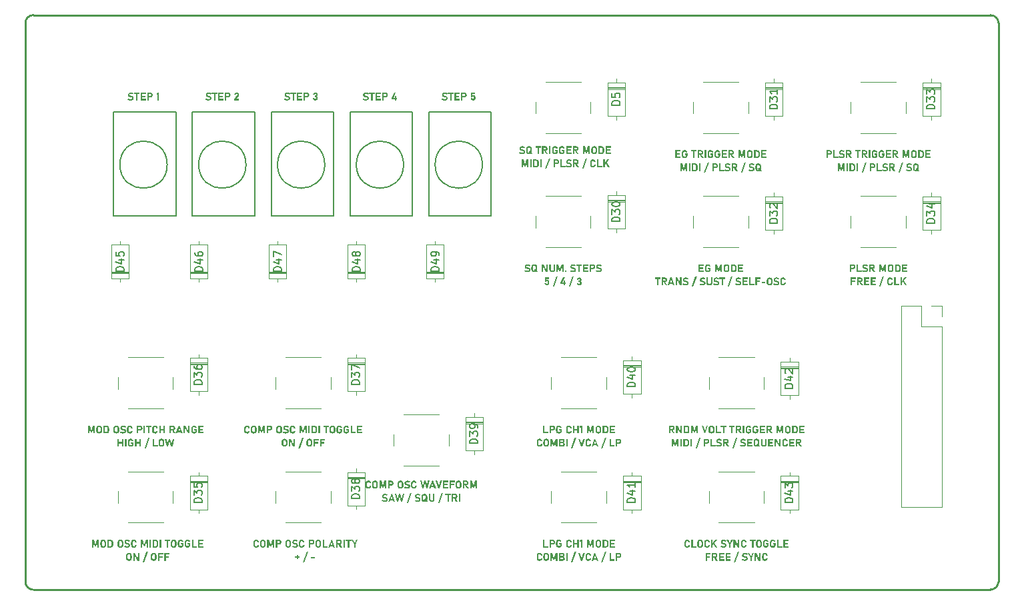
<source format=gbr>
%TF.GenerationSoftware,KiCad,Pcbnew,9.0.1*%
%TF.CreationDate,2025-10-16T11:29:11+01:00*%
%TF.ProjectId,WEASEL_KiCad_buttonMatrix,57454153-454c-45f4-9b69-4361645f6275,rev?*%
%TF.SameCoordinates,Original*%
%TF.FileFunction,Legend,Top*%
%TF.FilePolarity,Positive*%
%FSLAX46Y46*%
G04 Gerber Fmt 4.6, Leading zero omitted, Abs format (unit mm)*
G04 Created by KiCad (PCBNEW 9.0.1) date 2025-10-16 11:29:11*
%MOMM*%
%LPD*%
G01*
G04 APERTURE LIST*
%ADD10C,0.250000*%
%ADD11C,0.200000*%
%ADD12C,0.150000*%
%ADD13C,0.120000*%
G04 APERTURE END LIST*
D10*
X139000000Y-103000000D02*
G75*
G02*
X138000000Y-104000000I-1000000J0D01*
G01*
X16500000Y-104000000D02*
G75*
G02*
X15500000Y-103000000I0J1000000D01*
G01*
X138000000Y-31000000D02*
G75*
G02*
X139000000Y-32000000I0J-1000000D01*
G01*
X15500000Y-32000000D02*
G75*
G02*
X16500000Y-31000000I1000000J0D01*
G01*
X139000000Y-32000000D02*
X139000000Y-103000000D01*
X15500000Y-103000000D02*
X15500000Y-32000000D01*
X138000000Y-104000000D02*
X16500000Y-104000000D01*
X16500000Y-31000000D02*
X138000000Y-31000000D01*
D11*
G36*
X99509666Y-98660258D02*
G01*
X99434603Y-98655041D01*
X99370361Y-98640276D01*
X99315188Y-98616844D01*
X99265876Y-98583507D01*
X99225206Y-98541664D01*
X99192456Y-98490387D01*
X99169620Y-98433522D01*
X99155187Y-98367228D01*
X99150080Y-98289741D01*
X99150080Y-98016983D01*
X99155203Y-97939037D01*
X99169651Y-97872667D01*
X99192456Y-97816032D01*
X99225176Y-97764928D01*
X99265844Y-97723074D01*
X99315188Y-97689576D01*
X99370384Y-97665938D01*
X99434624Y-97651053D01*
X99509666Y-97645795D01*
X99571511Y-97650478D01*
X99627093Y-97664044D01*
X99677461Y-97686156D01*
X99723216Y-97716698D01*
X99763661Y-97755373D01*
X99799155Y-97803026D01*
X99827163Y-97855811D01*
X99849549Y-97917352D01*
X99865833Y-97988956D01*
X99671660Y-97988956D01*
X99657286Y-97941796D01*
X99637833Y-97904570D01*
X99612182Y-97873700D01*
X99582451Y-97851570D01*
X99548397Y-97837830D01*
X99509666Y-97833129D01*
X99459397Y-97838922D01*
X99419532Y-97855121D01*
X99387667Y-97881306D01*
X99364464Y-97915886D01*
X99349645Y-97960193D01*
X99344253Y-98016983D01*
X99344253Y-98289741D01*
X99349652Y-98346528D01*
X99364476Y-98390720D01*
X99387667Y-98425113D01*
X99419503Y-98451082D01*
X99459368Y-98467168D01*
X99509666Y-98472923D01*
X99549063Y-98468283D01*
X99583294Y-98454803D01*
X99613592Y-98432257D01*
X99637960Y-98402796D01*
X99657445Y-98365004D01*
X99671660Y-98317096D01*
X99865833Y-98317096D01*
X99849166Y-98388265D01*
X99826569Y-98449732D01*
X99798484Y-98502721D01*
X99762992Y-98550598D01*
X99722663Y-98589385D01*
X99677156Y-98619958D01*
X99626986Y-98642026D01*
X99571511Y-98655576D01*
X99509666Y-98660258D01*
G37*
G36*
X100022515Y-98650000D02*
G01*
X100022515Y-97656053D01*
X100209850Y-97656053D01*
X100209850Y-98650000D01*
X100022515Y-98650000D01*
G37*
G36*
X100105924Y-98650000D02*
G01*
X100105924Y-98469504D01*
X100688321Y-98469504D01*
X100688321Y-98650000D01*
X100105924Y-98650000D01*
G37*
G36*
X101211515Y-97651143D02*
G01*
X101274734Y-97666498D01*
X101330802Y-97691285D01*
X101381301Y-97725756D01*
X101423340Y-97768106D01*
X101457625Y-97819085D01*
X101482186Y-97875616D01*
X101497432Y-97939520D01*
X101502749Y-98012220D01*
X101502749Y-98293832D01*
X101497449Y-98366082D01*
X101482219Y-98429904D01*
X101457625Y-98486662D01*
X101423323Y-98537838D01*
X101381282Y-98580305D01*
X101330802Y-98614829D01*
X101274737Y-98639581D01*
X101211518Y-98654916D01*
X101139743Y-98660258D01*
X101068009Y-98654918D01*
X101004787Y-98639585D01*
X100948684Y-98614829D01*
X100898204Y-98580305D01*
X100856163Y-98537838D01*
X100821861Y-98486662D01*
X100797267Y-98429904D01*
X100782037Y-98366082D01*
X100776737Y-98293832D01*
X100776737Y-98012220D01*
X100777090Y-98007397D01*
X100970910Y-98007397D01*
X100970910Y-98298656D01*
X100976394Y-98349236D01*
X100991885Y-98390724D01*
X101017011Y-98425113D01*
X101050469Y-98451293D01*
X101090644Y-98467288D01*
X101139499Y-98472923D01*
X101188680Y-98467274D01*
X101228983Y-98451267D01*
X101262414Y-98425113D01*
X101287576Y-98390719D01*
X101303086Y-98349231D01*
X101308576Y-98298656D01*
X101308576Y-98007397D01*
X101303073Y-97956454D01*
X101287565Y-97914909D01*
X101262475Y-97880696D01*
X101229066Y-97854677D01*
X101188819Y-97838750D01*
X101139743Y-97833129D01*
X101090706Y-97838747D01*
X101050456Y-97854672D01*
X101017011Y-97880696D01*
X100991922Y-97914909D01*
X100976414Y-97956454D01*
X100970910Y-98007397D01*
X100777090Y-98007397D01*
X100782055Y-97939520D01*
X100797300Y-97875616D01*
X100821861Y-97819085D01*
X100856146Y-97768106D01*
X100898185Y-97725756D01*
X100948684Y-97691285D01*
X101004791Y-97666494D01*
X101068012Y-97651141D01*
X101139743Y-97645795D01*
X101211515Y-97651143D01*
G37*
G36*
X102012667Y-98660258D02*
G01*
X101937603Y-98655041D01*
X101873362Y-98640276D01*
X101818189Y-98616844D01*
X101768877Y-98583507D01*
X101728206Y-98541664D01*
X101695457Y-98490387D01*
X101672621Y-98433522D01*
X101658187Y-98367228D01*
X101653081Y-98289741D01*
X101653081Y-98016983D01*
X101658204Y-97939037D01*
X101672652Y-97872667D01*
X101695457Y-97816032D01*
X101728177Y-97764928D01*
X101768845Y-97723074D01*
X101818189Y-97689576D01*
X101873385Y-97665938D01*
X101937624Y-97651053D01*
X102012667Y-97645795D01*
X102074512Y-97650478D01*
X102130094Y-97664044D01*
X102180462Y-97686156D01*
X102226217Y-97716698D01*
X102266662Y-97755373D01*
X102302156Y-97803026D01*
X102330164Y-97855811D01*
X102352549Y-97917352D01*
X102368834Y-97988956D01*
X102174661Y-97988956D01*
X102160287Y-97941796D01*
X102140833Y-97904570D01*
X102115182Y-97873700D01*
X102085451Y-97851570D01*
X102051398Y-97837830D01*
X102012667Y-97833129D01*
X101962398Y-97838922D01*
X101922533Y-97855121D01*
X101890668Y-97881306D01*
X101867465Y-97915886D01*
X101852646Y-97960193D01*
X101847254Y-98016983D01*
X101847254Y-98289741D01*
X101852653Y-98346528D01*
X101867476Y-98390720D01*
X101890668Y-98425113D01*
X101922504Y-98451082D01*
X101962368Y-98467168D01*
X102012667Y-98472923D01*
X102052063Y-98468283D01*
X102086295Y-98454803D01*
X102116592Y-98432257D01*
X102140961Y-98402796D01*
X102160445Y-98365004D01*
X102174661Y-98317096D01*
X102368834Y-98317096D01*
X102352167Y-98388265D01*
X102329570Y-98449732D01*
X102301484Y-98502721D01*
X102265992Y-98550598D01*
X102225664Y-98589385D01*
X102180157Y-98619958D01*
X102129987Y-98642026D01*
X102074512Y-98655576D01*
X102012667Y-98660258D01*
G37*
G36*
X102662231Y-98505102D02*
G01*
X102638295Y-98261714D01*
X103036838Y-97656053D01*
X103272716Y-97656053D01*
X102662231Y-98505102D01*
G37*
G36*
X102525516Y-98650000D02*
G01*
X102525516Y-97656053D01*
X102712850Y-97656053D01*
X102712850Y-98650000D01*
X102525516Y-98650000D01*
G37*
G36*
X103092220Y-98650000D02*
G01*
X102803770Y-98146859D01*
X102965092Y-98045010D01*
X103314420Y-98650000D01*
X103092220Y-98650000D01*
G37*
G36*
X104110957Y-98660258D02*
G01*
X104040409Y-98656651D01*
X103971800Y-98645908D01*
X103905467Y-98628083D01*
X103844305Y-98603899D01*
X103787345Y-98573118D01*
X103737022Y-98537220D01*
X103823789Y-98382737D01*
X103885139Y-98424208D01*
X103956413Y-98455521D01*
X104032681Y-98474758D01*
X104110957Y-98481167D01*
X104171547Y-98477144D01*
X104217950Y-98466324D01*
X104253107Y-98450087D01*
X104281643Y-98425993D01*
X104298083Y-98397247D01*
X104303726Y-98362220D01*
X104303726Y-98361549D01*
X104296996Y-98322483D01*
X104278386Y-98295542D01*
X104250044Y-98276124D01*
X104211769Y-98261714D01*
X104121887Y-98243274D01*
X104004284Y-98221048D01*
X103946850Y-98203660D01*
X103894925Y-98178672D01*
X103850245Y-98143743D01*
X103814569Y-98095629D01*
X103798537Y-98058330D01*
X103788014Y-98011012D01*
X103784160Y-97951343D01*
X103784160Y-97950671D01*
X103790667Y-97879234D01*
X103809082Y-97819264D01*
X103838647Y-97768526D01*
X103879843Y-97725479D01*
X103929305Y-97692383D01*
X103989412Y-97667529D01*
X104062302Y-97651543D01*
X104150586Y-97645795D01*
X104231099Y-97652421D01*
X104314656Y-97672845D01*
X104395179Y-97705573D01*
X104469811Y-97749720D01*
X104390493Y-97908295D01*
X104331379Y-97872466D01*
X104270509Y-97846441D01*
X104208209Y-97830086D01*
X104150586Y-97824886D01*
X104093522Y-97828577D01*
X104050010Y-97838479D01*
X104017229Y-97853279D01*
X103990562Y-97875271D01*
X103975303Y-97901328D01*
X103970090Y-97932903D01*
X103970090Y-97933574D01*
X103973529Y-97964258D01*
X103983012Y-97987858D01*
X103998117Y-98006053D01*
X104029380Y-98026977D01*
X104071268Y-98042629D01*
X104168354Y-98064855D01*
X104282477Y-98091844D01*
X104337188Y-98111563D01*
X104386402Y-98138005D01*
X104428513Y-98173371D01*
X104461629Y-98220682D01*
X104476477Y-98256870D01*
X104486144Y-98301810D01*
X104489656Y-98357397D01*
X104489656Y-98358801D01*
X104482985Y-98428922D01*
X104464039Y-98488037D01*
X104433444Y-98538345D01*
X104390493Y-98581306D01*
X104339520Y-98614004D01*
X104277486Y-98638650D01*
X104202187Y-98654539D01*
X104110957Y-98660258D01*
G37*
G36*
X105289124Y-97656053D02*
G01*
X104996521Y-98266477D01*
X104996521Y-98650000D01*
X104809248Y-98650000D01*
X104809248Y-98266477D01*
X104516645Y-97656053D01*
X104712833Y-97656053D01*
X104902915Y-98083967D01*
X105092936Y-97656053D01*
X105289124Y-97656053D01*
G37*
G36*
X105370457Y-98649328D02*
G01*
X105370457Y-97656053D01*
X105599495Y-97656053D01*
X105969279Y-98417725D01*
X105952915Y-98435371D01*
X105952915Y-97656053D01*
X106132006Y-97656053D01*
X106132006Y-98649328D01*
X105901624Y-98649328D01*
X105533183Y-97899258D01*
X105549548Y-97881612D01*
X105549548Y-98649328D01*
X105370457Y-98649328D01*
G37*
G36*
X106689429Y-98660258D02*
G01*
X106614365Y-98655041D01*
X106550124Y-98640276D01*
X106494951Y-98616844D01*
X106445639Y-98583507D01*
X106404968Y-98541664D01*
X106372219Y-98490387D01*
X106349383Y-98433522D01*
X106334949Y-98367228D01*
X106329843Y-98289741D01*
X106329843Y-98016983D01*
X106334966Y-97939037D01*
X106349414Y-97872667D01*
X106372219Y-97816032D01*
X106404939Y-97764928D01*
X106445607Y-97723074D01*
X106494951Y-97689576D01*
X106550147Y-97665938D01*
X106614386Y-97651053D01*
X106689429Y-97645795D01*
X106751274Y-97650478D01*
X106806856Y-97664044D01*
X106857224Y-97686156D01*
X106902979Y-97716698D01*
X106943424Y-97755373D01*
X106978918Y-97803026D01*
X107006926Y-97855811D01*
X107029311Y-97917352D01*
X107045596Y-97988956D01*
X106851423Y-97988956D01*
X106837049Y-97941796D01*
X106817596Y-97904570D01*
X106791945Y-97873700D01*
X106762213Y-97851570D01*
X106728160Y-97837830D01*
X106689429Y-97833129D01*
X106639160Y-97838922D01*
X106599295Y-97855121D01*
X106567430Y-97881306D01*
X106544227Y-97915886D01*
X106529408Y-97960193D01*
X106524016Y-98016983D01*
X106524016Y-98289741D01*
X106529415Y-98346528D01*
X106544239Y-98390720D01*
X106567430Y-98425113D01*
X106599266Y-98451082D01*
X106639131Y-98467168D01*
X106689429Y-98472923D01*
X106728825Y-98468283D01*
X106763057Y-98454803D01*
X106793354Y-98432257D01*
X106817723Y-98402796D01*
X106837207Y-98365004D01*
X106851423Y-98317096D01*
X107045596Y-98317096D01*
X107028929Y-98388265D01*
X107006332Y-98449732D01*
X106978246Y-98502721D01*
X106942754Y-98550598D01*
X106902426Y-98589385D01*
X106856919Y-98619958D01*
X106806749Y-98642026D01*
X106751274Y-98655576D01*
X106689429Y-98660258D01*
G37*
G36*
X107725141Y-98650000D02*
G01*
X107725141Y-97737386D01*
X107912414Y-97737386D01*
X107912414Y-98650000D01*
X107725141Y-98650000D01*
G37*
G36*
X107454398Y-97836549D02*
G01*
X107454398Y-97656053D01*
X108183096Y-97656053D01*
X108183096Y-97836549D01*
X107454398Y-97836549D01*
G37*
G36*
X108678507Y-97651143D02*
G01*
X108741726Y-97666498D01*
X108797794Y-97691285D01*
X108848293Y-97725756D01*
X108890332Y-97768106D01*
X108924618Y-97819085D01*
X108949179Y-97875616D01*
X108964424Y-97939520D01*
X108969741Y-98012220D01*
X108969741Y-98293832D01*
X108964441Y-98366082D01*
X108949211Y-98429904D01*
X108924618Y-98486662D01*
X108890316Y-98537838D01*
X108848274Y-98580305D01*
X108797794Y-98614829D01*
X108741729Y-98639581D01*
X108678510Y-98654916D01*
X108606735Y-98660258D01*
X108535001Y-98654918D01*
X108471780Y-98639585D01*
X108415676Y-98614829D01*
X108365197Y-98580305D01*
X108323155Y-98537838D01*
X108288853Y-98486662D01*
X108264259Y-98429904D01*
X108249030Y-98366082D01*
X108243730Y-98293832D01*
X108243730Y-98012220D01*
X108244083Y-98007397D01*
X108437903Y-98007397D01*
X108437903Y-98298656D01*
X108443386Y-98349236D01*
X108458878Y-98390724D01*
X108484003Y-98425113D01*
X108517461Y-98451293D01*
X108557636Y-98467288D01*
X108606491Y-98472923D01*
X108655672Y-98467274D01*
X108695975Y-98451267D01*
X108729406Y-98425113D01*
X108754568Y-98390719D01*
X108770079Y-98349231D01*
X108775568Y-98298656D01*
X108775568Y-98007397D01*
X108770065Y-97956454D01*
X108754557Y-97914909D01*
X108729467Y-97880696D01*
X108696059Y-97854677D01*
X108655811Y-97838750D01*
X108606735Y-97833129D01*
X108557699Y-97838747D01*
X108517448Y-97854672D01*
X108484003Y-97880696D01*
X108458914Y-97914909D01*
X108443406Y-97956454D01*
X108437903Y-98007397D01*
X108244083Y-98007397D01*
X108249047Y-97939520D01*
X108264292Y-97875616D01*
X108288853Y-97819085D01*
X108323139Y-97768106D01*
X108365178Y-97725756D01*
X108415676Y-97691285D01*
X108471783Y-97666494D01*
X108535004Y-97651141D01*
X108606735Y-97645795D01*
X108678507Y-97651143D01*
G37*
G36*
X109502924Y-98094225D02*
G01*
X109847428Y-98094225D01*
X109847428Y-98288398D01*
X109842113Y-98362011D01*
X109826868Y-98426836D01*
X109802304Y-98484281D01*
X109768041Y-98536207D01*
X109726243Y-98579227D01*
X109676275Y-98614157D01*
X109620600Y-98639267D01*
X109557622Y-98654831D01*
X109485888Y-98660258D01*
X109413550Y-98655140D01*
X109349828Y-98640465D01*
X109293363Y-98616844D01*
X109242247Y-98583715D01*
X109199900Y-98543132D01*
X109165502Y-98494478D01*
X109140701Y-98440177D01*
X109125392Y-98379221D01*
X109120073Y-98310258D01*
X109120073Y-98016983D01*
X109125394Y-97943372D01*
X109140645Y-97878676D01*
X109165197Y-97821467D01*
X109199483Y-97769740D01*
X109241319Y-97726836D01*
X109291348Y-97691957D01*
X109347066Y-97666810D01*
X109410065Y-97651227D01*
X109481797Y-97645795D01*
X109541077Y-97650030D01*
X109595648Y-97662410D01*
X109646294Y-97682737D01*
X109693196Y-97710628D01*
X109734605Y-97744890D01*
X109770980Y-97785929D01*
X109800697Y-97832061D01*
X109823466Y-97883519D01*
X109839246Y-97941085D01*
X109636891Y-97941085D01*
X109623557Y-97911189D01*
X109603876Y-97886489D01*
X109577173Y-97866285D01*
X109530836Y-97846512D01*
X109481735Y-97839968D01*
X109433199Y-97845688D01*
X109393270Y-97861943D01*
X109359980Y-97888633D01*
X109335089Y-97923506D01*
X109319700Y-97965620D01*
X109314246Y-98016983D01*
X109314246Y-98310258D01*
X109319740Y-98355308D01*
X109335401Y-98392451D01*
X109361263Y-98423525D01*
X109394874Y-98446619D01*
X109435664Y-98460979D01*
X109485582Y-98466085D01*
X109534427Y-98460610D01*
X109574414Y-98445127D01*
X109607521Y-98419923D01*
X109632225Y-98386483D01*
X109647732Y-98344372D01*
X109653316Y-98291085D01*
X109653316Y-98274720D01*
X109502924Y-98274720D01*
X109502924Y-98094225D01*
G37*
G36*
X110380244Y-98094225D02*
G01*
X110724748Y-98094225D01*
X110724748Y-98288398D01*
X110719433Y-98362011D01*
X110704188Y-98426836D01*
X110679624Y-98484281D01*
X110645361Y-98536207D01*
X110603563Y-98579227D01*
X110553595Y-98614157D01*
X110497920Y-98639267D01*
X110434943Y-98654831D01*
X110363208Y-98660258D01*
X110290871Y-98655140D01*
X110227148Y-98640465D01*
X110170683Y-98616844D01*
X110119567Y-98583715D01*
X110077220Y-98543132D01*
X110042822Y-98494478D01*
X110018021Y-98440177D01*
X110002713Y-98379221D01*
X109997393Y-98310258D01*
X109997393Y-98016983D01*
X110002714Y-97943372D01*
X110017965Y-97878676D01*
X110042517Y-97821467D01*
X110076803Y-97769740D01*
X110118640Y-97726836D01*
X110168668Y-97691957D01*
X110224386Y-97666810D01*
X110287385Y-97651227D01*
X110359117Y-97645795D01*
X110418397Y-97650030D01*
X110472968Y-97662410D01*
X110523614Y-97682737D01*
X110570517Y-97710628D01*
X110611926Y-97744890D01*
X110648300Y-97785929D01*
X110678017Y-97832061D01*
X110700786Y-97883519D01*
X110716566Y-97941085D01*
X110514211Y-97941085D01*
X110500877Y-97911189D01*
X110481196Y-97886489D01*
X110454494Y-97866285D01*
X110408157Y-97846512D01*
X110359056Y-97839968D01*
X110310520Y-97845688D01*
X110270590Y-97861943D01*
X110237301Y-97888633D01*
X110212409Y-97923506D01*
X110197020Y-97965620D01*
X110191566Y-98016983D01*
X110191566Y-98310258D01*
X110197060Y-98355308D01*
X110212721Y-98392451D01*
X110238583Y-98423525D01*
X110272195Y-98446619D01*
X110312985Y-98460979D01*
X110362903Y-98466085D01*
X110411747Y-98460610D01*
X110451734Y-98445127D01*
X110484841Y-98419923D01*
X110509545Y-98386483D01*
X110525052Y-98344372D01*
X110530636Y-98291085D01*
X110530636Y-98274720D01*
X110380244Y-98274720D01*
X110380244Y-98094225D01*
G37*
G36*
X110908907Y-98650000D02*
G01*
X110908907Y-97656053D01*
X111096242Y-97656053D01*
X111096242Y-98650000D01*
X110908907Y-98650000D01*
G37*
G36*
X110992316Y-98650000D02*
G01*
X110992316Y-98469504D01*
X111574713Y-98469504D01*
X111574713Y-98650000D01*
X110992316Y-98650000D01*
G37*
G36*
X111711001Y-98650000D02*
G01*
X111711001Y-97656053D01*
X111898335Y-97656053D01*
X111898335Y-98650000D01*
X111711001Y-98650000D01*
G37*
G36*
X111778717Y-98650000D02*
G01*
X111778717Y-98469504D01*
X112376807Y-98469504D01*
X112376807Y-98650000D01*
X111778717Y-98650000D01*
G37*
G36*
X111778717Y-98246693D02*
G01*
X111778717Y-98066198D01*
X112301641Y-98066198D01*
X112301641Y-98246693D01*
X111778717Y-98246693D01*
G37*
G36*
X111778717Y-97836549D02*
G01*
X111778717Y-97656053D01*
X112376807Y-97656053D01*
X112376807Y-97836549D01*
X111778717Y-97836549D01*
G37*
G36*
X101819654Y-100330000D02*
G01*
X101819654Y-99336053D01*
X102006988Y-99336053D01*
X102006988Y-100330000D01*
X101819654Y-100330000D01*
G37*
G36*
X101888042Y-99935547D02*
G01*
X101888042Y-99755113D01*
X102397289Y-99755113D01*
X102397289Y-99935547D01*
X101888042Y-99935547D01*
G37*
G36*
X101888042Y-99516549D02*
G01*
X101888042Y-99336053D01*
X102472515Y-99336053D01*
X102472515Y-99516549D01*
X101888042Y-99516549D01*
G37*
G36*
X102690441Y-99930113D02*
G01*
X102690441Y-99749617D01*
X103036289Y-99749617D01*
X103063957Y-99745929D01*
X103086942Y-99735316D01*
X103106387Y-99717500D01*
X103125874Y-99681542D01*
X103133375Y-99632747D01*
X103130181Y-99598564D01*
X103121252Y-99570750D01*
X103107058Y-99547995D01*
X103087592Y-99530180D01*
X103064399Y-99519530D01*
X103036289Y-99515816D01*
X102690441Y-99515816D01*
X102690441Y-99335382D01*
X103051371Y-99335382D01*
X103105464Y-99339699D01*
X103153278Y-99352134D01*
X103195902Y-99372323D01*
X103233947Y-99400127D01*
X103265823Y-99434503D01*
X103291950Y-99476188D01*
X103310532Y-99522010D01*
X103322103Y-99573832D01*
X103326144Y-99632747D01*
X103322065Y-99691602D01*
X103310375Y-99743425D01*
X103291584Y-99789307D01*
X103265266Y-99831033D01*
X103233380Y-99865429D01*
X103195535Y-99893232D01*
X103153148Y-99913375D01*
X103105464Y-99925796D01*
X103051371Y-99930113D01*
X102690441Y-99930113D01*
G37*
G36*
X102615886Y-100330000D02*
G01*
X102615886Y-99335382D01*
X102803220Y-99335382D01*
X102803220Y-100330000D01*
X102615886Y-100330000D01*
G37*
G36*
X103140886Y-100330000D02*
G01*
X102899574Y-99899338D01*
X103099914Y-99867892D01*
X103367849Y-100330000D01*
X103140886Y-100330000D01*
G37*
G36*
X103528377Y-100330000D02*
G01*
X103528377Y-99336053D01*
X103715711Y-99336053D01*
X103715711Y-100330000D01*
X103528377Y-100330000D01*
G37*
G36*
X103596094Y-100330000D02*
G01*
X103596094Y-100149504D01*
X104194183Y-100149504D01*
X104194183Y-100330000D01*
X103596094Y-100330000D01*
G37*
G36*
X103596094Y-99926693D02*
G01*
X103596094Y-99746198D01*
X104119017Y-99746198D01*
X104119017Y-99926693D01*
X103596094Y-99926693D01*
G37*
G36*
X103596094Y-99516549D02*
G01*
X103596094Y-99336053D01*
X104194183Y-99336053D01*
X104194183Y-99516549D01*
X103596094Y-99516549D01*
G37*
G36*
X104364665Y-100330000D02*
G01*
X104364665Y-99336053D01*
X104551999Y-99336053D01*
X104551999Y-100330000D01*
X104364665Y-100330000D01*
G37*
G36*
X104432381Y-100330000D02*
G01*
X104432381Y-100149504D01*
X105030471Y-100149504D01*
X105030471Y-100330000D01*
X104432381Y-100330000D01*
G37*
G36*
X104432381Y-99926693D02*
G01*
X104432381Y-99746198D01*
X104955305Y-99746198D01*
X104955305Y-99926693D01*
X104432381Y-99926693D01*
G37*
G36*
X104432381Y-99516549D02*
G01*
X104432381Y-99336053D01*
X105030471Y-99336053D01*
X105030471Y-99516549D01*
X104432381Y-99516549D01*
G37*
G36*
X106068320Y-99218450D02*
G01*
X105623981Y-100518677D01*
X105446233Y-100518677D01*
X105890572Y-99218450D01*
X106068320Y-99218450D01*
G37*
G36*
X106793232Y-100340258D02*
G01*
X106722684Y-100336651D01*
X106654075Y-100325908D01*
X106587742Y-100308083D01*
X106526580Y-100283899D01*
X106469620Y-100253118D01*
X106419297Y-100217220D01*
X106506064Y-100062737D01*
X106567414Y-100104208D01*
X106638688Y-100135521D01*
X106714956Y-100154758D01*
X106793232Y-100161167D01*
X106853822Y-100157144D01*
X106900225Y-100146324D01*
X106935382Y-100130087D01*
X106963918Y-100105993D01*
X106980358Y-100077247D01*
X106986001Y-100042220D01*
X106986001Y-100041549D01*
X106979271Y-100002483D01*
X106960661Y-99975542D01*
X106932319Y-99956124D01*
X106894044Y-99941714D01*
X106804162Y-99923274D01*
X106686559Y-99901048D01*
X106629125Y-99883660D01*
X106577200Y-99858672D01*
X106532520Y-99823743D01*
X106496844Y-99775629D01*
X106480812Y-99738330D01*
X106470289Y-99691012D01*
X106466435Y-99631343D01*
X106466435Y-99630671D01*
X106472942Y-99559234D01*
X106491357Y-99499264D01*
X106520922Y-99448526D01*
X106562118Y-99405479D01*
X106611580Y-99372383D01*
X106671687Y-99347529D01*
X106744577Y-99331543D01*
X106832861Y-99325795D01*
X106913374Y-99332421D01*
X106996931Y-99352845D01*
X107077454Y-99385573D01*
X107152086Y-99429720D01*
X107072768Y-99588295D01*
X107013655Y-99552466D01*
X106952784Y-99526441D01*
X106890484Y-99510086D01*
X106832861Y-99504886D01*
X106775797Y-99508577D01*
X106732285Y-99518479D01*
X106699504Y-99533279D01*
X106672837Y-99555271D01*
X106657578Y-99581328D01*
X106652365Y-99612903D01*
X106652365Y-99613574D01*
X106655804Y-99644258D01*
X106665287Y-99667858D01*
X106680392Y-99686053D01*
X106711655Y-99706977D01*
X106753543Y-99722629D01*
X106850629Y-99744855D01*
X106964752Y-99771844D01*
X107019463Y-99791563D01*
X107068677Y-99818005D01*
X107110788Y-99853371D01*
X107143904Y-99900682D01*
X107158752Y-99936870D01*
X107168419Y-99981810D01*
X107171931Y-100037397D01*
X107171931Y-100038801D01*
X107165260Y-100108922D01*
X107146314Y-100168037D01*
X107115719Y-100218345D01*
X107072768Y-100261306D01*
X107021795Y-100294004D01*
X106959761Y-100318650D01*
X106884462Y-100334539D01*
X106793232Y-100340258D01*
G37*
G36*
X107971399Y-99336053D02*
G01*
X107678796Y-99946477D01*
X107678796Y-100330000D01*
X107491523Y-100330000D01*
X107491523Y-99946477D01*
X107198920Y-99336053D01*
X107395108Y-99336053D01*
X107585190Y-99763967D01*
X107775211Y-99336053D01*
X107971399Y-99336053D01*
G37*
G36*
X108052732Y-100329328D02*
G01*
X108052732Y-99336053D01*
X108281770Y-99336053D01*
X108651554Y-100097725D01*
X108635190Y-100115371D01*
X108635190Y-99336053D01*
X108814281Y-99336053D01*
X108814281Y-100329328D01*
X108583899Y-100329328D01*
X108215458Y-99579258D01*
X108231823Y-99561612D01*
X108231823Y-100329328D01*
X108052732Y-100329328D01*
G37*
G36*
X109371704Y-100340258D02*
G01*
X109296640Y-100335041D01*
X109232399Y-100320276D01*
X109177226Y-100296844D01*
X109127914Y-100263507D01*
X109087244Y-100221664D01*
X109054494Y-100170387D01*
X109031658Y-100113522D01*
X109017224Y-100047228D01*
X109012118Y-99969741D01*
X109012118Y-99696983D01*
X109017241Y-99619037D01*
X109031689Y-99552667D01*
X109054494Y-99496032D01*
X109087214Y-99444928D01*
X109127882Y-99403074D01*
X109177226Y-99369576D01*
X109232422Y-99345938D01*
X109296661Y-99331053D01*
X109371704Y-99325795D01*
X109433549Y-99330478D01*
X109489131Y-99344044D01*
X109539499Y-99366156D01*
X109585254Y-99396698D01*
X109625699Y-99435373D01*
X109661193Y-99483026D01*
X109689201Y-99535811D01*
X109711586Y-99597352D01*
X109727871Y-99668956D01*
X109533698Y-99668956D01*
X109519324Y-99621796D01*
X109499871Y-99584570D01*
X109474220Y-99553700D01*
X109444488Y-99531570D01*
X109410435Y-99517830D01*
X109371704Y-99513129D01*
X109321435Y-99518922D01*
X109281570Y-99535121D01*
X109249705Y-99561306D01*
X109226502Y-99595886D01*
X109211683Y-99640193D01*
X109206291Y-99696983D01*
X109206291Y-99969741D01*
X109211690Y-100026528D01*
X109226514Y-100070720D01*
X109249705Y-100105113D01*
X109281541Y-100131082D01*
X109321406Y-100147168D01*
X109371704Y-100152923D01*
X109411100Y-100148283D01*
X109445332Y-100134803D01*
X109475629Y-100112257D01*
X109499998Y-100082796D01*
X109519483Y-100045004D01*
X109533698Y-99997096D01*
X109727871Y-99997096D01*
X109711204Y-100068265D01*
X109688607Y-100129732D01*
X109660521Y-100182721D01*
X109625029Y-100230598D01*
X109584701Y-100269385D01*
X109539194Y-100299958D01*
X109489024Y-100322026D01*
X109433549Y-100335576D01*
X109371704Y-100340258D01*
G37*
G36*
X97242849Y-83750113D02*
G01*
X97242849Y-83569617D01*
X97588697Y-83569617D01*
X97616365Y-83565929D01*
X97639350Y-83555316D01*
X97658795Y-83537500D01*
X97678283Y-83501542D01*
X97685784Y-83452747D01*
X97682590Y-83418564D01*
X97673660Y-83390750D01*
X97659467Y-83367995D01*
X97640000Y-83350180D01*
X97616807Y-83339530D01*
X97588697Y-83335816D01*
X97242849Y-83335816D01*
X97242849Y-83155382D01*
X97603779Y-83155382D01*
X97657872Y-83159699D01*
X97705686Y-83172134D01*
X97748310Y-83192323D01*
X97786356Y-83220127D01*
X97818231Y-83254503D01*
X97844358Y-83296188D01*
X97862941Y-83342010D01*
X97874512Y-83393832D01*
X97878552Y-83452747D01*
X97874473Y-83511602D01*
X97862784Y-83563425D01*
X97843992Y-83609307D01*
X97817674Y-83651033D01*
X97785789Y-83685429D01*
X97747944Y-83713232D01*
X97705556Y-83733375D01*
X97657872Y-83745796D01*
X97603779Y-83750113D01*
X97242849Y-83750113D01*
G37*
G36*
X97168294Y-84150000D02*
G01*
X97168294Y-83155382D01*
X97355628Y-83155382D01*
X97355628Y-84150000D01*
X97168294Y-84150000D01*
G37*
G36*
X97693294Y-84150000D02*
G01*
X97451982Y-83719338D01*
X97652322Y-83687892D01*
X97920257Y-84150000D01*
X97693294Y-84150000D01*
G37*
G36*
X98080786Y-84149328D02*
G01*
X98080786Y-83156053D01*
X98309824Y-83156053D01*
X98679608Y-83917725D01*
X98663244Y-83935371D01*
X98663244Y-83156053D01*
X98842335Y-83156053D01*
X98842335Y-84149328D01*
X98611953Y-84149328D01*
X98243512Y-83399258D01*
X98259877Y-83381612D01*
X98259877Y-84149328D01*
X98080786Y-84149328D01*
G37*
G36*
X99155027Y-84150000D02*
G01*
X99155027Y-83969504D01*
X99393591Y-83969504D01*
X99453594Y-83963921D01*
X99500238Y-83948618D01*
X99536473Y-83924747D01*
X99564048Y-83891830D01*
X99581035Y-83850837D01*
X99587092Y-83799328D01*
X99587092Y-83506725D01*
X99581009Y-83454774D01*
X99564001Y-83413712D01*
X99536473Y-83381001D01*
X99500262Y-83357304D01*
X99453618Y-83342098D01*
X99393591Y-83336549D01*
X99155027Y-83336549D01*
X99155027Y-83156053D01*
X99389500Y-83156053D01*
X99483469Y-83162705D01*
X99561252Y-83181267D01*
X99625677Y-83210308D01*
X99678989Y-83249354D01*
X99722603Y-83299163D01*
X99754267Y-83358224D01*
X99774150Y-83428393D01*
X99781204Y-83512220D01*
X99781204Y-83793832D01*
X99776075Y-83863384D01*
X99761312Y-83925056D01*
X99737424Y-83980129D01*
X99703770Y-84029335D01*
X99660528Y-84070859D01*
X99606510Y-84105242D01*
X99546772Y-84129161D01*
X99475006Y-84144501D01*
X99388828Y-84150000D01*
X99155027Y-84150000D01*
G37*
G36*
X99060688Y-84150000D02*
G01*
X99060688Y-83156053D01*
X99248022Y-83156053D01*
X99248022Y-84150000D01*
X99060688Y-84150000D01*
G37*
G36*
X100401520Y-83825950D02*
G01*
X100590869Y-83156053D01*
X100837616Y-83156053D01*
X100837616Y-84150000D01*
X100667439Y-84150000D01*
X100667439Y-83378192D01*
X100674278Y-83421973D01*
X100484257Y-84039235D01*
X100318783Y-84039235D01*
X100128762Y-83435650D01*
X100135601Y-83378192D01*
X100135601Y-84150000D01*
X99965363Y-84150000D01*
X99965363Y-83156053D01*
X100212171Y-83156053D01*
X100401520Y-83825950D01*
G37*
G36*
X101659126Y-84150000D02*
G01*
X101328299Y-83156053D01*
X101521068Y-83156053D01*
X101732277Y-83819112D01*
X101943547Y-83156053D01*
X102136316Y-83156053D01*
X101805428Y-84150000D01*
X101659126Y-84150000D01*
G37*
G36*
X102653037Y-83151143D02*
G01*
X102716256Y-83166498D01*
X102772324Y-83191285D01*
X102822823Y-83225756D01*
X102864862Y-83268106D01*
X102899147Y-83319085D01*
X102923709Y-83375616D01*
X102938954Y-83439520D01*
X102944271Y-83512220D01*
X102944271Y-83793832D01*
X102938971Y-83866082D01*
X102923741Y-83929904D01*
X102899147Y-83986662D01*
X102864846Y-84037838D01*
X102822804Y-84080305D01*
X102772324Y-84114829D01*
X102716259Y-84139581D01*
X102653040Y-84154916D01*
X102581265Y-84160258D01*
X102509531Y-84154918D01*
X102446310Y-84139585D01*
X102390206Y-84114829D01*
X102339726Y-84080305D01*
X102297685Y-84037838D01*
X102263383Y-83986662D01*
X102238789Y-83929904D01*
X102223560Y-83866082D01*
X102218259Y-83793832D01*
X102218259Y-83512220D01*
X102218612Y-83507397D01*
X102412432Y-83507397D01*
X102412432Y-83798656D01*
X102417916Y-83849236D01*
X102433407Y-83890724D01*
X102458533Y-83925113D01*
X102491991Y-83951293D01*
X102532166Y-83967288D01*
X102581021Y-83972923D01*
X102630202Y-83967274D01*
X102670505Y-83951267D01*
X102703936Y-83925113D01*
X102729098Y-83890719D01*
X102744609Y-83849231D01*
X102750098Y-83798656D01*
X102750098Y-83507397D01*
X102744595Y-83456454D01*
X102729087Y-83414909D01*
X102703997Y-83380696D01*
X102670589Y-83354677D01*
X102630341Y-83338750D01*
X102581265Y-83333129D01*
X102532229Y-83338747D01*
X102491978Y-83354672D01*
X102458533Y-83380696D01*
X102433444Y-83414909D01*
X102417936Y-83456454D01*
X102412432Y-83507397D01*
X102218612Y-83507397D01*
X102223577Y-83439520D01*
X102238822Y-83375616D01*
X102263383Y-83319085D01*
X102297669Y-83268106D01*
X102339708Y-83225756D01*
X102390206Y-83191285D01*
X102446313Y-83166494D01*
X102509534Y-83151141D01*
X102581265Y-83145795D01*
X102653037Y-83151143D01*
G37*
G36*
X103128797Y-84150000D02*
G01*
X103128797Y-83156053D01*
X103316131Y-83156053D01*
X103316131Y-84150000D01*
X103128797Y-84150000D01*
G37*
G36*
X103212206Y-84150000D02*
G01*
X103212206Y-83969504D01*
X103794603Y-83969504D01*
X103794603Y-84150000D01*
X103212206Y-84150000D01*
G37*
G36*
X104023886Y-84150000D02*
G01*
X104023886Y-83237386D01*
X104211159Y-83237386D01*
X104211159Y-84150000D01*
X104023886Y-84150000D01*
G37*
G36*
X103753142Y-83336549D02*
G01*
X103753142Y-83156053D01*
X104481841Y-83156053D01*
X104481841Y-83336549D01*
X103753142Y-83336549D01*
G37*
G36*
X105072176Y-84150000D02*
G01*
X105072176Y-83237386D01*
X105259449Y-83237386D01*
X105259449Y-84150000D01*
X105072176Y-84150000D01*
G37*
G36*
X104801433Y-83336549D02*
G01*
X104801433Y-83156053D01*
X105530131Y-83156053D01*
X105530131Y-83336549D01*
X104801433Y-83336549D01*
G37*
G36*
X105713191Y-83750113D02*
G01*
X105713191Y-83569617D01*
X106059039Y-83569617D01*
X106086707Y-83565929D01*
X106109692Y-83555316D01*
X106129137Y-83537500D01*
X106148625Y-83501542D01*
X106156126Y-83452747D01*
X106152932Y-83418564D01*
X106144002Y-83390750D01*
X106129809Y-83367995D01*
X106110342Y-83350180D01*
X106087149Y-83339530D01*
X106059039Y-83335816D01*
X105713191Y-83335816D01*
X105713191Y-83155382D01*
X106074121Y-83155382D01*
X106128214Y-83159699D01*
X106176028Y-83172134D01*
X106218652Y-83192323D01*
X106256698Y-83220127D01*
X106288573Y-83254503D01*
X106314700Y-83296188D01*
X106333283Y-83342010D01*
X106344854Y-83393832D01*
X106348894Y-83452747D01*
X106344815Y-83511602D01*
X106333126Y-83563425D01*
X106314334Y-83609307D01*
X106288016Y-83651033D01*
X106256131Y-83685429D01*
X106218286Y-83713232D01*
X106175898Y-83733375D01*
X106128214Y-83745796D01*
X106074121Y-83750113D01*
X105713191Y-83750113D01*
G37*
G36*
X105638636Y-84150000D02*
G01*
X105638636Y-83155382D01*
X105825970Y-83155382D01*
X105825970Y-84150000D01*
X105638636Y-84150000D01*
G37*
G36*
X106163636Y-84150000D02*
G01*
X105922324Y-83719338D01*
X106122664Y-83687892D01*
X106390599Y-84150000D01*
X106163636Y-84150000D01*
G37*
G36*
X106731623Y-83156053D02*
G01*
X106731623Y-84150000D01*
X106537450Y-84150000D01*
X106537450Y-83156053D01*
X106731623Y-83156053D01*
G37*
G36*
X107298388Y-83594225D02*
G01*
X107642893Y-83594225D01*
X107642893Y-83788398D01*
X107637578Y-83862011D01*
X107622333Y-83926836D01*
X107597769Y-83984281D01*
X107563506Y-84036207D01*
X107521707Y-84079227D01*
X107471740Y-84114157D01*
X107416064Y-84139267D01*
X107353087Y-84154831D01*
X107281353Y-84160258D01*
X107209015Y-84155140D01*
X107145293Y-84140465D01*
X107088828Y-84116844D01*
X107037711Y-84083715D01*
X106995365Y-84043132D01*
X106960967Y-83994478D01*
X106936166Y-83940177D01*
X106920857Y-83879221D01*
X106915538Y-83810258D01*
X106915538Y-83516983D01*
X106920859Y-83443372D01*
X106936110Y-83378676D01*
X106960662Y-83321467D01*
X106994948Y-83269740D01*
X107036784Y-83226836D01*
X107086813Y-83191957D01*
X107142531Y-83166810D01*
X107205530Y-83151227D01*
X107277261Y-83145795D01*
X107336542Y-83150030D01*
X107391113Y-83162410D01*
X107441759Y-83182737D01*
X107488661Y-83210628D01*
X107530070Y-83244890D01*
X107566445Y-83285929D01*
X107596162Y-83332061D01*
X107618931Y-83383519D01*
X107634711Y-83441085D01*
X107432356Y-83441085D01*
X107419022Y-83411189D01*
X107399341Y-83386489D01*
X107372638Y-83366285D01*
X107326301Y-83346512D01*
X107277200Y-83339968D01*
X107228664Y-83345688D01*
X107188735Y-83361943D01*
X107155445Y-83388633D01*
X107130554Y-83423506D01*
X107115165Y-83465620D01*
X107109711Y-83516983D01*
X107109711Y-83810258D01*
X107115205Y-83855308D01*
X107130866Y-83892451D01*
X107156728Y-83923525D01*
X107190339Y-83946619D01*
X107231129Y-83960979D01*
X107281047Y-83966085D01*
X107329892Y-83960610D01*
X107369879Y-83945127D01*
X107402985Y-83919923D01*
X107427690Y-83886483D01*
X107443197Y-83844372D01*
X107448781Y-83791085D01*
X107448781Y-83774720D01*
X107298388Y-83774720D01*
X107298388Y-83594225D01*
G37*
G36*
X108175709Y-83594225D02*
G01*
X108520213Y-83594225D01*
X108520213Y-83788398D01*
X108514898Y-83862011D01*
X108499653Y-83926836D01*
X108475089Y-83984281D01*
X108440826Y-84036207D01*
X108399028Y-84079227D01*
X108349060Y-84114157D01*
X108293385Y-84139267D01*
X108230408Y-84154831D01*
X108158673Y-84160258D01*
X108086336Y-84155140D01*
X108022613Y-84140465D01*
X107966148Y-84116844D01*
X107915032Y-84083715D01*
X107872685Y-84043132D01*
X107838287Y-83994478D01*
X107813486Y-83940177D01*
X107798178Y-83879221D01*
X107792858Y-83810258D01*
X107792858Y-83516983D01*
X107798179Y-83443372D01*
X107813430Y-83378676D01*
X107837982Y-83321467D01*
X107872268Y-83269740D01*
X107914105Y-83226836D01*
X107964133Y-83191957D01*
X108019851Y-83166810D01*
X108082850Y-83151227D01*
X108154582Y-83145795D01*
X108213862Y-83150030D01*
X108268433Y-83162410D01*
X108319079Y-83182737D01*
X108365982Y-83210628D01*
X108407390Y-83244890D01*
X108443765Y-83285929D01*
X108473482Y-83332061D01*
X108496251Y-83383519D01*
X108512031Y-83441085D01*
X108309676Y-83441085D01*
X108296342Y-83411189D01*
X108276661Y-83386489D01*
X108249959Y-83366285D01*
X108203622Y-83346512D01*
X108154521Y-83339968D01*
X108105985Y-83345688D01*
X108066055Y-83361943D01*
X108032766Y-83388633D01*
X108007874Y-83423506D01*
X107992485Y-83465620D01*
X107987031Y-83516983D01*
X107987031Y-83810258D01*
X107992525Y-83855308D01*
X108008186Y-83892451D01*
X108034048Y-83923525D01*
X108067660Y-83946619D01*
X108108450Y-83960979D01*
X108158368Y-83966085D01*
X108207212Y-83960610D01*
X108247199Y-83945127D01*
X108280306Y-83919923D01*
X108305010Y-83886483D01*
X108320517Y-83844372D01*
X108326101Y-83791085D01*
X108326101Y-83774720D01*
X108175709Y-83774720D01*
X108175709Y-83594225D01*
G37*
G36*
X108704372Y-84150000D02*
G01*
X108704372Y-83156053D01*
X108891707Y-83156053D01*
X108891707Y-84150000D01*
X108704372Y-84150000D01*
G37*
G36*
X108772089Y-84150000D02*
G01*
X108772089Y-83969504D01*
X109370178Y-83969504D01*
X109370178Y-84150000D01*
X108772089Y-84150000D01*
G37*
G36*
X108772089Y-83746693D02*
G01*
X108772089Y-83566198D01*
X109295013Y-83566198D01*
X109295013Y-83746693D01*
X108772089Y-83746693D01*
G37*
G36*
X108772089Y-83336549D02*
G01*
X108772089Y-83156053D01*
X109370178Y-83156053D01*
X109370178Y-83336549D01*
X108772089Y-83336549D01*
G37*
G36*
X109615215Y-83750113D02*
G01*
X109615215Y-83569617D01*
X109961063Y-83569617D01*
X109988731Y-83565929D01*
X110011716Y-83555316D01*
X110031161Y-83537500D01*
X110050648Y-83501542D01*
X110058149Y-83452747D01*
X110054955Y-83418564D01*
X110046026Y-83390750D01*
X110031832Y-83367995D01*
X110012366Y-83350180D01*
X109989173Y-83339530D01*
X109961063Y-83335816D01*
X109615215Y-83335816D01*
X109615215Y-83155382D01*
X109976145Y-83155382D01*
X110030238Y-83159699D01*
X110078052Y-83172134D01*
X110120676Y-83192323D01*
X110158721Y-83220127D01*
X110190597Y-83254503D01*
X110216724Y-83296188D01*
X110235306Y-83342010D01*
X110246877Y-83393832D01*
X110250918Y-83452747D01*
X110246839Y-83511602D01*
X110235149Y-83563425D01*
X110216358Y-83609307D01*
X110190040Y-83651033D01*
X110158154Y-83685429D01*
X110120309Y-83713232D01*
X110077922Y-83733375D01*
X110030238Y-83745796D01*
X109976145Y-83750113D01*
X109615215Y-83750113D01*
G37*
G36*
X109540660Y-84150000D02*
G01*
X109540660Y-83155382D01*
X109727994Y-83155382D01*
X109727994Y-84150000D01*
X109540660Y-84150000D01*
G37*
G36*
X110065660Y-84150000D02*
G01*
X109824348Y-83719338D01*
X110024688Y-83687892D01*
X110292623Y-84150000D01*
X110065660Y-84150000D01*
G37*
G36*
X111264465Y-83825950D02*
G01*
X111453814Y-83156053D01*
X111700560Y-83156053D01*
X111700560Y-84150000D01*
X111530384Y-84150000D01*
X111530384Y-83378192D01*
X111537223Y-83421973D01*
X111347202Y-84039235D01*
X111181728Y-84039235D01*
X110991707Y-83435650D01*
X110998545Y-83378192D01*
X110998545Y-84150000D01*
X110828308Y-84150000D01*
X110828308Y-83156053D01*
X111075116Y-83156053D01*
X111264465Y-83825950D01*
G37*
G36*
X112332869Y-83151143D02*
G01*
X112396088Y-83166498D01*
X112452157Y-83191285D01*
X112502656Y-83225756D01*
X112544694Y-83268106D01*
X112578980Y-83319085D01*
X112603541Y-83375616D01*
X112618786Y-83439520D01*
X112624104Y-83512220D01*
X112624104Y-83793832D01*
X112618803Y-83866082D01*
X112603574Y-83929904D01*
X112578980Y-83986662D01*
X112544678Y-84037838D01*
X112502637Y-84080305D01*
X112452157Y-84114829D01*
X112396092Y-84139581D01*
X112332873Y-84154916D01*
X112261098Y-84160258D01*
X112189364Y-84154918D01*
X112126142Y-84139585D01*
X112070039Y-84114829D01*
X112019559Y-84080305D01*
X111977518Y-84037838D01*
X111943216Y-83986662D01*
X111918622Y-83929904D01*
X111903392Y-83866082D01*
X111898092Y-83793832D01*
X111898092Y-83512220D01*
X111898445Y-83507397D01*
X112092265Y-83507397D01*
X112092265Y-83798656D01*
X112097748Y-83849236D01*
X112113240Y-83890724D01*
X112138366Y-83925113D01*
X112171823Y-83951293D01*
X112211999Y-83967288D01*
X112260854Y-83972923D01*
X112310034Y-83967274D01*
X112350338Y-83951267D01*
X112383769Y-83925113D01*
X112408930Y-83890719D01*
X112424441Y-83849231D01*
X112429931Y-83798656D01*
X112429931Y-83507397D01*
X112424427Y-83456454D01*
X112408919Y-83414909D01*
X112383830Y-83380696D01*
X112350421Y-83354677D01*
X112310174Y-83338750D01*
X112261098Y-83333129D01*
X112212061Y-83338747D01*
X112171810Y-83354672D01*
X112138366Y-83380696D01*
X112113276Y-83414909D01*
X112097768Y-83456454D01*
X112092265Y-83507397D01*
X111898445Y-83507397D01*
X111903409Y-83439520D01*
X111918654Y-83375616D01*
X111943216Y-83319085D01*
X111977501Y-83268106D01*
X112019540Y-83225756D01*
X112070039Y-83191285D01*
X112126146Y-83166494D01*
X112189367Y-83151141D01*
X112261098Y-83145795D01*
X112332869Y-83151143D01*
G37*
G36*
X112902968Y-84150000D02*
G01*
X112902968Y-83969504D01*
X113141532Y-83969504D01*
X113201535Y-83963921D01*
X113248179Y-83948618D01*
X113284414Y-83924747D01*
X113311989Y-83891830D01*
X113328976Y-83850837D01*
X113335034Y-83799328D01*
X113335034Y-83506725D01*
X113328950Y-83454774D01*
X113311943Y-83413712D01*
X113284414Y-83381001D01*
X113248203Y-83357304D01*
X113201560Y-83342098D01*
X113141532Y-83336549D01*
X112902968Y-83336549D01*
X112902968Y-83156053D01*
X113137441Y-83156053D01*
X113231410Y-83162705D01*
X113309193Y-83181267D01*
X113373618Y-83210308D01*
X113426930Y-83249354D01*
X113470545Y-83299163D01*
X113502208Y-83358224D01*
X113522091Y-83428393D01*
X113529146Y-83512220D01*
X113529146Y-83793832D01*
X113524017Y-83863384D01*
X113509253Y-83925056D01*
X113485365Y-83980129D01*
X113451712Y-84029335D01*
X113408469Y-84070859D01*
X113354451Y-84105242D01*
X113294713Y-84129161D01*
X113222947Y-84144501D01*
X113136769Y-84150000D01*
X112902968Y-84150000D01*
G37*
G36*
X112808629Y-84150000D02*
G01*
X112808629Y-83156053D01*
X112995963Y-83156053D01*
X112995963Y-84150000D01*
X112808629Y-84150000D01*
G37*
G36*
X113713305Y-84150000D02*
G01*
X113713305Y-83156053D01*
X113900639Y-83156053D01*
X113900639Y-84150000D01*
X113713305Y-84150000D01*
G37*
G36*
X113781021Y-84150000D02*
G01*
X113781021Y-83969504D01*
X114379111Y-83969504D01*
X114379111Y-84150000D01*
X113781021Y-84150000D01*
G37*
G36*
X113781021Y-83746693D02*
G01*
X113781021Y-83566198D01*
X114303945Y-83566198D01*
X114303945Y-83746693D01*
X113781021Y-83746693D01*
G37*
G36*
X113781021Y-83336549D02*
G01*
X113781021Y-83156053D01*
X114379111Y-83156053D01*
X114379111Y-83336549D01*
X113781021Y-83336549D01*
G37*
G36*
X97974234Y-85505950D02*
G01*
X98163583Y-84836053D01*
X98410330Y-84836053D01*
X98410330Y-85830000D01*
X98240153Y-85830000D01*
X98240153Y-85058192D01*
X98246992Y-85101973D01*
X98056971Y-85719235D01*
X97891497Y-85719235D01*
X97701476Y-85115650D01*
X97708314Y-85058192D01*
X97708314Y-85830000D01*
X97538077Y-85830000D01*
X97538077Y-84836053D01*
X97784885Y-84836053D01*
X97974234Y-85505950D01*
G37*
G36*
X98808873Y-84836053D02*
G01*
X98808873Y-85830000D01*
X98614700Y-85830000D01*
X98614700Y-84836053D01*
X98808873Y-84836053D01*
G37*
G36*
X99107643Y-85830000D02*
G01*
X99107643Y-85649504D01*
X99346207Y-85649504D01*
X99406210Y-85643921D01*
X99452854Y-85628618D01*
X99489089Y-85604747D01*
X99516664Y-85571830D01*
X99533651Y-85530837D01*
X99539708Y-85479328D01*
X99539708Y-85186725D01*
X99533625Y-85134774D01*
X99516617Y-85093712D01*
X99489089Y-85061001D01*
X99452878Y-85037304D01*
X99406235Y-85022098D01*
X99346207Y-85016549D01*
X99107643Y-85016549D01*
X99107643Y-84836053D01*
X99342116Y-84836053D01*
X99436085Y-84842705D01*
X99513868Y-84861267D01*
X99578293Y-84890308D01*
X99631605Y-84929354D01*
X99675219Y-84979163D01*
X99706883Y-85038224D01*
X99726766Y-85108393D01*
X99733820Y-85192220D01*
X99733820Y-85473832D01*
X99728691Y-85543384D01*
X99713928Y-85605056D01*
X99690040Y-85660129D01*
X99656387Y-85709335D01*
X99613144Y-85750859D01*
X99559126Y-85785242D01*
X99499388Y-85809161D01*
X99427622Y-85824501D01*
X99341444Y-85830000D01*
X99107643Y-85830000D01*
G37*
G36*
X99013304Y-85830000D02*
G01*
X99013304Y-84836053D01*
X99200638Y-84836053D01*
X99200638Y-85830000D01*
X99013304Y-85830000D01*
G37*
G36*
X100098475Y-84836053D02*
G01*
X100098475Y-85830000D01*
X99904302Y-85830000D01*
X99904302Y-84836053D01*
X100098475Y-84836053D01*
G37*
G36*
X101170274Y-84718450D02*
G01*
X100725935Y-86018677D01*
X100548187Y-86018677D01*
X100992526Y-84718450D01*
X101170274Y-84718450D01*
G37*
G36*
X101668224Y-85444462D02*
G01*
X101668224Y-85263967D01*
X101986045Y-85263967D01*
X102018306Y-85260027D01*
X102045247Y-85248739D01*
X102068110Y-85230017D01*
X102085231Y-85205707D01*
X102095811Y-85176463D01*
X102099557Y-85140929D01*
X102095810Y-85104301D01*
X102085310Y-85074615D01*
X102068477Y-85050376D01*
X102045829Y-85031777D01*
X102018792Y-85020504D01*
X101986045Y-85016549D01*
X101668224Y-85016549D01*
X101668224Y-84836053D01*
X101981282Y-84836053D01*
X102043143Y-84840531D01*
X102097513Y-84853367D01*
X102145596Y-84874033D01*
X102189100Y-84902857D01*
X102225253Y-84938108D01*
X102254712Y-84980340D01*
X102275935Y-85027326D01*
X102289085Y-85080447D01*
X102293669Y-85140929D01*
X102289084Y-85200953D01*
X102275905Y-85253884D01*
X102254590Y-85300908D01*
X102225045Y-85343076D01*
X102188813Y-85378204D01*
X102145230Y-85406849D01*
X102097057Y-85427331D01*
X102042792Y-85440036D01*
X101981282Y-85444462D01*
X101668224Y-85444462D01*
G37*
G36*
X101582739Y-85830000D02*
G01*
X101582739Y-84836053D01*
X101770073Y-84836053D01*
X101770073Y-85830000D01*
X101582739Y-85830000D01*
G37*
G36*
X102440520Y-85830000D02*
G01*
X102440520Y-84836053D01*
X102627854Y-84836053D01*
X102627854Y-85830000D01*
X102440520Y-85830000D01*
G37*
G36*
X102523929Y-85830000D02*
G01*
X102523929Y-85649504D01*
X103106326Y-85649504D01*
X103106326Y-85830000D01*
X102523929Y-85830000D01*
G37*
G36*
X103527706Y-85840258D02*
G01*
X103457157Y-85836651D01*
X103388548Y-85825908D01*
X103322215Y-85808083D01*
X103261054Y-85783899D01*
X103204093Y-85753118D01*
X103153770Y-85717220D01*
X103240537Y-85562737D01*
X103301888Y-85604208D01*
X103373161Y-85635521D01*
X103449429Y-85654758D01*
X103527706Y-85661167D01*
X103588295Y-85657144D01*
X103634698Y-85646324D01*
X103669855Y-85630087D01*
X103698391Y-85605993D01*
X103714832Y-85577247D01*
X103720474Y-85542220D01*
X103720474Y-85541549D01*
X103713744Y-85502483D01*
X103695134Y-85475542D01*
X103666792Y-85456124D01*
X103628517Y-85441714D01*
X103538636Y-85423274D01*
X103421033Y-85401048D01*
X103363599Y-85383660D01*
X103311673Y-85358672D01*
X103266994Y-85323743D01*
X103231317Y-85275629D01*
X103215285Y-85238330D01*
X103204763Y-85191012D01*
X103200909Y-85131343D01*
X103200909Y-85130671D01*
X103207415Y-85059234D01*
X103225830Y-84999264D01*
X103255395Y-84948526D01*
X103296591Y-84905479D01*
X103346053Y-84872383D01*
X103406161Y-84847529D01*
X103479050Y-84831543D01*
X103567334Y-84825795D01*
X103647847Y-84832421D01*
X103731404Y-84852845D01*
X103811927Y-84885573D01*
X103886559Y-84929720D01*
X103807242Y-85088295D01*
X103748128Y-85052466D01*
X103687257Y-85026441D01*
X103624957Y-85010086D01*
X103567334Y-85004886D01*
X103510270Y-85008577D01*
X103466758Y-85018479D01*
X103433977Y-85033279D01*
X103407311Y-85055271D01*
X103392051Y-85081328D01*
X103386839Y-85112903D01*
X103386839Y-85113574D01*
X103390278Y-85144258D01*
X103399760Y-85167858D01*
X103414865Y-85186053D01*
X103446129Y-85206977D01*
X103488016Y-85222629D01*
X103585103Y-85244855D01*
X103699225Y-85271844D01*
X103753936Y-85291563D01*
X103803151Y-85318005D01*
X103845261Y-85353371D01*
X103878377Y-85400682D01*
X103893225Y-85436870D01*
X103902892Y-85481810D01*
X103906404Y-85537397D01*
X103906404Y-85538801D01*
X103899733Y-85608922D01*
X103880788Y-85668037D01*
X103850192Y-85718345D01*
X103807242Y-85761306D01*
X103756268Y-85794004D01*
X103694234Y-85818650D01*
X103618935Y-85834539D01*
X103527706Y-85840258D01*
G37*
G36*
X104137824Y-85430113D02*
G01*
X104137824Y-85249617D01*
X104483672Y-85249617D01*
X104511340Y-85245929D01*
X104534325Y-85235316D01*
X104553770Y-85217500D01*
X104573258Y-85181542D01*
X104580759Y-85132747D01*
X104577565Y-85098564D01*
X104568635Y-85070750D01*
X104554442Y-85047995D01*
X104534975Y-85030180D01*
X104511782Y-85019530D01*
X104483672Y-85015816D01*
X104137824Y-85015816D01*
X104137824Y-84835382D01*
X104498754Y-84835382D01*
X104552847Y-84839699D01*
X104600661Y-84852134D01*
X104643285Y-84872323D01*
X104681331Y-84900127D01*
X104713206Y-84934503D01*
X104739333Y-84976188D01*
X104757916Y-85022010D01*
X104769487Y-85073832D01*
X104773527Y-85132747D01*
X104769448Y-85191602D01*
X104757759Y-85243425D01*
X104738967Y-85289307D01*
X104712649Y-85331033D01*
X104680764Y-85365429D01*
X104642918Y-85393232D01*
X104600531Y-85413375D01*
X104552847Y-85425796D01*
X104498754Y-85430113D01*
X104137824Y-85430113D01*
G37*
G36*
X104063269Y-85830000D02*
G01*
X104063269Y-84835382D01*
X104250603Y-84835382D01*
X104250603Y-85830000D01*
X104063269Y-85830000D01*
G37*
G36*
X104588269Y-85830000D02*
G01*
X104346957Y-85399338D01*
X104547297Y-85367892D01*
X104815232Y-85830000D01*
X104588269Y-85830000D01*
G37*
G36*
X105843128Y-84718450D02*
G01*
X105398789Y-86018677D01*
X105221041Y-86018677D01*
X105665380Y-84718450D01*
X105843128Y-84718450D01*
G37*
G36*
X106568041Y-85840258D02*
G01*
X106497492Y-85836651D01*
X106428883Y-85825908D01*
X106362550Y-85808083D01*
X106301388Y-85783899D01*
X106244428Y-85753118D01*
X106194105Y-85717220D01*
X106280872Y-85562737D01*
X106342223Y-85604208D01*
X106413496Y-85635521D01*
X106489764Y-85654758D01*
X106568041Y-85661167D01*
X106628630Y-85657144D01*
X106675033Y-85646324D01*
X106710190Y-85630087D01*
X106738726Y-85605993D01*
X106755166Y-85577247D01*
X106760809Y-85542220D01*
X106760809Y-85541549D01*
X106754079Y-85502483D01*
X106735469Y-85475542D01*
X106707127Y-85456124D01*
X106668852Y-85441714D01*
X106578970Y-85423274D01*
X106461368Y-85401048D01*
X106403934Y-85383660D01*
X106352008Y-85358672D01*
X106307329Y-85323743D01*
X106271652Y-85275629D01*
X106255620Y-85238330D01*
X106245098Y-85191012D01*
X106241244Y-85131343D01*
X106241244Y-85130671D01*
X106247750Y-85059234D01*
X106266165Y-84999264D01*
X106295730Y-84948526D01*
X106336926Y-84905479D01*
X106386388Y-84872383D01*
X106446496Y-84847529D01*
X106519385Y-84831543D01*
X106607669Y-84825795D01*
X106688182Y-84832421D01*
X106771739Y-84852845D01*
X106852262Y-84885573D01*
X106926894Y-84929720D01*
X106847577Y-85088295D01*
X106788463Y-85052466D01*
X106727592Y-85026441D01*
X106665292Y-85010086D01*
X106607669Y-85004886D01*
X106550605Y-85008577D01*
X106507093Y-85018479D01*
X106474312Y-85033279D01*
X106447645Y-85055271D01*
X106432386Y-85081328D01*
X106427174Y-85112903D01*
X106427174Y-85113574D01*
X106430613Y-85144258D01*
X106440095Y-85167858D01*
X106455200Y-85186053D01*
X106486463Y-85206977D01*
X106528351Y-85222629D01*
X106625438Y-85244855D01*
X106739560Y-85271844D01*
X106794271Y-85291563D01*
X106843485Y-85318005D01*
X106885596Y-85353371D01*
X106918712Y-85400682D01*
X106933560Y-85436870D01*
X106943227Y-85481810D01*
X106946739Y-85537397D01*
X106946739Y-85538801D01*
X106940068Y-85608922D01*
X106921123Y-85668037D01*
X106890527Y-85718345D01*
X106847577Y-85761306D01*
X106796603Y-85794004D01*
X106734569Y-85818650D01*
X106659270Y-85834539D01*
X106568041Y-85840258D01*
G37*
G36*
X107103604Y-85830000D02*
G01*
X107103604Y-84836053D01*
X107290938Y-84836053D01*
X107290938Y-85830000D01*
X107103604Y-85830000D01*
G37*
G36*
X107171320Y-85830000D02*
G01*
X107171320Y-85649504D01*
X107769410Y-85649504D01*
X107769410Y-85830000D01*
X107171320Y-85830000D01*
G37*
G36*
X107171320Y-85426693D02*
G01*
X107171320Y-85246198D01*
X107694244Y-85246198D01*
X107694244Y-85426693D01*
X107171320Y-85426693D01*
G37*
G36*
X107171320Y-85016549D02*
G01*
X107171320Y-84836053D01*
X107769410Y-84836053D01*
X107769410Y-85016549D01*
X107171320Y-85016549D01*
G37*
G36*
X108354153Y-84831143D02*
G01*
X108417372Y-84846498D01*
X108473440Y-84871285D01*
X108523939Y-84905756D01*
X108565978Y-84948106D01*
X108600263Y-84999085D01*
X108624824Y-85055616D01*
X108640070Y-85119520D01*
X108645387Y-85192220D01*
X108645387Y-85473832D01*
X108640087Y-85546082D01*
X108624857Y-85609904D01*
X108616914Y-85628233D01*
X108736978Y-85719235D01*
X108637144Y-85846425D01*
X108523869Y-85760339D01*
X108473440Y-85794829D01*
X108417375Y-85819581D01*
X108354156Y-85834916D01*
X108282381Y-85840258D01*
X108210647Y-85834918D01*
X108147426Y-85819585D01*
X108091322Y-85794829D01*
X108040842Y-85760305D01*
X107998801Y-85717838D01*
X107964499Y-85666662D01*
X107939905Y-85609904D01*
X107924675Y-85546082D01*
X107919375Y-85473832D01*
X107919375Y-85192220D01*
X107919728Y-85187397D01*
X108113548Y-85187397D01*
X108113548Y-85478656D01*
X108119032Y-85529236D01*
X108134523Y-85570724D01*
X108159649Y-85605113D01*
X108193107Y-85631293D01*
X108233282Y-85647288D01*
X108282137Y-85652923D01*
X108331318Y-85647274D01*
X108360068Y-85635855D01*
X108253011Y-85554494D01*
X108352784Y-85428037D01*
X108448808Y-85500818D01*
X108451214Y-85478656D01*
X108451214Y-85187397D01*
X108445711Y-85136454D01*
X108430203Y-85094909D01*
X108405113Y-85060696D01*
X108371704Y-85034677D01*
X108331457Y-85018750D01*
X108282381Y-85013129D01*
X108233344Y-85018747D01*
X108193094Y-85034672D01*
X108159649Y-85060696D01*
X108134560Y-85094909D01*
X108119052Y-85136454D01*
X108113548Y-85187397D01*
X107919728Y-85187397D01*
X107924693Y-85119520D01*
X107939938Y-85055616D01*
X107964499Y-84999085D01*
X107998784Y-84948106D01*
X108040823Y-84905756D01*
X108091322Y-84871285D01*
X108147429Y-84846494D01*
X108210650Y-84831141D01*
X108282381Y-84825795D01*
X108354153Y-84831143D01*
G37*
G36*
X109207817Y-85840258D02*
G01*
X109122016Y-85833499D01*
X109050457Y-85814520D01*
X108990559Y-85784501D01*
X108940371Y-85743538D01*
X108900383Y-85692629D01*
X108870920Y-85631599D01*
X108852219Y-85558408D01*
X108845544Y-85470413D01*
X108845544Y-84836053D01*
X109032878Y-84836053D01*
X109032878Y-85475237D01*
X109038494Y-85530412D01*
X109054025Y-85573736D01*
X109078613Y-85607861D01*
X109111915Y-85633292D01*
X109154128Y-85649246D01*
X109207878Y-85655000D01*
X109262008Y-85649242D01*
X109304523Y-85633281D01*
X109338060Y-85607861D01*
X109362895Y-85573703D01*
X109378561Y-85530378D01*
X109384222Y-85475237D01*
X109384222Y-84836053D01*
X109571556Y-84836053D01*
X109571556Y-85470413D01*
X109564859Y-85558383D01*
X109546094Y-85631566D01*
X109516520Y-85692606D01*
X109476362Y-85743538D01*
X109426035Y-85784478D01*
X109365919Y-85814500D01*
X109294046Y-85833492D01*
X109207817Y-85840258D01*
G37*
G36*
X109762920Y-85830000D02*
G01*
X109762920Y-84836053D01*
X109950254Y-84836053D01*
X109950254Y-85830000D01*
X109762920Y-85830000D01*
G37*
G36*
X109830637Y-85830000D02*
G01*
X109830637Y-85649504D01*
X110428726Y-85649504D01*
X110428726Y-85830000D01*
X109830637Y-85830000D01*
G37*
G36*
X109830637Y-85426693D02*
G01*
X109830637Y-85246198D01*
X110353560Y-85246198D01*
X110353560Y-85426693D01*
X109830637Y-85426693D01*
G37*
G36*
X109830637Y-85016549D02*
G01*
X109830637Y-84836053D01*
X110428726Y-84836053D01*
X110428726Y-85016549D01*
X109830637Y-85016549D01*
G37*
G36*
X110599208Y-85829328D02*
G01*
X110599208Y-84836053D01*
X110828246Y-84836053D01*
X111198030Y-85597725D01*
X111181666Y-85615371D01*
X111181666Y-84836053D01*
X111360757Y-84836053D01*
X111360757Y-85829328D01*
X111130375Y-85829328D01*
X110761935Y-85079258D01*
X110778299Y-85061612D01*
X110778299Y-85829328D01*
X110599208Y-85829328D01*
G37*
G36*
X111918180Y-85840258D02*
G01*
X111843116Y-85835041D01*
X111778875Y-85820276D01*
X111723702Y-85796844D01*
X111674390Y-85763507D01*
X111633720Y-85721664D01*
X111600970Y-85670387D01*
X111578134Y-85613522D01*
X111563700Y-85547228D01*
X111558594Y-85469741D01*
X111558594Y-85196983D01*
X111563717Y-85119037D01*
X111578165Y-85052667D01*
X111600970Y-84996032D01*
X111633690Y-84944928D01*
X111674358Y-84903074D01*
X111723702Y-84869576D01*
X111778898Y-84845938D01*
X111843137Y-84831053D01*
X111918180Y-84825795D01*
X111980025Y-84830478D01*
X112035607Y-84844044D01*
X112085975Y-84866156D01*
X112131730Y-84896698D01*
X112172175Y-84935373D01*
X112207669Y-84983026D01*
X112235677Y-85035811D01*
X112258062Y-85097352D01*
X112274347Y-85168956D01*
X112080174Y-85168956D01*
X112065800Y-85121796D01*
X112046347Y-85084570D01*
X112020696Y-85053700D01*
X111990965Y-85031570D01*
X111956911Y-85017830D01*
X111918180Y-85013129D01*
X111867911Y-85018922D01*
X111828046Y-85035121D01*
X111796181Y-85061306D01*
X111772978Y-85095886D01*
X111758159Y-85140193D01*
X111752767Y-85196983D01*
X111752767Y-85469741D01*
X111758166Y-85526528D01*
X111772990Y-85570720D01*
X111796181Y-85605113D01*
X111828017Y-85631082D01*
X111867882Y-85647168D01*
X111918180Y-85652923D01*
X111957576Y-85648283D01*
X111991808Y-85634803D01*
X112022105Y-85612257D01*
X112046474Y-85582796D01*
X112065959Y-85545004D01*
X112080174Y-85497096D01*
X112274347Y-85497096D01*
X112257680Y-85568265D01*
X112235083Y-85629732D01*
X112206997Y-85682721D01*
X112171505Y-85730598D01*
X112131177Y-85769385D01*
X112085670Y-85799958D01*
X112035500Y-85822026D01*
X111980025Y-85835576D01*
X111918180Y-85840258D01*
G37*
G36*
X112431029Y-85830000D02*
G01*
X112431029Y-84836053D01*
X112618363Y-84836053D01*
X112618363Y-85830000D01*
X112431029Y-85830000D01*
G37*
G36*
X112498745Y-85830000D02*
G01*
X112498745Y-85649504D01*
X113096835Y-85649504D01*
X113096835Y-85830000D01*
X112498745Y-85830000D01*
G37*
G36*
X112498745Y-85426693D02*
G01*
X112498745Y-85246198D01*
X113021669Y-85246198D01*
X113021669Y-85426693D01*
X112498745Y-85426693D01*
G37*
G36*
X112498745Y-85016549D02*
G01*
X112498745Y-84836053D01*
X113096835Y-84836053D01*
X113096835Y-85016549D01*
X112498745Y-85016549D01*
G37*
G36*
X113341872Y-85430113D02*
G01*
X113341872Y-85249617D01*
X113687720Y-85249617D01*
X113715388Y-85245929D01*
X113738372Y-85235316D01*
X113757817Y-85217500D01*
X113777305Y-85181542D01*
X113784806Y-85132747D01*
X113781612Y-85098564D01*
X113772682Y-85070750D01*
X113758489Y-85047995D01*
X113739023Y-85030180D01*
X113715830Y-85019530D01*
X113687720Y-85015816D01*
X113341872Y-85015816D01*
X113341872Y-84835382D01*
X113702802Y-84835382D01*
X113756895Y-84839699D01*
X113804708Y-84852134D01*
X113847332Y-84872323D01*
X113885378Y-84900127D01*
X113917254Y-84934503D01*
X113943381Y-84976188D01*
X113961963Y-85022010D01*
X113973534Y-85073832D01*
X113977575Y-85132747D01*
X113973496Y-85191602D01*
X113961806Y-85243425D01*
X113943014Y-85289307D01*
X113916696Y-85331033D01*
X113884811Y-85365429D01*
X113846966Y-85393232D01*
X113804579Y-85413375D01*
X113756894Y-85425796D01*
X113702802Y-85430113D01*
X113341872Y-85430113D01*
G37*
G36*
X113267317Y-85830000D02*
G01*
X113267317Y-84835382D01*
X113454651Y-84835382D01*
X113454651Y-85830000D01*
X113267317Y-85830000D01*
G37*
G36*
X113792317Y-85830000D02*
G01*
X113551005Y-85399338D01*
X113751345Y-85367892D01*
X114019279Y-85830000D01*
X113792317Y-85830000D01*
G37*
G36*
X59035835Y-91160258D02*
G01*
X58960772Y-91155041D01*
X58896530Y-91140276D01*
X58841357Y-91116844D01*
X58792045Y-91083507D01*
X58751375Y-91041664D01*
X58718625Y-90990387D01*
X58695789Y-90933522D01*
X58681356Y-90867228D01*
X58676249Y-90789741D01*
X58676249Y-90516983D01*
X58681372Y-90439037D01*
X58695820Y-90372667D01*
X58718625Y-90316032D01*
X58751345Y-90264928D01*
X58792013Y-90223074D01*
X58841357Y-90189576D01*
X58896553Y-90165938D01*
X58960793Y-90151053D01*
X59035835Y-90145795D01*
X59097680Y-90150478D01*
X59153262Y-90164044D01*
X59203630Y-90186156D01*
X59249385Y-90216698D01*
X59289830Y-90255373D01*
X59325324Y-90303026D01*
X59353332Y-90355811D01*
X59375718Y-90417352D01*
X59392002Y-90488956D01*
X59197829Y-90488956D01*
X59183455Y-90441796D01*
X59164002Y-90404570D01*
X59138351Y-90373700D01*
X59108620Y-90351570D01*
X59074566Y-90337830D01*
X59035835Y-90333129D01*
X58985566Y-90338922D01*
X58945701Y-90355121D01*
X58913836Y-90381306D01*
X58890633Y-90415886D01*
X58875814Y-90460193D01*
X58870422Y-90516983D01*
X58870422Y-90789741D01*
X58875821Y-90846528D01*
X58890645Y-90890720D01*
X58913836Y-90925113D01*
X58945672Y-90951082D01*
X58985537Y-90967168D01*
X59035835Y-90972923D01*
X59075232Y-90968283D01*
X59109463Y-90954803D01*
X59139761Y-90932257D01*
X59164129Y-90902796D01*
X59183614Y-90865004D01*
X59197829Y-90817096D01*
X59392002Y-90817096D01*
X59375335Y-90888265D01*
X59352738Y-90949732D01*
X59324653Y-91002721D01*
X59289161Y-91050598D01*
X59248832Y-91089385D01*
X59203325Y-91119958D01*
X59153155Y-91142026D01*
X59097680Y-91155576D01*
X59035835Y-91160258D01*
G37*
G36*
X59949268Y-90151143D02*
G01*
X60012487Y-90166498D01*
X60068555Y-90191285D01*
X60119054Y-90225756D01*
X60161093Y-90268106D01*
X60195378Y-90319085D01*
X60219940Y-90375616D01*
X60235185Y-90439520D01*
X60240502Y-90512220D01*
X60240502Y-90793832D01*
X60235202Y-90866082D01*
X60219972Y-90929904D01*
X60195378Y-90986662D01*
X60161077Y-91037838D01*
X60119035Y-91080305D01*
X60068555Y-91114829D01*
X60012490Y-91139581D01*
X59949271Y-91154916D01*
X59877496Y-91160258D01*
X59805762Y-91154918D01*
X59742541Y-91139585D01*
X59686437Y-91114829D01*
X59635957Y-91080305D01*
X59593916Y-91037838D01*
X59559614Y-90986662D01*
X59535020Y-90929904D01*
X59519791Y-90866082D01*
X59514490Y-90793832D01*
X59514490Y-90512220D01*
X59514843Y-90507397D01*
X59708663Y-90507397D01*
X59708663Y-90798656D01*
X59714147Y-90849236D01*
X59729638Y-90890724D01*
X59754764Y-90925113D01*
X59788222Y-90951293D01*
X59828397Y-90967288D01*
X59877252Y-90972923D01*
X59926433Y-90967274D01*
X59966736Y-90951267D01*
X60000167Y-90925113D01*
X60025329Y-90890719D01*
X60040839Y-90849231D01*
X60046329Y-90798656D01*
X60046329Y-90507397D01*
X60040826Y-90456454D01*
X60025318Y-90414909D01*
X60000228Y-90380696D01*
X59966820Y-90354677D01*
X59926572Y-90338750D01*
X59877496Y-90333129D01*
X59828459Y-90338747D01*
X59788209Y-90354672D01*
X59754764Y-90380696D01*
X59729675Y-90414909D01*
X59714167Y-90456454D01*
X59708663Y-90507397D01*
X59514843Y-90507397D01*
X59519808Y-90439520D01*
X59535053Y-90375616D01*
X59559614Y-90319085D01*
X59593900Y-90268106D01*
X59635938Y-90225756D01*
X59686437Y-90191285D01*
X59742544Y-90166494D01*
X59805765Y-90151141D01*
X59877496Y-90145795D01*
X59949268Y-90151143D01*
G37*
G36*
X60861184Y-90825950D02*
G01*
X61050534Y-90156053D01*
X61297280Y-90156053D01*
X61297280Y-91150000D01*
X61127104Y-91150000D01*
X61127104Y-90378192D01*
X61133942Y-90421973D01*
X60943922Y-91039235D01*
X60778447Y-91039235D01*
X60588426Y-90435650D01*
X60595265Y-90378192D01*
X60595265Y-91150000D01*
X60425028Y-91150000D01*
X60425028Y-90156053D01*
X60671835Y-90156053D01*
X60861184Y-90825950D01*
G37*
G36*
X61600813Y-90764462D02*
G01*
X61600813Y-90583967D01*
X61918634Y-90583967D01*
X61950895Y-90580027D01*
X61977836Y-90568739D01*
X62000699Y-90550017D01*
X62017820Y-90525707D01*
X62028400Y-90496463D01*
X62032146Y-90460929D01*
X62028399Y-90424301D01*
X62017899Y-90394615D01*
X62001066Y-90370376D01*
X61978418Y-90351777D01*
X61951381Y-90340504D01*
X61918634Y-90336549D01*
X61600813Y-90336549D01*
X61600813Y-90156053D01*
X61913871Y-90156053D01*
X61975732Y-90160531D01*
X62030102Y-90173367D01*
X62078185Y-90194033D01*
X62121689Y-90222857D01*
X62157842Y-90258108D01*
X62187301Y-90300340D01*
X62208524Y-90347326D01*
X62221673Y-90400447D01*
X62226258Y-90460929D01*
X62221672Y-90520953D01*
X62208494Y-90573884D01*
X62187179Y-90620908D01*
X62157634Y-90663076D01*
X62121402Y-90698204D01*
X62077819Y-90726849D01*
X62029646Y-90747331D01*
X61975381Y-90760036D01*
X61913871Y-90764462D01*
X61600813Y-90764462D01*
G37*
G36*
X61515328Y-91150000D02*
G01*
X61515328Y-90156053D01*
X61702662Y-90156053D01*
X61702662Y-91150000D01*
X61515328Y-91150000D01*
G37*
G36*
X63176204Y-90151143D02*
G01*
X63239423Y-90166498D01*
X63295492Y-90191285D01*
X63345990Y-90225756D01*
X63388029Y-90268106D01*
X63422315Y-90319085D01*
X63446876Y-90375616D01*
X63462121Y-90439520D01*
X63467439Y-90512220D01*
X63467439Y-90793832D01*
X63462138Y-90866082D01*
X63446909Y-90929904D01*
X63422315Y-90986662D01*
X63388013Y-91037838D01*
X63345972Y-91080305D01*
X63295492Y-91114829D01*
X63239427Y-91139581D01*
X63176208Y-91154916D01*
X63104433Y-91160258D01*
X63032699Y-91154918D01*
X62969477Y-91139585D01*
X62913374Y-91114829D01*
X62862894Y-91080305D01*
X62820852Y-91037838D01*
X62786551Y-90986662D01*
X62761957Y-90929904D01*
X62746727Y-90866082D01*
X62741427Y-90793832D01*
X62741427Y-90512220D01*
X62741780Y-90507397D01*
X62935600Y-90507397D01*
X62935600Y-90798656D01*
X62941083Y-90849236D01*
X62956575Y-90890724D01*
X62981701Y-90925113D01*
X63015158Y-90951293D01*
X63055333Y-90967288D01*
X63104188Y-90972923D01*
X63153369Y-90967274D01*
X63193673Y-90951267D01*
X63227104Y-90925113D01*
X63252265Y-90890719D01*
X63267776Y-90849231D01*
X63273266Y-90798656D01*
X63273266Y-90507397D01*
X63267762Y-90456454D01*
X63252254Y-90414909D01*
X63227165Y-90380696D01*
X63193756Y-90354677D01*
X63153509Y-90338750D01*
X63104433Y-90333129D01*
X63055396Y-90338747D01*
X63015145Y-90354672D01*
X62981701Y-90380696D01*
X62956611Y-90414909D01*
X62941103Y-90456454D01*
X62935600Y-90507397D01*
X62741780Y-90507397D01*
X62746744Y-90439520D01*
X62761989Y-90375616D01*
X62786551Y-90319085D01*
X62820836Y-90268106D01*
X62862875Y-90225756D01*
X62913374Y-90191285D01*
X62969481Y-90166494D01*
X63032702Y-90151141D01*
X63104433Y-90145795D01*
X63176204Y-90151143D01*
G37*
G36*
X63950734Y-91160258D02*
G01*
X63880186Y-91156651D01*
X63811577Y-91145908D01*
X63745244Y-91128083D01*
X63684082Y-91103899D01*
X63627122Y-91073118D01*
X63576798Y-91037220D01*
X63663566Y-90882737D01*
X63724916Y-90924208D01*
X63796190Y-90955521D01*
X63872458Y-90974758D01*
X63950734Y-90981167D01*
X64011324Y-90977144D01*
X64057727Y-90966324D01*
X64092884Y-90950087D01*
X64121420Y-90925993D01*
X64137860Y-90897247D01*
X64143503Y-90862220D01*
X64143503Y-90861549D01*
X64136772Y-90822483D01*
X64118163Y-90795542D01*
X64089821Y-90776124D01*
X64051545Y-90761714D01*
X63961664Y-90743274D01*
X63844061Y-90721048D01*
X63786627Y-90703660D01*
X63734701Y-90678672D01*
X63690022Y-90643743D01*
X63654345Y-90595629D01*
X63638314Y-90558330D01*
X63627791Y-90511012D01*
X63623937Y-90451343D01*
X63623937Y-90450671D01*
X63630444Y-90379234D01*
X63648859Y-90319264D01*
X63678423Y-90268526D01*
X63719619Y-90225479D01*
X63769081Y-90192383D01*
X63829189Y-90167529D01*
X63902079Y-90151543D01*
X63990363Y-90145795D01*
X64070876Y-90152421D01*
X64154433Y-90172845D01*
X64234956Y-90205573D01*
X64309588Y-90249720D01*
X64230270Y-90408295D01*
X64171156Y-90372466D01*
X64110286Y-90346441D01*
X64047985Y-90330086D01*
X63990363Y-90324886D01*
X63933299Y-90328577D01*
X63889787Y-90338479D01*
X63857006Y-90353279D01*
X63830339Y-90375271D01*
X63815080Y-90401328D01*
X63809867Y-90432903D01*
X63809867Y-90433574D01*
X63813306Y-90464258D01*
X63822789Y-90487858D01*
X63837894Y-90506053D01*
X63869157Y-90526977D01*
X63911045Y-90542629D01*
X64008131Y-90564855D01*
X64122254Y-90591844D01*
X64176965Y-90611563D01*
X64226179Y-90638005D01*
X64268290Y-90673371D01*
X64301406Y-90720682D01*
X64316254Y-90756870D01*
X64325921Y-90801810D01*
X64329433Y-90857397D01*
X64329433Y-90858801D01*
X64322762Y-90928922D01*
X64303816Y-90988037D01*
X64273221Y-91038345D01*
X64230270Y-91081306D01*
X64179297Y-91114004D01*
X64117263Y-91138650D01*
X64041964Y-91154539D01*
X63950734Y-91160258D01*
G37*
G36*
X64811690Y-91160258D02*
G01*
X64736626Y-91155041D01*
X64672385Y-91140276D01*
X64617212Y-91116844D01*
X64567900Y-91083507D01*
X64527230Y-91041664D01*
X64494480Y-90990387D01*
X64471644Y-90933522D01*
X64457211Y-90867228D01*
X64452104Y-90789741D01*
X64452104Y-90516983D01*
X64457227Y-90439037D01*
X64471675Y-90372667D01*
X64494480Y-90316032D01*
X64527200Y-90264928D01*
X64567868Y-90223074D01*
X64617212Y-90189576D01*
X64672408Y-90165938D01*
X64736647Y-90151053D01*
X64811690Y-90145795D01*
X64873535Y-90150478D01*
X64929117Y-90164044D01*
X64979485Y-90186156D01*
X65025240Y-90216698D01*
X65065685Y-90255373D01*
X65101179Y-90303026D01*
X65129187Y-90355811D01*
X65151572Y-90417352D01*
X65167857Y-90488956D01*
X64973684Y-90488956D01*
X64959310Y-90441796D01*
X64939857Y-90404570D01*
X64914206Y-90373700D01*
X64884475Y-90351570D01*
X64850421Y-90337830D01*
X64811690Y-90333129D01*
X64761421Y-90338922D01*
X64721556Y-90355121D01*
X64689691Y-90381306D01*
X64666488Y-90415886D01*
X64651669Y-90460193D01*
X64646277Y-90516983D01*
X64646277Y-90789741D01*
X64651676Y-90846528D01*
X64666500Y-90890720D01*
X64689691Y-90925113D01*
X64721527Y-90951082D01*
X64761392Y-90967168D01*
X64811690Y-90972923D01*
X64851086Y-90968283D01*
X64885318Y-90954803D01*
X64915616Y-90932257D01*
X64939984Y-90902796D01*
X64959469Y-90865004D01*
X64973684Y-90817096D01*
X65167857Y-90817096D01*
X65151190Y-90888265D01*
X65128593Y-90949732D01*
X65100507Y-91002721D01*
X65065016Y-91050598D01*
X65024687Y-91089385D01*
X64979180Y-91119958D01*
X64929010Y-91142026D01*
X64873535Y-91155576D01*
X64811690Y-91160258D01*
G37*
G36*
X65931483Y-90819112D02*
G01*
X66121504Y-90156053D01*
X66271896Y-90156053D01*
X66461917Y-90819112D01*
X66589778Y-90156053D01*
X66782547Y-90156053D01*
X66553508Y-91150000D01*
X66377165Y-91150000D01*
X66200821Y-90455495D01*
X66016235Y-91150000D01*
X65839830Y-91150000D01*
X65610853Y-90156053D01*
X65803621Y-90156053D01*
X65931483Y-90819112D01*
G37*
G36*
X66741209Y-91150000D02*
G01*
X67121312Y-90156053D01*
X67240197Y-90156053D01*
X67620300Y-91150000D01*
X67418616Y-91150000D01*
X67180785Y-90471188D01*
X66942892Y-91150000D01*
X66741209Y-91150000D01*
G37*
G36*
X66923719Y-90990692D02*
G01*
X66923719Y-90810258D01*
X67446643Y-90810258D01*
X67446643Y-90990692D01*
X66923719Y-90990692D01*
G37*
G36*
X67909300Y-91150000D02*
G01*
X67578473Y-90156053D01*
X67771242Y-90156053D01*
X67982451Y-90819112D01*
X68193721Y-90156053D01*
X68386490Y-90156053D01*
X68055602Y-91150000D01*
X67909300Y-91150000D01*
G37*
G36*
X68509466Y-91150000D02*
G01*
X68509466Y-90156053D01*
X68696800Y-90156053D01*
X68696800Y-91150000D01*
X68509466Y-91150000D01*
G37*
G36*
X68577182Y-91150000D02*
G01*
X68577182Y-90969504D01*
X69175272Y-90969504D01*
X69175272Y-91150000D01*
X68577182Y-91150000D01*
G37*
G36*
X68577182Y-90746693D02*
G01*
X68577182Y-90566198D01*
X69100106Y-90566198D01*
X69100106Y-90746693D01*
X68577182Y-90746693D01*
G37*
G36*
X68577182Y-90336549D02*
G01*
X68577182Y-90156053D01*
X69175272Y-90156053D01*
X69175272Y-90336549D01*
X68577182Y-90336549D01*
G37*
G36*
X69345753Y-91150000D02*
G01*
X69345753Y-90156053D01*
X69533088Y-90156053D01*
X69533088Y-91150000D01*
X69345753Y-91150000D01*
G37*
G36*
X69414141Y-90755547D02*
G01*
X69414141Y-90575113D01*
X69923388Y-90575113D01*
X69923388Y-90755547D01*
X69414141Y-90755547D01*
G37*
G36*
X69414141Y-90336549D02*
G01*
X69414141Y-90156053D01*
X69998615Y-90156053D01*
X69998615Y-90336549D01*
X69414141Y-90336549D01*
G37*
G36*
X70542569Y-90151143D02*
G01*
X70605787Y-90166498D01*
X70661856Y-90191285D01*
X70712355Y-90225756D01*
X70754394Y-90268106D01*
X70788679Y-90319085D01*
X70813240Y-90375616D01*
X70828485Y-90439520D01*
X70833803Y-90512220D01*
X70833803Y-90793832D01*
X70828503Y-90866082D01*
X70813273Y-90929904D01*
X70788679Y-90986662D01*
X70754377Y-91037838D01*
X70712336Y-91080305D01*
X70661856Y-91114829D01*
X70605791Y-91139581D01*
X70542572Y-91154916D01*
X70470797Y-91160258D01*
X70399063Y-91154918D01*
X70335841Y-91139585D01*
X70279738Y-91114829D01*
X70229258Y-91080305D01*
X70187217Y-91037838D01*
X70152915Y-90986662D01*
X70128321Y-90929904D01*
X70113091Y-90866082D01*
X70107791Y-90793832D01*
X70107791Y-90512220D01*
X70108144Y-90507397D01*
X70301964Y-90507397D01*
X70301964Y-90798656D01*
X70307448Y-90849236D01*
X70322939Y-90890724D01*
X70348065Y-90925113D01*
X70381522Y-90951293D01*
X70421698Y-90967288D01*
X70470553Y-90972923D01*
X70519733Y-90967274D01*
X70560037Y-90951267D01*
X70593468Y-90925113D01*
X70618630Y-90890719D01*
X70634140Y-90849231D01*
X70639630Y-90798656D01*
X70639630Y-90507397D01*
X70634127Y-90456454D01*
X70618618Y-90414909D01*
X70593529Y-90380696D01*
X70560120Y-90354677D01*
X70519873Y-90338750D01*
X70470797Y-90333129D01*
X70421760Y-90338747D01*
X70381510Y-90354672D01*
X70348065Y-90380696D01*
X70322976Y-90414909D01*
X70307467Y-90456454D01*
X70301964Y-90507397D01*
X70108144Y-90507397D01*
X70113108Y-90439520D01*
X70128354Y-90375616D01*
X70152915Y-90319085D01*
X70187200Y-90268106D01*
X70229239Y-90225756D01*
X70279738Y-90191285D01*
X70335845Y-90166494D01*
X70399066Y-90151141D01*
X70470797Y-90145795D01*
X70542569Y-90151143D01*
G37*
G36*
X71092884Y-90750113D02*
G01*
X71092884Y-90569617D01*
X71438731Y-90569617D01*
X71466400Y-90565929D01*
X71489384Y-90555316D01*
X71508829Y-90537500D01*
X71528317Y-90501542D01*
X71535818Y-90452747D01*
X71532624Y-90418564D01*
X71523694Y-90390750D01*
X71509501Y-90367995D01*
X71490034Y-90350180D01*
X71466841Y-90339530D01*
X71438731Y-90335816D01*
X71092884Y-90335816D01*
X71092884Y-90155382D01*
X71453813Y-90155382D01*
X71507907Y-90159699D01*
X71555720Y-90172134D01*
X71598344Y-90192323D01*
X71636390Y-90220127D01*
X71668265Y-90254503D01*
X71694393Y-90296188D01*
X71712975Y-90342010D01*
X71724546Y-90393832D01*
X71728587Y-90452747D01*
X71724507Y-90511602D01*
X71712818Y-90563425D01*
X71694026Y-90609307D01*
X71667708Y-90651033D01*
X71635823Y-90685429D01*
X71597978Y-90713232D01*
X71555591Y-90733375D01*
X71507906Y-90745796D01*
X71453813Y-90750113D01*
X71092884Y-90750113D01*
G37*
G36*
X71018328Y-91150000D02*
G01*
X71018328Y-90155382D01*
X71205663Y-90155382D01*
X71205663Y-91150000D01*
X71018328Y-91150000D01*
G37*
G36*
X71543328Y-91150000D02*
G01*
X71302016Y-90719338D01*
X71502357Y-90687892D01*
X71770291Y-91150000D01*
X71543328Y-91150000D01*
G37*
G36*
X72366976Y-90825950D02*
G01*
X72556326Y-90156053D01*
X72803072Y-90156053D01*
X72803072Y-91150000D01*
X72632896Y-91150000D01*
X72632896Y-90378192D01*
X72639735Y-90421973D01*
X72449714Y-91039235D01*
X72284239Y-91039235D01*
X72094218Y-90435650D01*
X72101057Y-90378192D01*
X72101057Y-91150000D01*
X71930820Y-91150000D01*
X71930820Y-90156053D01*
X72177627Y-90156053D01*
X72366976Y-90825950D01*
G37*
G36*
X61111656Y-92840258D02*
G01*
X61041107Y-92836651D01*
X60972499Y-92825908D01*
X60906165Y-92808083D01*
X60845004Y-92783899D01*
X60788044Y-92753118D01*
X60737720Y-92717220D01*
X60824487Y-92562737D01*
X60885838Y-92604208D01*
X60957111Y-92635521D01*
X61033380Y-92654758D01*
X61111656Y-92661167D01*
X61172246Y-92657144D01*
X61218649Y-92646324D01*
X61253805Y-92630087D01*
X61282342Y-92605993D01*
X61298782Y-92577247D01*
X61304425Y-92542220D01*
X61304425Y-92541549D01*
X61297694Y-92502483D01*
X61279084Y-92475542D01*
X61250742Y-92456124D01*
X61212467Y-92441714D01*
X61122586Y-92423274D01*
X61004983Y-92401048D01*
X60947549Y-92383660D01*
X60895623Y-92358672D01*
X60850944Y-92323743D01*
X60815267Y-92275629D01*
X60799235Y-92238330D01*
X60788713Y-92191012D01*
X60784859Y-92131343D01*
X60784859Y-92130671D01*
X60791366Y-92059234D01*
X60809780Y-91999264D01*
X60839345Y-91948526D01*
X60880541Y-91905479D01*
X60930003Y-91872383D01*
X60990111Y-91847529D01*
X61063001Y-91831543D01*
X61151284Y-91825795D01*
X61231797Y-91832421D01*
X61315354Y-91852845D01*
X61395878Y-91885573D01*
X61470510Y-91929720D01*
X61391192Y-92088295D01*
X61332078Y-92052466D01*
X61271208Y-92026441D01*
X61208907Y-92010086D01*
X61151284Y-92004886D01*
X61094221Y-92008577D01*
X61050709Y-92018479D01*
X61017928Y-92033279D01*
X60991261Y-92055271D01*
X60976002Y-92081328D01*
X60970789Y-92112903D01*
X60970789Y-92113574D01*
X60974228Y-92144258D01*
X60983710Y-92167858D01*
X60998816Y-92186053D01*
X61030079Y-92206977D01*
X61071966Y-92222629D01*
X61169053Y-92244855D01*
X61283175Y-92271844D01*
X61337887Y-92291563D01*
X61387101Y-92318005D01*
X61429212Y-92353371D01*
X61462328Y-92400682D01*
X61477176Y-92436870D01*
X61486842Y-92481810D01*
X61490354Y-92537397D01*
X61490354Y-92538801D01*
X61483683Y-92608922D01*
X61464738Y-92668037D01*
X61434143Y-92718345D01*
X61391192Y-92761306D01*
X61340218Y-92794004D01*
X61278185Y-92818650D01*
X61202885Y-92834539D01*
X61111656Y-92840258D01*
G37*
G36*
X61565215Y-92830000D02*
G01*
X61945318Y-91836053D01*
X62064203Y-91836053D01*
X62444306Y-92830000D01*
X62242622Y-92830000D01*
X62004791Y-92151188D01*
X61766898Y-92830000D01*
X61565215Y-92830000D01*
G37*
G36*
X61747725Y-92670692D02*
G01*
X61747725Y-92490258D01*
X62270649Y-92490258D01*
X62270649Y-92670692D01*
X61747725Y-92670692D01*
G37*
G36*
X62723109Y-92499112D02*
G01*
X62913130Y-91836053D01*
X63063523Y-91836053D01*
X63253544Y-92499112D01*
X63381405Y-91836053D01*
X63574173Y-91836053D01*
X63345135Y-92830000D01*
X63168791Y-92830000D01*
X62992448Y-92135495D01*
X62807861Y-92830000D01*
X62631457Y-92830000D01*
X62402479Y-91836053D01*
X62595248Y-91836053D01*
X62723109Y-92499112D01*
G37*
G36*
X64557434Y-91718450D02*
G01*
X64113095Y-93018677D01*
X63935347Y-93018677D01*
X64379686Y-91718450D01*
X64557434Y-91718450D01*
G37*
G36*
X65282347Y-92840258D02*
G01*
X65211798Y-92836651D01*
X65143189Y-92825908D01*
X65076856Y-92808083D01*
X65015695Y-92783899D01*
X64958735Y-92753118D01*
X64908411Y-92717220D01*
X64995178Y-92562737D01*
X65056529Y-92604208D01*
X65127802Y-92635521D01*
X65204070Y-92654758D01*
X65282347Y-92661167D01*
X65342937Y-92657144D01*
X65389340Y-92646324D01*
X65424496Y-92630087D01*
X65453032Y-92605993D01*
X65469473Y-92577247D01*
X65475115Y-92542220D01*
X65475115Y-92541549D01*
X65468385Y-92502483D01*
X65449775Y-92475542D01*
X65421433Y-92456124D01*
X65383158Y-92441714D01*
X65293277Y-92423274D01*
X65175674Y-92401048D01*
X65118240Y-92383660D01*
X65066314Y-92358672D01*
X65021635Y-92323743D01*
X64985958Y-92275629D01*
X64969926Y-92238330D01*
X64959404Y-92191012D01*
X64955550Y-92131343D01*
X64955550Y-92130671D01*
X64962057Y-92059234D01*
X64980471Y-91999264D01*
X65010036Y-91948526D01*
X65051232Y-91905479D01*
X65100694Y-91872383D01*
X65160802Y-91847529D01*
X65233692Y-91831543D01*
X65321975Y-91825795D01*
X65402488Y-91832421D01*
X65486045Y-91852845D01*
X65566568Y-91885573D01*
X65641201Y-91929720D01*
X65561883Y-92088295D01*
X65502769Y-92052466D01*
X65441898Y-92026441D01*
X65379598Y-92010086D01*
X65321975Y-92004886D01*
X65264911Y-92008577D01*
X65221400Y-92018479D01*
X65188619Y-92033279D01*
X65161952Y-92055271D01*
X65146693Y-92081328D01*
X65141480Y-92112903D01*
X65141480Y-92113574D01*
X65144919Y-92144258D01*
X65154401Y-92167858D01*
X65169507Y-92186053D01*
X65200770Y-92206977D01*
X65242657Y-92222629D01*
X65339744Y-92244855D01*
X65453866Y-92271844D01*
X65508578Y-92291563D01*
X65557792Y-92318005D01*
X65599902Y-92353371D01*
X65633018Y-92400682D01*
X65647866Y-92436870D01*
X65657533Y-92481810D01*
X65661045Y-92537397D01*
X65661045Y-92538801D01*
X65654374Y-92608922D01*
X65635429Y-92668037D01*
X65604833Y-92718345D01*
X65561883Y-92761306D01*
X65510909Y-92794004D01*
X65448876Y-92818650D01*
X65373576Y-92834539D01*
X65282347Y-92840258D01*
G37*
G36*
X66218494Y-91831143D02*
G01*
X66281713Y-91846498D01*
X66337781Y-91871285D01*
X66388280Y-91905756D01*
X66430319Y-91948106D01*
X66464604Y-91999085D01*
X66489165Y-92055616D01*
X66504411Y-92119520D01*
X66509728Y-92192220D01*
X66509728Y-92473832D01*
X66504428Y-92546082D01*
X66489198Y-92609904D01*
X66481255Y-92628233D01*
X66601319Y-92719235D01*
X66501485Y-92846425D01*
X66388210Y-92760339D01*
X66337781Y-92794829D01*
X66281716Y-92819581D01*
X66218497Y-92834916D01*
X66146722Y-92840258D01*
X66074988Y-92834918D01*
X66011767Y-92819585D01*
X65955663Y-92794829D01*
X65905183Y-92760305D01*
X65863142Y-92717838D01*
X65828840Y-92666662D01*
X65804246Y-92609904D01*
X65789017Y-92546082D01*
X65783716Y-92473832D01*
X65783716Y-92192220D01*
X65784069Y-92187397D01*
X65977889Y-92187397D01*
X65977889Y-92478656D01*
X65983373Y-92529236D01*
X65998864Y-92570724D01*
X66023990Y-92605113D01*
X66057448Y-92631293D01*
X66097623Y-92647288D01*
X66146478Y-92652923D01*
X66195659Y-92647274D01*
X66224409Y-92635855D01*
X66117352Y-92554494D01*
X66217125Y-92428037D01*
X66313149Y-92500818D01*
X66315555Y-92478656D01*
X66315555Y-92187397D01*
X66310052Y-92136454D01*
X66294544Y-92094909D01*
X66269454Y-92060696D01*
X66236046Y-92034677D01*
X66195798Y-92018750D01*
X66146722Y-92013129D01*
X66097685Y-92018747D01*
X66057435Y-92034672D01*
X66023990Y-92060696D01*
X65998901Y-92094909D01*
X65983393Y-92136454D01*
X65977889Y-92187397D01*
X65784069Y-92187397D01*
X65789034Y-92119520D01*
X65804279Y-92055616D01*
X65828840Y-91999085D01*
X65863126Y-91948106D01*
X65905164Y-91905756D01*
X65955663Y-91871285D01*
X66011770Y-91846494D01*
X66074991Y-91831141D01*
X66146722Y-91825795D01*
X66218494Y-91831143D01*
G37*
G36*
X67072158Y-92840258D02*
G01*
X66986357Y-92833499D01*
X66914798Y-92814520D01*
X66854900Y-92784501D01*
X66804712Y-92743538D01*
X66764724Y-92692629D01*
X66735261Y-92631599D01*
X66716560Y-92558408D01*
X66709885Y-92470413D01*
X66709885Y-91836053D01*
X66897219Y-91836053D01*
X66897219Y-92475237D01*
X66902835Y-92530412D01*
X66918366Y-92573736D01*
X66942954Y-92607861D01*
X66976256Y-92633292D01*
X67018469Y-92649246D01*
X67072219Y-92655000D01*
X67126349Y-92649242D01*
X67168864Y-92633281D01*
X67202401Y-92607861D01*
X67227236Y-92573703D01*
X67242902Y-92530378D01*
X67248563Y-92475237D01*
X67248563Y-91836053D01*
X67435897Y-91836053D01*
X67435897Y-92470413D01*
X67429200Y-92558383D01*
X67410435Y-92631566D01*
X67380861Y-92692606D01*
X67340703Y-92743538D01*
X67290376Y-92784478D01*
X67230260Y-92814500D01*
X67158387Y-92833492D01*
X67072158Y-92840258D01*
G37*
G36*
X68508306Y-91718450D02*
G01*
X68063967Y-93018677D01*
X67886220Y-93018677D01*
X68330559Y-91718450D01*
X68508306Y-91718450D01*
G37*
G36*
X69054800Y-92830000D02*
G01*
X69054800Y-91917386D01*
X69242073Y-91917386D01*
X69242073Y-92830000D01*
X69054800Y-92830000D01*
G37*
G36*
X68784056Y-92016549D02*
G01*
X68784056Y-91836053D01*
X69512755Y-91836053D01*
X69512755Y-92016549D01*
X68784056Y-92016549D01*
G37*
G36*
X69695815Y-92430113D02*
G01*
X69695815Y-92249617D01*
X70041663Y-92249617D01*
X70069331Y-92245929D01*
X70092316Y-92235316D01*
X70111761Y-92217500D01*
X70131248Y-92181542D01*
X70138749Y-92132747D01*
X70135555Y-92098564D01*
X70126626Y-92070750D01*
X70112432Y-92047995D01*
X70092966Y-92030180D01*
X70069773Y-92019530D01*
X70041663Y-92015816D01*
X69695815Y-92015816D01*
X69695815Y-91835382D01*
X70056745Y-91835382D01*
X70110838Y-91839699D01*
X70158652Y-91852134D01*
X70201276Y-91872323D01*
X70239321Y-91900127D01*
X70271197Y-91934503D01*
X70297324Y-91976188D01*
X70315906Y-92022010D01*
X70327477Y-92073832D01*
X70331518Y-92132747D01*
X70327439Y-92191602D01*
X70315749Y-92243425D01*
X70296958Y-92289307D01*
X70270640Y-92331033D01*
X70238754Y-92365429D01*
X70200909Y-92393232D01*
X70158522Y-92413375D01*
X70110838Y-92425796D01*
X70056745Y-92430113D01*
X69695815Y-92430113D01*
G37*
G36*
X69621260Y-92830000D02*
G01*
X69621260Y-91835382D01*
X69808594Y-91835382D01*
X69808594Y-92830000D01*
X69621260Y-92830000D01*
G37*
G36*
X70146260Y-92830000D02*
G01*
X69904948Y-92399338D01*
X70105288Y-92367892D01*
X70373223Y-92830000D01*
X70146260Y-92830000D01*
G37*
G36*
X70714247Y-91836053D02*
G01*
X70714247Y-92830000D01*
X70520074Y-92830000D01*
X70520074Y-91836053D01*
X70714247Y-91836053D01*
G37*
G36*
X81207583Y-98650000D02*
G01*
X81207583Y-97656054D01*
X81394917Y-97656054D01*
X81394917Y-98650000D01*
X81207583Y-98650000D01*
G37*
G36*
X81290992Y-98650000D02*
G01*
X81290992Y-98469505D01*
X81873389Y-98469505D01*
X81873389Y-98650000D01*
X81290992Y-98650000D01*
G37*
G36*
X82095162Y-98264463D02*
G01*
X82095162Y-98083968D01*
X82412983Y-98083968D01*
X82445244Y-98080028D01*
X82472185Y-98068740D01*
X82495048Y-98050018D01*
X82512169Y-98025708D01*
X82522749Y-97996464D01*
X82526495Y-97960930D01*
X82522748Y-97924302D01*
X82512248Y-97894616D01*
X82495415Y-97870377D01*
X82472767Y-97851778D01*
X82445730Y-97840505D01*
X82412983Y-97836550D01*
X82095162Y-97836550D01*
X82095162Y-97656054D01*
X82408220Y-97656054D01*
X82470081Y-97660532D01*
X82524451Y-97673368D01*
X82572534Y-97694034D01*
X82616038Y-97722858D01*
X82652191Y-97758109D01*
X82681650Y-97800341D01*
X82702873Y-97847327D01*
X82716022Y-97900448D01*
X82720607Y-97960930D01*
X82716021Y-98020954D01*
X82702843Y-98073885D01*
X82681528Y-98120909D01*
X82651983Y-98163077D01*
X82615751Y-98198205D01*
X82572168Y-98226850D01*
X82523995Y-98247332D01*
X82469730Y-98260037D01*
X82408220Y-98264463D01*
X82095162Y-98264463D01*
G37*
G36*
X82009677Y-98650000D02*
G01*
X82009677Y-97656054D01*
X82197011Y-97656054D01*
X82197011Y-98650000D01*
X82009677Y-98650000D01*
G37*
G36*
X83229792Y-98094226D02*
G01*
X83574296Y-98094226D01*
X83574296Y-98288399D01*
X83568982Y-98362012D01*
X83553736Y-98426837D01*
X83529173Y-98484282D01*
X83494909Y-98536208D01*
X83453111Y-98579228D01*
X83403143Y-98614158D01*
X83347468Y-98639268D01*
X83284491Y-98654832D01*
X83212756Y-98660259D01*
X83140419Y-98655141D01*
X83076696Y-98640466D01*
X83020232Y-98616845D01*
X82969115Y-98583716D01*
X82926768Y-98543133D01*
X82892370Y-98494479D01*
X82867569Y-98440178D01*
X82852261Y-98379222D01*
X82846941Y-98310259D01*
X82846941Y-98016984D01*
X82852262Y-97943373D01*
X82867513Y-97878677D01*
X82892065Y-97821468D01*
X82926351Y-97769741D01*
X82968188Y-97726837D01*
X83018217Y-97691958D01*
X83073934Y-97666811D01*
X83136933Y-97651228D01*
X83208665Y-97645796D01*
X83267945Y-97650031D01*
X83322516Y-97662411D01*
X83373162Y-97682738D01*
X83420065Y-97710629D01*
X83461474Y-97744891D01*
X83497848Y-97785930D01*
X83527565Y-97832062D01*
X83550335Y-97883520D01*
X83566114Y-97941086D01*
X83363759Y-97941086D01*
X83350425Y-97911190D01*
X83330744Y-97886490D01*
X83304042Y-97866286D01*
X83257705Y-97846513D01*
X83208604Y-97839969D01*
X83160068Y-97845689D01*
X83120138Y-97861944D01*
X83086849Y-97888634D01*
X83061957Y-97923507D01*
X83046568Y-97965621D01*
X83041114Y-98016984D01*
X83041114Y-98310259D01*
X83046608Y-98355309D01*
X83062269Y-98392452D01*
X83088131Y-98423526D01*
X83121743Y-98446620D01*
X83162533Y-98460980D01*
X83212451Y-98466086D01*
X83261295Y-98460611D01*
X83301283Y-98445128D01*
X83334389Y-98419924D01*
X83359093Y-98386484D01*
X83374600Y-98344373D01*
X83380184Y-98291086D01*
X83380184Y-98274721D01*
X83229792Y-98274721D01*
X83229792Y-98094226D01*
G37*
G36*
X84486360Y-98660259D02*
G01*
X84411296Y-98655042D01*
X84347055Y-98640277D01*
X84291882Y-98616845D01*
X84242570Y-98583508D01*
X84201900Y-98541665D01*
X84169150Y-98490388D01*
X84146314Y-98433523D01*
X84131881Y-98367229D01*
X84126774Y-98289742D01*
X84126774Y-98016984D01*
X84131897Y-97939038D01*
X84146345Y-97872668D01*
X84169150Y-97816033D01*
X84201870Y-97764929D01*
X84242538Y-97723075D01*
X84291882Y-97689577D01*
X84347078Y-97665939D01*
X84411317Y-97651054D01*
X84486360Y-97645796D01*
X84548205Y-97650479D01*
X84603787Y-97664045D01*
X84654155Y-97686157D01*
X84699910Y-97716699D01*
X84740355Y-97755374D01*
X84775849Y-97803027D01*
X84803857Y-97855812D01*
X84826243Y-97917353D01*
X84842527Y-97988957D01*
X84648354Y-97988957D01*
X84633980Y-97941797D01*
X84614527Y-97904571D01*
X84588876Y-97873701D01*
X84559145Y-97851571D01*
X84525091Y-97837831D01*
X84486360Y-97833130D01*
X84436091Y-97838923D01*
X84396226Y-97855122D01*
X84364361Y-97881307D01*
X84341158Y-97915887D01*
X84326339Y-97960194D01*
X84320947Y-98016984D01*
X84320947Y-98289742D01*
X84326346Y-98346529D01*
X84341170Y-98390721D01*
X84364361Y-98425114D01*
X84396197Y-98451083D01*
X84436062Y-98467169D01*
X84486360Y-98472924D01*
X84525756Y-98468284D01*
X84559988Y-98454804D01*
X84590286Y-98432258D01*
X84614654Y-98402797D01*
X84634139Y-98365005D01*
X84648354Y-98317097D01*
X84842527Y-98317097D01*
X84825860Y-98388266D01*
X84803263Y-98449733D01*
X84775177Y-98502722D01*
X84739686Y-98550599D01*
X84699357Y-98589386D01*
X84653850Y-98619959D01*
X84603680Y-98642027D01*
X84548205Y-98655577D01*
X84486360Y-98660259D01*
G37*
G36*
X85543382Y-98650000D02*
G01*
X85543382Y-97656054D01*
X85730655Y-97656054D01*
X85730655Y-98650000D01*
X85543382Y-98650000D01*
G37*
G36*
X84999209Y-98650000D02*
G01*
X84999209Y-97656054D01*
X85186543Y-97656054D01*
X85186543Y-98650000D01*
X84999209Y-98650000D01*
G37*
G36*
X85086038Y-98247366D02*
G01*
X85086038Y-98066871D01*
X85665015Y-98066871D01*
X85665015Y-98247366D01*
X85086038Y-98247366D01*
G37*
G36*
X86195632Y-97656054D02*
G01*
X86195632Y-98650000D01*
X86008298Y-98650000D01*
X86008298Y-97876178D01*
X85887336Y-97921974D01*
X85887336Y-97723038D01*
X86035653Y-97656054D01*
X86195632Y-97656054D01*
G37*
G36*
X87225176Y-98325951D02*
G01*
X87414526Y-97656054D01*
X87661272Y-97656054D01*
X87661272Y-98650000D01*
X87491096Y-98650000D01*
X87491096Y-97878193D01*
X87497935Y-97921974D01*
X87307914Y-98539236D01*
X87142439Y-98539236D01*
X86952418Y-97935651D01*
X86959257Y-97878193D01*
X86959257Y-98650000D01*
X86789020Y-98650000D01*
X86789020Y-97656054D01*
X87035827Y-97656054D01*
X87225176Y-98325951D01*
G37*
G36*
X88293581Y-97651144D02*
G01*
X88356800Y-97666499D01*
X88412868Y-97691286D01*
X88463367Y-97725757D01*
X88505406Y-97768107D01*
X88539691Y-97819086D01*
X88564253Y-97875617D01*
X88579498Y-97939521D01*
X88584815Y-98012221D01*
X88584815Y-98293833D01*
X88579515Y-98366083D01*
X88564285Y-98429905D01*
X88539691Y-98486663D01*
X88505390Y-98537839D01*
X88463348Y-98580306D01*
X88412868Y-98614830D01*
X88356803Y-98639582D01*
X88293584Y-98654917D01*
X88221809Y-98660259D01*
X88150075Y-98654919D01*
X88086854Y-98639586D01*
X88030750Y-98614830D01*
X87980270Y-98580306D01*
X87938229Y-98537839D01*
X87903927Y-98486663D01*
X87879333Y-98429905D01*
X87864104Y-98366083D01*
X87858803Y-98293833D01*
X87858803Y-98012221D01*
X87859156Y-98007398D01*
X88052977Y-98007398D01*
X88052977Y-98298657D01*
X88058460Y-98349237D01*
X88073951Y-98390725D01*
X88099077Y-98425114D01*
X88132535Y-98451294D01*
X88172710Y-98467289D01*
X88221565Y-98472924D01*
X88270746Y-98467275D01*
X88311049Y-98451268D01*
X88344480Y-98425114D01*
X88369642Y-98390720D01*
X88385153Y-98349232D01*
X88390642Y-98298657D01*
X88390642Y-98007398D01*
X88385139Y-97956455D01*
X88369631Y-97914910D01*
X88344541Y-97880697D01*
X88311133Y-97854678D01*
X88270885Y-97838751D01*
X88221809Y-97833130D01*
X88172773Y-97838748D01*
X88132522Y-97854673D01*
X88099077Y-97880697D01*
X88073988Y-97914910D01*
X88058480Y-97956455D01*
X88052977Y-98007398D01*
X87859156Y-98007398D01*
X87864121Y-97939521D01*
X87879366Y-97875617D01*
X87903927Y-97819086D01*
X87938213Y-97768107D01*
X87980252Y-97725757D01*
X88030750Y-97691286D01*
X88086857Y-97666495D01*
X88150078Y-97651142D01*
X88221809Y-97645796D01*
X88293581Y-97651144D01*
G37*
G36*
X88863680Y-98650000D02*
G01*
X88863680Y-98469505D01*
X89102244Y-98469505D01*
X89162247Y-98463922D01*
X89208891Y-98448619D01*
X89245126Y-98424748D01*
X89272701Y-98391831D01*
X89289688Y-98350838D01*
X89295745Y-98299329D01*
X89295745Y-98006726D01*
X89289662Y-97954775D01*
X89272654Y-97913713D01*
X89245126Y-97881002D01*
X89208915Y-97857305D01*
X89162271Y-97842099D01*
X89102244Y-97836550D01*
X88863680Y-97836550D01*
X88863680Y-97656054D01*
X89098153Y-97656054D01*
X89192122Y-97662706D01*
X89269905Y-97681268D01*
X89334330Y-97710309D01*
X89387642Y-97749355D01*
X89431256Y-97799164D01*
X89462920Y-97858225D01*
X89482803Y-97928394D01*
X89489857Y-98012221D01*
X89489857Y-98293833D01*
X89484728Y-98363385D01*
X89469965Y-98425057D01*
X89446077Y-98480130D01*
X89412423Y-98529336D01*
X89369181Y-98570860D01*
X89315162Y-98605243D01*
X89255425Y-98629162D01*
X89183659Y-98644502D01*
X89097481Y-98650000D01*
X88863680Y-98650000D01*
G37*
G36*
X88769341Y-98650000D02*
G01*
X88769341Y-97656054D01*
X88956675Y-97656054D01*
X88956675Y-98650000D01*
X88769341Y-98650000D01*
G37*
G36*
X89674016Y-98650000D02*
G01*
X89674016Y-97656054D01*
X89861351Y-97656054D01*
X89861351Y-98650000D01*
X89674016Y-98650000D01*
G37*
G36*
X89741733Y-98650000D02*
G01*
X89741733Y-98469505D01*
X90339822Y-98469505D01*
X90339822Y-98650000D01*
X89741733Y-98650000D01*
G37*
G36*
X89741733Y-98246694D02*
G01*
X89741733Y-98066199D01*
X90264657Y-98066199D01*
X90264657Y-98246694D01*
X89741733Y-98246694D01*
G37*
G36*
X89741733Y-97836550D02*
G01*
X89741733Y-97656054D01*
X90339822Y-97656054D01*
X90339822Y-97836550D01*
X89741733Y-97836550D01*
G37*
G36*
X80758725Y-100340259D02*
G01*
X80683662Y-100335042D01*
X80619420Y-100320277D01*
X80564247Y-100296845D01*
X80514935Y-100263508D01*
X80474265Y-100221665D01*
X80441515Y-100170388D01*
X80418679Y-100113523D01*
X80404246Y-100047229D01*
X80399139Y-99969742D01*
X80399139Y-99696984D01*
X80404262Y-99619038D01*
X80418710Y-99552668D01*
X80441515Y-99496033D01*
X80474235Y-99444929D01*
X80514903Y-99403075D01*
X80564247Y-99369577D01*
X80619443Y-99345939D01*
X80683683Y-99331054D01*
X80758725Y-99325796D01*
X80820570Y-99330479D01*
X80876152Y-99344045D01*
X80926520Y-99366157D01*
X80972275Y-99396699D01*
X81012720Y-99435374D01*
X81048214Y-99483027D01*
X81076222Y-99535812D01*
X81098608Y-99597353D01*
X81114892Y-99668957D01*
X80920719Y-99668957D01*
X80906345Y-99621797D01*
X80886892Y-99584571D01*
X80861241Y-99553701D01*
X80831510Y-99531571D01*
X80797456Y-99517831D01*
X80758725Y-99513130D01*
X80708456Y-99518923D01*
X80668591Y-99535122D01*
X80636726Y-99561307D01*
X80613523Y-99595887D01*
X80598704Y-99640194D01*
X80593312Y-99696984D01*
X80593312Y-99969742D01*
X80598711Y-100026529D01*
X80613535Y-100070721D01*
X80636726Y-100105114D01*
X80668562Y-100131083D01*
X80708427Y-100147169D01*
X80758725Y-100152924D01*
X80798122Y-100148284D01*
X80832353Y-100134804D01*
X80862651Y-100112258D01*
X80887019Y-100082797D01*
X80906504Y-100045005D01*
X80920719Y-99997097D01*
X81114892Y-99997097D01*
X81098225Y-100068266D01*
X81075628Y-100129733D01*
X81047543Y-100182722D01*
X81012051Y-100230599D01*
X80971722Y-100269386D01*
X80926215Y-100299959D01*
X80876045Y-100322027D01*
X80820570Y-100335577D01*
X80758725Y-100340259D01*
G37*
G36*
X81672158Y-99331144D02*
G01*
X81735377Y-99346499D01*
X81791445Y-99371286D01*
X81841944Y-99405757D01*
X81883983Y-99448107D01*
X81918268Y-99499086D01*
X81942830Y-99555617D01*
X81958075Y-99619521D01*
X81963392Y-99692221D01*
X81963392Y-99973833D01*
X81958092Y-100046083D01*
X81942862Y-100109905D01*
X81918268Y-100166663D01*
X81883967Y-100217839D01*
X81841925Y-100260306D01*
X81791445Y-100294830D01*
X81735380Y-100319582D01*
X81672161Y-100334917D01*
X81600386Y-100340259D01*
X81528652Y-100334919D01*
X81465431Y-100319586D01*
X81409327Y-100294830D01*
X81358847Y-100260306D01*
X81316806Y-100217839D01*
X81282504Y-100166663D01*
X81257910Y-100109905D01*
X81242681Y-100046083D01*
X81237380Y-99973833D01*
X81237380Y-99692221D01*
X81237733Y-99687398D01*
X81431553Y-99687398D01*
X81431553Y-99978657D01*
X81437037Y-100029237D01*
X81452528Y-100070725D01*
X81477654Y-100105114D01*
X81511112Y-100131294D01*
X81551287Y-100147289D01*
X81600142Y-100152924D01*
X81649323Y-100147275D01*
X81689626Y-100131268D01*
X81723057Y-100105114D01*
X81748219Y-100070720D01*
X81763729Y-100029232D01*
X81769219Y-99978657D01*
X81769219Y-99687398D01*
X81763716Y-99636455D01*
X81748208Y-99594910D01*
X81723118Y-99560697D01*
X81689710Y-99534678D01*
X81649462Y-99518751D01*
X81600386Y-99513130D01*
X81551349Y-99518748D01*
X81511099Y-99534673D01*
X81477654Y-99560697D01*
X81452565Y-99594910D01*
X81437057Y-99636455D01*
X81431553Y-99687398D01*
X81237733Y-99687398D01*
X81242698Y-99619521D01*
X81257943Y-99555617D01*
X81282504Y-99499086D01*
X81316790Y-99448107D01*
X81358828Y-99405757D01*
X81409327Y-99371286D01*
X81465434Y-99346495D01*
X81528655Y-99331142D01*
X81600386Y-99325796D01*
X81672158Y-99331144D01*
G37*
G36*
X82584074Y-100005951D02*
G01*
X82773424Y-99336054D01*
X83020170Y-99336054D01*
X83020170Y-100330000D01*
X82849994Y-100330000D01*
X82849994Y-99558193D01*
X82856832Y-99601974D01*
X82666812Y-100219236D01*
X82501337Y-100219236D01*
X82311316Y-99615651D01*
X82318155Y-99558193D01*
X82318155Y-100330000D01*
X82147918Y-100330000D01*
X82147918Y-99336054D01*
X82394725Y-99336054D01*
X82584074Y-100005951D01*
G37*
G36*
X83320283Y-100330000D02*
G01*
X83320283Y-100149505D01*
X83637433Y-100149505D01*
X83679227Y-100145626D01*
X83711697Y-100134996D01*
X83736901Y-100118425D01*
X83756095Y-100095560D01*
X83767917Y-100067082D01*
X83772133Y-100031291D01*
X83772133Y-100029215D01*
X83767900Y-99992973D01*
X83756062Y-99964291D01*
X83736901Y-99941410D01*
X83711692Y-99924804D01*
X83679222Y-99914155D01*
X83637433Y-99910269D01*
X83320283Y-99910269D01*
X83320283Y-99729835D01*
X83637433Y-99729835D01*
X83675115Y-99726190D01*
X83704455Y-99716173D01*
X83727314Y-99700465D01*
X83744562Y-99678927D01*
X83755283Y-99651875D01*
X83759127Y-99617666D01*
X83755336Y-99586835D01*
X83744691Y-99562406D01*
X83727314Y-99542867D01*
X83704697Y-99528900D01*
X83675363Y-99519863D01*
X83637433Y-99516550D01*
X83320283Y-99516550D01*
X83320283Y-99336054D01*
X83643600Y-99336054D01*
X83716383Y-99341082D01*
X83776703Y-99355111D01*
X83826708Y-99377038D01*
X83868120Y-99406457D01*
X83902211Y-99444204D01*
X83926875Y-99488916D01*
X83942327Y-99541994D01*
X83947804Y-99605393D01*
X83941827Y-99661317D01*
X83924769Y-99708434D01*
X83896880Y-99748641D01*
X83859666Y-99780758D01*
X83812441Y-99804903D01*
X83752959Y-99820693D01*
X83816222Y-99835936D01*
X83866572Y-99861246D01*
X83906466Y-99896286D01*
X83936005Y-99940335D01*
X83954322Y-99993203D01*
X83960810Y-100057242D01*
X83960810Y-100059318D01*
X83955311Y-100123056D01*
X83939797Y-100176414D01*
X83915037Y-100221356D01*
X83880821Y-100259292D01*
X83839220Y-100288835D01*
X83788976Y-100310858D01*
X83728357Y-100324950D01*
X83655201Y-100330000D01*
X83320283Y-100330000D01*
G37*
G36*
X83238218Y-100330000D02*
G01*
X83238218Y-99336054D01*
X83425552Y-99336054D01*
X83425552Y-100330000D01*
X83238218Y-100330000D01*
G37*
G36*
X84322412Y-99336054D02*
G01*
X84322412Y-100330000D01*
X84128239Y-100330000D01*
X84128239Y-99336054D01*
X84322412Y-99336054D01*
G37*
G36*
X85394210Y-99218451D02*
G01*
X84949872Y-100518677D01*
X84772124Y-100518677D01*
X85216463Y-99218451D01*
X85394210Y-99218451D01*
G37*
G36*
X86034980Y-100330000D02*
G01*
X85704155Y-99336054D01*
X85896922Y-99336054D01*
X86108131Y-99999113D01*
X86319401Y-99336054D01*
X86512170Y-99336054D01*
X86181282Y-100330000D01*
X86034980Y-100330000D01*
G37*
G36*
X86953700Y-100340259D02*
G01*
X86878636Y-100335042D01*
X86814395Y-100320277D01*
X86759222Y-100296845D01*
X86709910Y-100263508D01*
X86669239Y-100221665D01*
X86636490Y-100170388D01*
X86613654Y-100113523D01*
X86599220Y-100047229D01*
X86594113Y-99969742D01*
X86594113Y-99696984D01*
X86599237Y-99619038D01*
X86613685Y-99552668D01*
X86636490Y-99496033D01*
X86669210Y-99444929D01*
X86709878Y-99403075D01*
X86759222Y-99369577D01*
X86814417Y-99345939D01*
X86878657Y-99331054D01*
X86953700Y-99325796D01*
X87015544Y-99330479D01*
X87071127Y-99344045D01*
X87121495Y-99366157D01*
X87167250Y-99396699D01*
X87207694Y-99435374D01*
X87243189Y-99483027D01*
X87271197Y-99535812D01*
X87293582Y-99597353D01*
X87309867Y-99668957D01*
X87115694Y-99668957D01*
X87101320Y-99621797D01*
X87081866Y-99584571D01*
X87056215Y-99553701D01*
X87026484Y-99531571D01*
X86992431Y-99517831D01*
X86953700Y-99513130D01*
X86903431Y-99518923D01*
X86863565Y-99535122D01*
X86831701Y-99561307D01*
X86808497Y-99595887D01*
X86793679Y-99640194D01*
X86788286Y-99696984D01*
X86788286Y-99969742D01*
X86793686Y-100026529D01*
X86808509Y-100070721D01*
X86831701Y-100105114D01*
X86863537Y-100131083D01*
X86903401Y-100147169D01*
X86953700Y-100152924D01*
X86993096Y-100148284D01*
X87027328Y-100134804D01*
X87057625Y-100112258D01*
X87081994Y-100082797D01*
X87101478Y-100045005D01*
X87115694Y-99997097D01*
X87309867Y-99997097D01*
X87293199Y-100068266D01*
X87270602Y-100129733D01*
X87242517Y-100182722D01*
X87207025Y-100230599D01*
X87166697Y-100269386D01*
X87121189Y-100299959D01*
X87071020Y-100322027D01*
X87015545Y-100335577D01*
X86953700Y-100340259D01*
G37*
G36*
X87343512Y-100330000D02*
G01*
X87723614Y-99336054D01*
X87842500Y-99336054D01*
X88222603Y-100330000D01*
X88020919Y-100330000D01*
X87783088Y-99651189D01*
X87545195Y-100330000D01*
X87343512Y-100330000D01*
G37*
G36*
X87526022Y-100170693D02*
G01*
X87526022Y-99990259D01*
X88048946Y-99990259D01*
X88048946Y-100170693D01*
X87526022Y-100170693D01*
G37*
G36*
X89212214Y-99218451D02*
G01*
X88767875Y-100518677D01*
X88590127Y-100518677D01*
X89034466Y-99218451D01*
X89212214Y-99218451D01*
G37*
G36*
X89624679Y-100330000D02*
G01*
X89624679Y-99336054D01*
X89812013Y-99336054D01*
X89812013Y-100330000D01*
X89624679Y-100330000D01*
G37*
G36*
X89708088Y-100330000D02*
G01*
X89708088Y-100149505D01*
X90290485Y-100149505D01*
X90290485Y-100330000D01*
X89708088Y-100330000D01*
G37*
G36*
X90512257Y-99944463D02*
G01*
X90512257Y-99763968D01*
X90830078Y-99763968D01*
X90862339Y-99760028D01*
X90889280Y-99748740D01*
X90912144Y-99730018D01*
X90929265Y-99705708D01*
X90939845Y-99676464D01*
X90943590Y-99640930D01*
X90939844Y-99604302D01*
X90929344Y-99574616D01*
X90912510Y-99550377D01*
X90889862Y-99531778D01*
X90862825Y-99520505D01*
X90830078Y-99516550D01*
X90512257Y-99516550D01*
X90512257Y-99336054D01*
X90825315Y-99336054D01*
X90887176Y-99340532D01*
X90941547Y-99353368D01*
X90989630Y-99374034D01*
X91033134Y-99402858D01*
X91069286Y-99438109D01*
X91098745Y-99480341D01*
X91119968Y-99527327D01*
X91133118Y-99580448D01*
X91137702Y-99640930D01*
X91133117Y-99700954D01*
X91119939Y-99753885D01*
X91098623Y-99800909D01*
X91069079Y-99843077D01*
X91032847Y-99878205D01*
X90989263Y-99906850D01*
X90941090Y-99927332D01*
X90886826Y-99940037D01*
X90825315Y-99944463D01*
X90512257Y-99944463D01*
G37*
G36*
X90426772Y-100330000D02*
G01*
X90426772Y-99336054D01*
X90614106Y-99336054D01*
X90614106Y-100330000D01*
X90426772Y-100330000D01*
G37*
G36*
X81207582Y-84150000D02*
G01*
X81207582Y-83156053D01*
X81394916Y-83156053D01*
X81394916Y-84150000D01*
X81207582Y-84150000D01*
G37*
G36*
X81290991Y-84150000D02*
G01*
X81290991Y-83969504D01*
X81873388Y-83969504D01*
X81873388Y-84150000D01*
X81290991Y-84150000D01*
G37*
G36*
X82095161Y-83764462D02*
G01*
X82095161Y-83583967D01*
X82412982Y-83583967D01*
X82445243Y-83580027D01*
X82472184Y-83568739D01*
X82495047Y-83550017D01*
X82512168Y-83525707D01*
X82522748Y-83496463D01*
X82526494Y-83460929D01*
X82522747Y-83424301D01*
X82512247Y-83394615D01*
X82495414Y-83370376D01*
X82472766Y-83351777D01*
X82445729Y-83340504D01*
X82412982Y-83336549D01*
X82095161Y-83336549D01*
X82095161Y-83156053D01*
X82408219Y-83156053D01*
X82470080Y-83160531D01*
X82524450Y-83173367D01*
X82572533Y-83194033D01*
X82616037Y-83222857D01*
X82652190Y-83258108D01*
X82681649Y-83300340D01*
X82702872Y-83347326D01*
X82716021Y-83400447D01*
X82720606Y-83460929D01*
X82716020Y-83520953D01*
X82702842Y-83573884D01*
X82681527Y-83620908D01*
X82651982Y-83663076D01*
X82615750Y-83698204D01*
X82572167Y-83726849D01*
X82523994Y-83747331D01*
X82469729Y-83760036D01*
X82408219Y-83764462D01*
X82095161Y-83764462D01*
G37*
G36*
X82009676Y-84150000D02*
G01*
X82009676Y-83156053D01*
X82197010Y-83156053D01*
X82197010Y-84150000D01*
X82009676Y-84150000D01*
G37*
G36*
X83229791Y-83594225D02*
G01*
X83574295Y-83594225D01*
X83574295Y-83788398D01*
X83568981Y-83862011D01*
X83553735Y-83926836D01*
X83529172Y-83984281D01*
X83494908Y-84036207D01*
X83453110Y-84079227D01*
X83403142Y-84114157D01*
X83347467Y-84139267D01*
X83284490Y-84154831D01*
X83212755Y-84160258D01*
X83140418Y-84155140D01*
X83076695Y-84140465D01*
X83020231Y-84116844D01*
X82969114Y-84083715D01*
X82926767Y-84043132D01*
X82892369Y-83994478D01*
X82867568Y-83940177D01*
X82852260Y-83879221D01*
X82846940Y-83810258D01*
X82846940Y-83516983D01*
X82852261Y-83443372D01*
X82867512Y-83378676D01*
X82892064Y-83321467D01*
X82926350Y-83269740D01*
X82968187Y-83226836D01*
X83018216Y-83191957D01*
X83073933Y-83166810D01*
X83136932Y-83151227D01*
X83208664Y-83145795D01*
X83267944Y-83150030D01*
X83322515Y-83162410D01*
X83373161Y-83182737D01*
X83420064Y-83210628D01*
X83461473Y-83244890D01*
X83497847Y-83285929D01*
X83527564Y-83332061D01*
X83550334Y-83383519D01*
X83566113Y-83441085D01*
X83363758Y-83441085D01*
X83350424Y-83411189D01*
X83330743Y-83386489D01*
X83304041Y-83366285D01*
X83257704Y-83346512D01*
X83208603Y-83339968D01*
X83160067Y-83345688D01*
X83120137Y-83361943D01*
X83086848Y-83388633D01*
X83061956Y-83423506D01*
X83046567Y-83465620D01*
X83041113Y-83516983D01*
X83041113Y-83810258D01*
X83046607Y-83855308D01*
X83062268Y-83892451D01*
X83088130Y-83923525D01*
X83121742Y-83946619D01*
X83162532Y-83960979D01*
X83212450Y-83966085D01*
X83261294Y-83960610D01*
X83301282Y-83945127D01*
X83334388Y-83919923D01*
X83359092Y-83886483D01*
X83374599Y-83844372D01*
X83380183Y-83791085D01*
X83380183Y-83774720D01*
X83229791Y-83774720D01*
X83229791Y-83594225D01*
G37*
G36*
X84486359Y-84160258D02*
G01*
X84411295Y-84155041D01*
X84347054Y-84140276D01*
X84291881Y-84116844D01*
X84242569Y-84083507D01*
X84201899Y-84041664D01*
X84169149Y-83990387D01*
X84146313Y-83933522D01*
X84131880Y-83867228D01*
X84126773Y-83789741D01*
X84126773Y-83516983D01*
X84131896Y-83439037D01*
X84146344Y-83372667D01*
X84169149Y-83316032D01*
X84201869Y-83264928D01*
X84242537Y-83223074D01*
X84291881Y-83189576D01*
X84347077Y-83165938D01*
X84411316Y-83151053D01*
X84486359Y-83145795D01*
X84548204Y-83150478D01*
X84603786Y-83164044D01*
X84654154Y-83186156D01*
X84699909Y-83216698D01*
X84740354Y-83255373D01*
X84775848Y-83303026D01*
X84803856Y-83355811D01*
X84826242Y-83417352D01*
X84842526Y-83488956D01*
X84648353Y-83488956D01*
X84633979Y-83441796D01*
X84614526Y-83404570D01*
X84588875Y-83373700D01*
X84559144Y-83351570D01*
X84525090Y-83337830D01*
X84486359Y-83333129D01*
X84436090Y-83338922D01*
X84396225Y-83355121D01*
X84364360Y-83381306D01*
X84341157Y-83415886D01*
X84326338Y-83460193D01*
X84320946Y-83516983D01*
X84320946Y-83789741D01*
X84326345Y-83846528D01*
X84341169Y-83890720D01*
X84364360Y-83925113D01*
X84396196Y-83951082D01*
X84436061Y-83967168D01*
X84486359Y-83972923D01*
X84525755Y-83968283D01*
X84559987Y-83954803D01*
X84590285Y-83932257D01*
X84614653Y-83902796D01*
X84634138Y-83865004D01*
X84648353Y-83817096D01*
X84842526Y-83817096D01*
X84825859Y-83888265D01*
X84803262Y-83949732D01*
X84775176Y-84002721D01*
X84739685Y-84050598D01*
X84699356Y-84089385D01*
X84653849Y-84119958D01*
X84603679Y-84142026D01*
X84548204Y-84155576D01*
X84486359Y-84160258D01*
G37*
G36*
X85543381Y-84150000D02*
G01*
X85543381Y-83156053D01*
X85730654Y-83156053D01*
X85730654Y-84150000D01*
X85543381Y-84150000D01*
G37*
G36*
X84999208Y-84150000D02*
G01*
X84999208Y-83156053D01*
X85186542Y-83156053D01*
X85186542Y-84150000D01*
X84999208Y-84150000D01*
G37*
G36*
X85086037Y-83747365D02*
G01*
X85086037Y-83566870D01*
X85665014Y-83566870D01*
X85665014Y-83747365D01*
X85086037Y-83747365D01*
G37*
G36*
X86195632Y-83156053D02*
G01*
X86195632Y-84150000D01*
X86008298Y-84150000D01*
X86008298Y-83376177D01*
X85887336Y-83421973D01*
X85887336Y-83223037D01*
X86035653Y-83156053D01*
X86195632Y-83156053D01*
G37*
G36*
X87225176Y-83825950D02*
G01*
X87414526Y-83156053D01*
X87661272Y-83156053D01*
X87661272Y-84150000D01*
X87491096Y-84150000D01*
X87491096Y-83378192D01*
X87497935Y-83421973D01*
X87307914Y-84039235D01*
X87142439Y-84039235D01*
X86952418Y-83435650D01*
X86959257Y-83378192D01*
X86959257Y-84150000D01*
X86789020Y-84150000D01*
X86789020Y-83156053D01*
X87035827Y-83156053D01*
X87225176Y-83825950D01*
G37*
G36*
X88293581Y-83151143D02*
G01*
X88356800Y-83166498D01*
X88412868Y-83191285D01*
X88463367Y-83225756D01*
X88505406Y-83268106D01*
X88539691Y-83319085D01*
X88564253Y-83375616D01*
X88579498Y-83439520D01*
X88584815Y-83512220D01*
X88584815Y-83793832D01*
X88579515Y-83866082D01*
X88564285Y-83929904D01*
X88539691Y-83986662D01*
X88505390Y-84037838D01*
X88463348Y-84080305D01*
X88412868Y-84114829D01*
X88356803Y-84139581D01*
X88293584Y-84154916D01*
X88221809Y-84160258D01*
X88150075Y-84154918D01*
X88086854Y-84139585D01*
X88030750Y-84114829D01*
X87980270Y-84080305D01*
X87938229Y-84037838D01*
X87903927Y-83986662D01*
X87879333Y-83929904D01*
X87864104Y-83866082D01*
X87858803Y-83793832D01*
X87858803Y-83512220D01*
X87859156Y-83507397D01*
X88052977Y-83507397D01*
X88052977Y-83798656D01*
X88058460Y-83849236D01*
X88073951Y-83890724D01*
X88099077Y-83925113D01*
X88132535Y-83951293D01*
X88172710Y-83967288D01*
X88221565Y-83972923D01*
X88270746Y-83967274D01*
X88311049Y-83951267D01*
X88344480Y-83925113D01*
X88369642Y-83890719D01*
X88385153Y-83849231D01*
X88390642Y-83798656D01*
X88390642Y-83507397D01*
X88385139Y-83456454D01*
X88369631Y-83414909D01*
X88344541Y-83380696D01*
X88311133Y-83354677D01*
X88270885Y-83338750D01*
X88221809Y-83333129D01*
X88172773Y-83338747D01*
X88132522Y-83354672D01*
X88099077Y-83380696D01*
X88073988Y-83414909D01*
X88058480Y-83456454D01*
X88052977Y-83507397D01*
X87859156Y-83507397D01*
X87864121Y-83439520D01*
X87879366Y-83375616D01*
X87903927Y-83319085D01*
X87938213Y-83268106D01*
X87980252Y-83225756D01*
X88030750Y-83191285D01*
X88086857Y-83166494D01*
X88150078Y-83151141D01*
X88221809Y-83145795D01*
X88293581Y-83151143D01*
G37*
G36*
X88863680Y-84150000D02*
G01*
X88863680Y-83969504D01*
X89102244Y-83969504D01*
X89162247Y-83963921D01*
X89208891Y-83948618D01*
X89245126Y-83924747D01*
X89272701Y-83891830D01*
X89289688Y-83850837D01*
X89295745Y-83799328D01*
X89295745Y-83506725D01*
X89289662Y-83454774D01*
X89272654Y-83413712D01*
X89245126Y-83381001D01*
X89208915Y-83357304D01*
X89162271Y-83342098D01*
X89102244Y-83336549D01*
X88863680Y-83336549D01*
X88863680Y-83156053D01*
X89098153Y-83156053D01*
X89192122Y-83162705D01*
X89269905Y-83181267D01*
X89334330Y-83210308D01*
X89387642Y-83249354D01*
X89431256Y-83299163D01*
X89462920Y-83358224D01*
X89482803Y-83428393D01*
X89489857Y-83512220D01*
X89489857Y-83793832D01*
X89484728Y-83863384D01*
X89469965Y-83925056D01*
X89446077Y-83980129D01*
X89412423Y-84029335D01*
X89369181Y-84070859D01*
X89315162Y-84105242D01*
X89255425Y-84129161D01*
X89183659Y-84144501D01*
X89097481Y-84150000D01*
X88863680Y-84150000D01*
G37*
G36*
X88769341Y-84150000D02*
G01*
X88769341Y-83156053D01*
X88956675Y-83156053D01*
X88956675Y-84150000D01*
X88769341Y-84150000D01*
G37*
G36*
X89674016Y-84150000D02*
G01*
X89674016Y-83156053D01*
X89861351Y-83156053D01*
X89861351Y-84150000D01*
X89674016Y-84150000D01*
G37*
G36*
X89741733Y-84150000D02*
G01*
X89741733Y-83969504D01*
X90339822Y-83969504D01*
X90339822Y-84150000D01*
X89741733Y-84150000D01*
G37*
G36*
X89741733Y-83746693D02*
G01*
X89741733Y-83566198D01*
X90264657Y-83566198D01*
X90264657Y-83746693D01*
X89741733Y-83746693D01*
G37*
G36*
X89741733Y-83336549D02*
G01*
X89741733Y-83156053D01*
X90339822Y-83156053D01*
X90339822Y-83336549D01*
X89741733Y-83336549D01*
G37*
G36*
X80758724Y-85840258D02*
G01*
X80683661Y-85835041D01*
X80619419Y-85820276D01*
X80564246Y-85796844D01*
X80514934Y-85763507D01*
X80474264Y-85721664D01*
X80441514Y-85670387D01*
X80418678Y-85613522D01*
X80404245Y-85547228D01*
X80399138Y-85469741D01*
X80399138Y-85196983D01*
X80404261Y-85119037D01*
X80418709Y-85052667D01*
X80441514Y-84996032D01*
X80474234Y-84944928D01*
X80514902Y-84903074D01*
X80564246Y-84869576D01*
X80619442Y-84845938D01*
X80683682Y-84831053D01*
X80758724Y-84825795D01*
X80820569Y-84830478D01*
X80876151Y-84844044D01*
X80926519Y-84866156D01*
X80972274Y-84896698D01*
X81012719Y-84935373D01*
X81048213Y-84983026D01*
X81076221Y-85035811D01*
X81098607Y-85097352D01*
X81114891Y-85168956D01*
X80920718Y-85168956D01*
X80906344Y-85121796D01*
X80886891Y-85084570D01*
X80861240Y-85053700D01*
X80831509Y-85031570D01*
X80797455Y-85017830D01*
X80758724Y-85013129D01*
X80708455Y-85018922D01*
X80668590Y-85035121D01*
X80636725Y-85061306D01*
X80613522Y-85095886D01*
X80598703Y-85140193D01*
X80593311Y-85196983D01*
X80593311Y-85469741D01*
X80598710Y-85526528D01*
X80613534Y-85570720D01*
X80636725Y-85605113D01*
X80668561Y-85631082D01*
X80708426Y-85647168D01*
X80758724Y-85652923D01*
X80798121Y-85648283D01*
X80832352Y-85634803D01*
X80862650Y-85612257D01*
X80887018Y-85582796D01*
X80906503Y-85545004D01*
X80920718Y-85497096D01*
X81114891Y-85497096D01*
X81098224Y-85568265D01*
X81075627Y-85629732D01*
X81047542Y-85682721D01*
X81012050Y-85730598D01*
X80971721Y-85769385D01*
X80926214Y-85799958D01*
X80876044Y-85822026D01*
X80820569Y-85835576D01*
X80758724Y-85840258D01*
G37*
G36*
X81672157Y-84831143D02*
G01*
X81735376Y-84846498D01*
X81791444Y-84871285D01*
X81841943Y-84905756D01*
X81883982Y-84948106D01*
X81918267Y-84999085D01*
X81942829Y-85055616D01*
X81958074Y-85119520D01*
X81963391Y-85192220D01*
X81963391Y-85473832D01*
X81958091Y-85546082D01*
X81942861Y-85609904D01*
X81918267Y-85666662D01*
X81883966Y-85717838D01*
X81841924Y-85760305D01*
X81791444Y-85794829D01*
X81735379Y-85819581D01*
X81672160Y-85834916D01*
X81600385Y-85840258D01*
X81528651Y-85834918D01*
X81465430Y-85819585D01*
X81409326Y-85794829D01*
X81358846Y-85760305D01*
X81316805Y-85717838D01*
X81282503Y-85666662D01*
X81257909Y-85609904D01*
X81242680Y-85546082D01*
X81237379Y-85473832D01*
X81237379Y-85192220D01*
X81237732Y-85187397D01*
X81431552Y-85187397D01*
X81431552Y-85478656D01*
X81437036Y-85529236D01*
X81452527Y-85570724D01*
X81477653Y-85605113D01*
X81511111Y-85631293D01*
X81551286Y-85647288D01*
X81600141Y-85652923D01*
X81649322Y-85647274D01*
X81689625Y-85631267D01*
X81723056Y-85605113D01*
X81748218Y-85570719D01*
X81763728Y-85529231D01*
X81769218Y-85478656D01*
X81769218Y-85187397D01*
X81763715Y-85136454D01*
X81748207Y-85094909D01*
X81723117Y-85060696D01*
X81689709Y-85034677D01*
X81649461Y-85018750D01*
X81600385Y-85013129D01*
X81551348Y-85018747D01*
X81511098Y-85034672D01*
X81477653Y-85060696D01*
X81452564Y-85094909D01*
X81437056Y-85136454D01*
X81431552Y-85187397D01*
X81237732Y-85187397D01*
X81242697Y-85119520D01*
X81257942Y-85055616D01*
X81282503Y-84999085D01*
X81316789Y-84948106D01*
X81358827Y-84905756D01*
X81409326Y-84871285D01*
X81465433Y-84846494D01*
X81528654Y-84831141D01*
X81600385Y-84825795D01*
X81672157Y-84831143D01*
G37*
G36*
X82584073Y-85505950D02*
G01*
X82773423Y-84836053D01*
X83020169Y-84836053D01*
X83020169Y-85830000D01*
X82849993Y-85830000D01*
X82849993Y-85058192D01*
X82856831Y-85101973D01*
X82666811Y-85719235D01*
X82501336Y-85719235D01*
X82311315Y-85115650D01*
X82318154Y-85058192D01*
X82318154Y-85830000D01*
X82147917Y-85830000D01*
X82147917Y-84836053D01*
X82394724Y-84836053D01*
X82584073Y-85505950D01*
G37*
G36*
X83320282Y-85830000D02*
G01*
X83320282Y-85649504D01*
X83637432Y-85649504D01*
X83679226Y-85645625D01*
X83711696Y-85634995D01*
X83736900Y-85618424D01*
X83756094Y-85595559D01*
X83767916Y-85567081D01*
X83772132Y-85531290D01*
X83772132Y-85529214D01*
X83767899Y-85492972D01*
X83756061Y-85464290D01*
X83736900Y-85441409D01*
X83711691Y-85424803D01*
X83679221Y-85414154D01*
X83637432Y-85410268D01*
X83320282Y-85410268D01*
X83320282Y-85229834D01*
X83637432Y-85229834D01*
X83675114Y-85226189D01*
X83704454Y-85216172D01*
X83727313Y-85200464D01*
X83744561Y-85178926D01*
X83755282Y-85151874D01*
X83759126Y-85117665D01*
X83755335Y-85086834D01*
X83744690Y-85062405D01*
X83727313Y-85042866D01*
X83704696Y-85028899D01*
X83675362Y-85019862D01*
X83637432Y-85016549D01*
X83320282Y-85016549D01*
X83320282Y-84836053D01*
X83643599Y-84836053D01*
X83716382Y-84841081D01*
X83776702Y-84855110D01*
X83826707Y-84877037D01*
X83868119Y-84906456D01*
X83902210Y-84944203D01*
X83926874Y-84988915D01*
X83942326Y-85041993D01*
X83947803Y-85105392D01*
X83941826Y-85161316D01*
X83924768Y-85208433D01*
X83896879Y-85248640D01*
X83859665Y-85280757D01*
X83812440Y-85304902D01*
X83752958Y-85320692D01*
X83816221Y-85335935D01*
X83866571Y-85361245D01*
X83906465Y-85396285D01*
X83936004Y-85440334D01*
X83954321Y-85493202D01*
X83960809Y-85557241D01*
X83960809Y-85559317D01*
X83955310Y-85623055D01*
X83939796Y-85676413D01*
X83915036Y-85721355D01*
X83880820Y-85759291D01*
X83839219Y-85788834D01*
X83788975Y-85810857D01*
X83728356Y-85824949D01*
X83655200Y-85830000D01*
X83320282Y-85830000D01*
G37*
G36*
X83238217Y-85830000D02*
G01*
X83238217Y-84836053D01*
X83425551Y-84836053D01*
X83425551Y-85830000D01*
X83238217Y-85830000D01*
G37*
G36*
X84322411Y-84836053D02*
G01*
X84322411Y-85830000D01*
X84128238Y-85830000D01*
X84128238Y-84836053D01*
X84322411Y-84836053D01*
G37*
G36*
X85394209Y-84718450D02*
G01*
X84949871Y-86018677D01*
X84772123Y-86018677D01*
X85216462Y-84718450D01*
X85394209Y-84718450D01*
G37*
G36*
X86034980Y-85830000D02*
G01*
X85704154Y-84836053D01*
X85896922Y-84836053D01*
X86108131Y-85499112D01*
X86319401Y-84836053D01*
X86512170Y-84836053D01*
X86181282Y-85830000D01*
X86034980Y-85830000D01*
G37*
G36*
X86953700Y-85840258D02*
G01*
X86878636Y-85835041D01*
X86814395Y-85820276D01*
X86759222Y-85796844D01*
X86709910Y-85763507D01*
X86669239Y-85721664D01*
X86636490Y-85670387D01*
X86613654Y-85613522D01*
X86599220Y-85547228D01*
X86594113Y-85469741D01*
X86594113Y-85196983D01*
X86599237Y-85119037D01*
X86613685Y-85052667D01*
X86636490Y-84996032D01*
X86669210Y-84944928D01*
X86709878Y-84903074D01*
X86759222Y-84869576D01*
X86814417Y-84845938D01*
X86878657Y-84831053D01*
X86953700Y-84825795D01*
X87015544Y-84830478D01*
X87071127Y-84844044D01*
X87121495Y-84866156D01*
X87167250Y-84896698D01*
X87207694Y-84935373D01*
X87243189Y-84983026D01*
X87271197Y-85035811D01*
X87293582Y-85097352D01*
X87309867Y-85168956D01*
X87115694Y-85168956D01*
X87101320Y-85121796D01*
X87081866Y-85084570D01*
X87056215Y-85053700D01*
X87026484Y-85031570D01*
X86992431Y-85017830D01*
X86953700Y-85013129D01*
X86903431Y-85018922D01*
X86863565Y-85035121D01*
X86831701Y-85061306D01*
X86808497Y-85095886D01*
X86793679Y-85140193D01*
X86788286Y-85196983D01*
X86788286Y-85469741D01*
X86793686Y-85526528D01*
X86808509Y-85570720D01*
X86831701Y-85605113D01*
X86863537Y-85631082D01*
X86903401Y-85647168D01*
X86953700Y-85652923D01*
X86993096Y-85648283D01*
X87027328Y-85634803D01*
X87057625Y-85612257D01*
X87081994Y-85582796D01*
X87101478Y-85545004D01*
X87115694Y-85497096D01*
X87309867Y-85497096D01*
X87293199Y-85568265D01*
X87270602Y-85629732D01*
X87242517Y-85682721D01*
X87207025Y-85730598D01*
X87166697Y-85769385D01*
X87121189Y-85799958D01*
X87071020Y-85822026D01*
X87015545Y-85835576D01*
X86953700Y-85840258D01*
G37*
G36*
X87343512Y-85830000D02*
G01*
X87723614Y-84836053D01*
X87842500Y-84836053D01*
X88222603Y-85830000D01*
X88020919Y-85830000D01*
X87783088Y-85151188D01*
X87545195Y-85830000D01*
X87343512Y-85830000D01*
G37*
G36*
X87526022Y-85670692D02*
G01*
X87526022Y-85490258D01*
X88048946Y-85490258D01*
X88048946Y-85670692D01*
X87526022Y-85670692D01*
G37*
G36*
X89212214Y-84718450D02*
G01*
X88767875Y-86018677D01*
X88590127Y-86018677D01*
X89034466Y-84718450D01*
X89212214Y-84718450D01*
G37*
G36*
X89624679Y-85830000D02*
G01*
X89624679Y-84836053D01*
X89812013Y-84836053D01*
X89812013Y-85830000D01*
X89624679Y-85830000D01*
G37*
G36*
X89708088Y-85830000D02*
G01*
X89708088Y-85649504D01*
X90290485Y-85649504D01*
X90290485Y-85830000D01*
X89708088Y-85830000D01*
G37*
G36*
X90512257Y-85444462D02*
G01*
X90512257Y-85263967D01*
X90830078Y-85263967D01*
X90862339Y-85260027D01*
X90889280Y-85248739D01*
X90912144Y-85230017D01*
X90929265Y-85205707D01*
X90939845Y-85176463D01*
X90943590Y-85140929D01*
X90939844Y-85104301D01*
X90929344Y-85074615D01*
X90912510Y-85050376D01*
X90889862Y-85031777D01*
X90862825Y-85020504D01*
X90830078Y-85016549D01*
X90512257Y-85016549D01*
X90512257Y-84836053D01*
X90825315Y-84836053D01*
X90887176Y-84840531D01*
X90941547Y-84853367D01*
X90989630Y-84874033D01*
X91033134Y-84902857D01*
X91069286Y-84938108D01*
X91098745Y-84980340D01*
X91119968Y-85027326D01*
X91133118Y-85080447D01*
X91137702Y-85140929D01*
X91133117Y-85200953D01*
X91119939Y-85253884D01*
X91098623Y-85300908D01*
X91069079Y-85343076D01*
X91032847Y-85378204D01*
X90989263Y-85406849D01*
X90941090Y-85427331D01*
X90886826Y-85440036D01*
X90825315Y-85444462D01*
X90512257Y-85444462D01*
G37*
G36*
X90426772Y-85830000D02*
G01*
X90426772Y-84836053D01*
X90614106Y-84836053D01*
X90614106Y-85830000D01*
X90426772Y-85830000D01*
G37*
G36*
X44800139Y-98660258D02*
G01*
X44725076Y-98655041D01*
X44660834Y-98640276D01*
X44605661Y-98616844D01*
X44556349Y-98583507D01*
X44515679Y-98541664D01*
X44482929Y-98490387D01*
X44460093Y-98433522D01*
X44445660Y-98367228D01*
X44440553Y-98289741D01*
X44440553Y-98016983D01*
X44445676Y-97939037D01*
X44460124Y-97872667D01*
X44482929Y-97816032D01*
X44515649Y-97764928D01*
X44556317Y-97723074D01*
X44605661Y-97689576D01*
X44660857Y-97665938D01*
X44725097Y-97651053D01*
X44800139Y-97645795D01*
X44861984Y-97650478D01*
X44917566Y-97664044D01*
X44967934Y-97686156D01*
X45013689Y-97716698D01*
X45054134Y-97755373D01*
X45089628Y-97803026D01*
X45117636Y-97855811D01*
X45140022Y-97917352D01*
X45156306Y-97988956D01*
X44962133Y-97988956D01*
X44947759Y-97941796D01*
X44928306Y-97904570D01*
X44902655Y-97873700D01*
X44872924Y-97851570D01*
X44838870Y-97837830D01*
X44800139Y-97833129D01*
X44749870Y-97838922D01*
X44710005Y-97855121D01*
X44678140Y-97881306D01*
X44654937Y-97915886D01*
X44640118Y-97960193D01*
X44634726Y-98016983D01*
X44634726Y-98289741D01*
X44640125Y-98346528D01*
X44654949Y-98390720D01*
X44678140Y-98425113D01*
X44709976Y-98451082D01*
X44749841Y-98467168D01*
X44800139Y-98472923D01*
X44839536Y-98468283D01*
X44873767Y-98454803D01*
X44904065Y-98432257D01*
X44928433Y-98402796D01*
X44947918Y-98365004D01*
X44962133Y-98317096D01*
X45156306Y-98317096D01*
X45139639Y-98388265D01*
X45117042Y-98449732D01*
X45088957Y-98502721D01*
X45053465Y-98550598D01*
X45013136Y-98589385D01*
X44967629Y-98619958D01*
X44917459Y-98642026D01*
X44861984Y-98655576D01*
X44800139Y-98660258D01*
G37*
G36*
X45713572Y-97651143D02*
G01*
X45776791Y-97666498D01*
X45832859Y-97691285D01*
X45883358Y-97725756D01*
X45925397Y-97768106D01*
X45959682Y-97819085D01*
X45984244Y-97875616D01*
X45999489Y-97939520D01*
X46004806Y-98012220D01*
X46004806Y-98293832D01*
X45999506Y-98366082D01*
X45984276Y-98429904D01*
X45959682Y-98486662D01*
X45925381Y-98537838D01*
X45883339Y-98580305D01*
X45832859Y-98614829D01*
X45776794Y-98639581D01*
X45713575Y-98654916D01*
X45641800Y-98660258D01*
X45570066Y-98654918D01*
X45506845Y-98639585D01*
X45450741Y-98614829D01*
X45400261Y-98580305D01*
X45358220Y-98537838D01*
X45323918Y-98486662D01*
X45299324Y-98429904D01*
X45284095Y-98366082D01*
X45278794Y-98293832D01*
X45278794Y-98012220D01*
X45279147Y-98007397D01*
X45472967Y-98007397D01*
X45472967Y-98298656D01*
X45478451Y-98349236D01*
X45493942Y-98390724D01*
X45519068Y-98425113D01*
X45552526Y-98451293D01*
X45592701Y-98467288D01*
X45641556Y-98472923D01*
X45690737Y-98467274D01*
X45731040Y-98451267D01*
X45764471Y-98425113D01*
X45789633Y-98390719D01*
X45805143Y-98349231D01*
X45810633Y-98298656D01*
X45810633Y-98007397D01*
X45805130Y-97956454D01*
X45789622Y-97914909D01*
X45764532Y-97880696D01*
X45731124Y-97854677D01*
X45690876Y-97838750D01*
X45641800Y-97833129D01*
X45592763Y-97838747D01*
X45552513Y-97854672D01*
X45519068Y-97880696D01*
X45493979Y-97914909D01*
X45478471Y-97956454D01*
X45472967Y-98007397D01*
X45279147Y-98007397D01*
X45284112Y-97939520D01*
X45299357Y-97875616D01*
X45323918Y-97819085D01*
X45358204Y-97768106D01*
X45400242Y-97725756D01*
X45450741Y-97691285D01*
X45506848Y-97666494D01*
X45570069Y-97651141D01*
X45641800Y-97645795D01*
X45713572Y-97651143D01*
G37*
G36*
X46625488Y-98325950D02*
G01*
X46814838Y-97656053D01*
X47061584Y-97656053D01*
X47061584Y-98650000D01*
X46891408Y-98650000D01*
X46891408Y-97878192D01*
X46898246Y-97921973D01*
X46708226Y-98539235D01*
X46542751Y-98539235D01*
X46352730Y-97935650D01*
X46359569Y-97878192D01*
X46359569Y-98650000D01*
X46189332Y-98650000D01*
X46189332Y-97656053D01*
X46436139Y-97656053D01*
X46625488Y-98325950D01*
G37*
G36*
X47365117Y-98264462D02*
G01*
X47365117Y-98083967D01*
X47682938Y-98083967D01*
X47715199Y-98080027D01*
X47742140Y-98068739D01*
X47765003Y-98050017D01*
X47782124Y-98025707D01*
X47792704Y-97996463D01*
X47796450Y-97960929D01*
X47792703Y-97924301D01*
X47782203Y-97894615D01*
X47765370Y-97870376D01*
X47742722Y-97851777D01*
X47715685Y-97840504D01*
X47682938Y-97836549D01*
X47365117Y-97836549D01*
X47365117Y-97656053D01*
X47678175Y-97656053D01*
X47740036Y-97660531D01*
X47794406Y-97673367D01*
X47842489Y-97694033D01*
X47885993Y-97722857D01*
X47922146Y-97758108D01*
X47951605Y-97800340D01*
X47972828Y-97847326D01*
X47985977Y-97900447D01*
X47990562Y-97960929D01*
X47985976Y-98020953D01*
X47972798Y-98073884D01*
X47951483Y-98120908D01*
X47921938Y-98163076D01*
X47885706Y-98198204D01*
X47842123Y-98226849D01*
X47793950Y-98247331D01*
X47739685Y-98260036D01*
X47678175Y-98264462D01*
X47365117Y-98264462D01*
G37*
G36*
X47279632Y-98650000D02*
G01*
X47279632Y-97656053D01*
X47466966Y-97656053D01*
X47466966Y-98650000D01*
X47279632Y-98650000D01*
G37*
G36*
X48940508Y-97651143D02*
G01*
X49003727Y-97666498D01*
X49059796Y-97691285D01*
X49110294Y-97725756D01*
X49152333Y-97768106D01*
X49186619Y-97819085D01*
X49211180Y-97875616D01*
X49226425Y-97939520D01*
X49231743Y-98012220D01*
X49231743Y-98293832D01*
X49226442Y-98366082D01*
X49211213Y-98429904D01*
X49186619Y-98486662D01*
X49152317Y-98537838D01*
X49110276Y-98580305D01*
X49059796Y-98614829D01*
X49003731Y-98639581D01*
X48940512Y-98654916D01*
X48868737Y-98660258D01*
X48797003Y-98654918D01*
X48733781Y-98639585D01*
X48677678Y-98614829D01*
X48627198Y-98580305D01*
X48585156Y-98537838D01*
X48550855Y-98486662D01*
X48526261Y-98429904D01*
X48511031Y-98366082D01*
X48505731Y-98293832D01*
X48505731Y-98012220D01*
X48506084Y-98007397D01*
X48699904Y-98007397D01*
X48699904Y-98298656D01*
X48705387Y-98349236D01*
X48720879Y-98390724D01*
X48746005Y-98425113D01*
X48779462Y-98451293D01*
X48819637Y-98467288D01*
X48868492Y-98472923D01*
X48917673Y-98467274D01*
X48957977Y-98451267D01*
X48991408Y-98425113D01*
X49016569Y-98390719D01*
X49032080Y-98349231D01*
X49037570Y-98298656D01*
X49037570Y-98007397D01*
X49032066Y-97956454D01*
X49016558Y-97914909D01*
X48991469Y-97880696D01*
X48958060Y-97854677D01*
X48917813Y-97838750D01*
X48868737Y-97833129D01*
X48819700Y-97838747D01*
X48779449Y-97854672D01*
X48746005Y-97880696D01*
X48720915Y-97914909D01*
X48705407Y-97956454D01*
X48699904Y-98007397D01*
X48506084Y-98007397D01*
X48511048Y-97939520D01*
X48526293Y-97875616D01*
X48550855Y-97819085D01*
X48585140Y-97768106D01*
X48627179Y-97725756D01*
X48677678Y-97691285D01*
X48733785Y-97666494D01*
X48797006Y-97651141D01*
X48868737Y-97645795D01*
X48940508Y-97651143D01*
G37*
G36*
X49715038Y-98660258D02*
G01*
X49644490Y-98656651D01*
X49575881Y-98645908D01*
X49509548Y-98628083D01*
X49448386Y-98603899D01*
X49391426Y-98573118D01*
X49341102Y-98537220D01*
X49427870Y-98382737D01*
X49489220Y-98424208D01*
X49560494Y-98455521D01*
X49636762Y-98474758D01*
X49715038Y-98481167D01*
X49775628Y-98477144D01*
X49822031Y-98466324D01*
X49857188Y-98450087D01*
X49885724Y-98425993D01*
X49902164Y-98397247D01*
X49907807Y-98362220D01*
X49907807Y-98361549D01*
X49901076Y-98322483D01*
X49882467Y-98295542D01*
X49854125Y-98276124D01*
X49815849Y-98261714D01*
X49725968Y-98243274D01*
X49608365Y-98221048D01*
X49550931Y-98203660D01*
X49499005Y-98178672D01*
X49454326Y-98143743D01*
X49418649Y-98095629D01*
X49402618Y-98058330D01*
X49392095Y-98011012D01*
X49388241Y-97951343D01*
X49388241Y-97950671D01*
X49394748Y-97879234D01*
X49413163Y-97819264D01*
X49442727Y-97768526D01*
X49483923Y-97725479D01*
X49533385Y-97692383D01*
X49593493Y-97667529D01*
X49666383Y-97651543D01*
X49754667Y-97645795D01*
X49835180Y-97652421D01*
X49918737Y-97672845D01*
X49999260Y-97705573D01*
X50073892Y-97749720D01*
X49994574Y-97908295D01*
X49935460Y-97872466D01*
X49874590Y-97846441D01*
X49812289Y-97830086D01*
X49754667Y-97824886D01*
X49697603Y-97828577D01*
X49654091Y-97838479D01*
X49621310Y-97853279D01*
X49594643Y-97875271D01*
X49579384Y-97901328D01*
X49574171Y-97932903D01*
X49574171Y-97933574D01*
X49577610Y-97964258D01*
X49587093Y-97987858D01*
X49602198Y-98006053D01*
X49633461Y-98026977D01*
X49675349Y-98042629D01*
X49772435Y-98064855D01*
X49886558Y-98091844D01*
X49941269Y-98111563D01*
X49990483Y-98138005D01*
X50032594Y-98173371D01*
X50065710Y-98220682D01*
X50080558Y-98256870D01*
X50090225Y-98301810D01*
X50093737Y-98357397D01*
X50093737Y-98358801D01*
X50087066Y-98428922D01*
X50068120Y-98488037D01*
X50037525Y-98538345D01*
X49994574Y-98581306D01*
X49943601Y-98614004D01*
X49881567Y-98638650D01*
X49806268Y-98654539D01*
X49715038Y-98660258D01*
G37*
G36*
X50575994Y-98660258D02*
G01*
X50500930Y-98655041D01*
X50436689Y-98640276D01*
X50381516Y-98616844D01*
X50332204Y-98583507D01*
X50291534Y-98541664D01*
X50258784Y-98490387D01*
X50235948Y-98433522D01*
X50221515Y-98367228D01*
X50216408Y-98289741D01*
X50216408Y-98016983D01*
X50221531Y-97939037D01*
X50235979Y-97872667D01*
X50258784Y-97816032D01*
X50291504Y-97764928D01*
X50332172Y-97723074D01*
X50381516Y-97689576D01*
X50436712Y-97665938D01*
X50500951Y-97651053D01*
X50575994Y-97645795D01*
X50637839Y-97650478D01*
X50693421Y-97664044D01*
X50743789Y-97686156D01*
X50789544Y-97716698D01*
X50829989Y-97755373D01*
X50865483Y-97803026D01*
X50893491Y-97855811D01*
X50915876Y-97917352D01*
X50932161Y-97988956D01*
X50737988Y-97988956D01*
X50723614Y-97941796D01*
X50704161Y-97904570D01*
X50678510Y-97873700D01*
X50648779Y-97851570D01*
X50614725Y-97837830D01*
X50575994Y-97833129D01*
X50525725Y-97838922D01*
X50485860Y-97855121D01*
X50453995Y-97881306D01*
X50430792Y-97915886D01*
X50415973Y-97960193D01*
X50410581Y-98016983D01*
X50410581Y-98289741D01*
X50415980Y-98346528D01*
X50430804Y-98390720D01*
X50453995Y-98425113D01*
X50485831Y-98451082D01*
X50525696Y-98467168D01*
X50575994Y-98472923D01*
X50615390Y-98468283D01*
X50649622Y-98454803D01*
X50679920Y-98432257D01*
X50704288Y-98402796D01*
X50723773Y-98365004D01*
X50737988Y-98317096D01*
X50932161Y-98317096D01*
X50915494Y-98388265D01*
X50892897Y-98449732D01*
X50864811Y-98502721D01*
X50829320Y-98550598D01*
X50788991Y-98589385D01*
X50743484Y-98619958D01*
X50693314Y-98642026D01*
X50637839Y-98655576D01*
X50575994Y-98660258D01*
G37*
G36*
X51563163Y-98264462D02*
G01*
X51563163Y-98083967D01*
X51880984Y-98083967D01*
X51913245Y-98080027D01*
X51940186Y-98068739D01*
X51963049Y-98050017D01*
X51980170Y-98025707D01*
X51990750Y-97996463D01*
X51994496Y-97960929D01*
X51990749Y-97924301D01*
X51980249Y-97894615D01*
X51963416Y-97870376D01*
X51940768Y-97851777D01*
X51913731Y-97840504D01*
X51880984Y-97836549D01*
X51563163Y-97836549D01*
X51563163Y-97656053D01*
X51876221Y-97656053D01*
X51938082Y-97660531D01*
X51992452Y-97673367D01*
X52040535Y-97694033D01*
X52084039Y-97722857D01*
X52120192Y-97758108D01*
X52149651Y-97800340D01*
X52170874Y-97847326D01*
X52184023Y-97900447D01*
X52188608Y-97960929D01*
X52184022Y-98020953D01*
X52170844Y-98073884D01*
X52149529Y-98120908D01*
X52119984Y-98163076D01*
X52083752Y-98198204D01*
X52040169Y-98226849D01*
X51991996Y-98247331D01*
X51937731Y-98260036D01*
X51876221Y-98264462D01*
X51563163Y-98264462D01*
G37*
G36*
X51477678Y-98650000D02*
G01*
X51477678Y-97656053D01*
X51665012Y-97656053D01*
X51665012Y-98650000D01*
X51477678Y-98650000D01*
G37*
G36*
X52749720Y-97651143D02*
G01*
X52812939Y-97666498D01*
X52869007Y-97691285D01*
X52919506Y-97725756D01*
X52961545Y-97768106D01*
X52995830Y-97819085D01*
X53020391Y-97875616D01*
X53035637Y-97939520D01*
X53040954Y-98012220D01*
X53040954Y-98293832D01*
X53035654Y-98366082D01*
X53020424Y-98429904D01*
X52995830Y-98486662D01*
X52961528Y-98537838D01*
X52919487Y-98580305D01*
X52869007Y-98614829D01*
X52812942Y-98639581D01*
X52749723Y-98654916D01*
X52677948Y-98660258D01*
X52606214Y-98654918D01*
X52542993Y-98639585D01*
X52486889Y-98614829D01*
X52436409Y-98580305D01*
X52394368Y-98537838D01*
X52360066Y-98486662D01*
X52335472Y-98429904D01*
X52320243Y-98366082D01*
X52314942Y-98293832D01*
X52314942Y-98012220D01*
X52315295Y-98007397D01*
X52509115Y-98007397D01*
X52509115Y-98298656D01*
X52514599Y-98349236D01*
X52530090Y-98390724D01*
X52555216Y-98425113D01*
X52588674Y-98451293D01*
X52628849Y-98467288D01*
X52677704Y-98472923D01*
X52726885Y-98467274D01*
X52767188Y-98451267D01*
X52800619Y-98425113D01*
X52825781Y-98390719D01*
X52841291Y-98349231D01*
X52846781Y-98298656D01*
X52846781Y-98007397D01*
X52841278Y-97956454D01*
X52825770Y-97914909D01*
X52800680Y-97880696D01*
X52767271Y-97854677D01*
X52727024Y-97838750D01*
X52677948Y-97833129D01*
X52628911Y-97838747D01*
X52588661Y-97854672D01*
X52555216Y-97880696D01*
X52530127Y-97914909D01*
X52514619Y-97956454D01*
X52509115Y-98007397D01*
X52315295Y-98007397D01*
X52320260Y-97939520D01*
X52335505Y-97875616D01*
X52360066Y-97819085D01*
X52394352Y-97768106D01*
X52436390Y-97725756D01*
X52486889Y-97691285D01*
X52542996Y-97666494D01*
X52606217Y-97651141D01*
X52677948Y-97645795D01*
X52749720Y-97651143D01*
G37*
G36*
X53225480Y-98650000D02*
G01*
X53225480Y-97656053D01*
X53412814Y-97656053D01*
X53412814Y-98650000D01*
X53225480Y-98650000D01*
G37*
G36*
X53308888Y-98650000D02*
G01*
X53308888Y-98469504D01*
X53891286Y-98469504D01*
X53891286Y-98650000D01*
X53308888Y-98650000D01*
G37*
G36*
X53945569Y-98650000D02*
G01*
X54325671Y-97656053D01*
X54444557Y-97656053D01*
X54824660Y-98650000D01*
X54622976Y-98650000D01*
X54385145Y-97971188D01*
X54147252Y-98650000D01*
X53945569Y-98650000D01*
G37*
G36*
X54128079Y-98490692D02*
G01*
X54128079Y-98310258D01*
X54651003Y-98310258D01*
X54651003Y-98490692D01*
X54128079Y-98490692D01*
G37*
G36*
X55021458Y-98250113D02*
G01*
X55021458Y-98069617D01*
X55367306Y-98069617D01*
X55394974Y-98065929D01*
X55417959Y-98055316D01*
X55437404Y-98037500D01*
X55456892Y-98001542D01*
X55464393Y-97952747D01*
X55461199Y-97918564D01*
X55452269Y-97890750D01*
X55438076Y-97867995D01*
X55418609Y-97850180D01*
X55395416Y-97839530D01*
X55367306Y-97835816D01*
X55021458Y-97835816D01*
X55021458Y-97655382D01*
X55382388Y-97655382D01*
X55436481Y-97659699D01*
X55484295Y-97672134D01*
X55526919Y-97692323D01*
X55564965Y-97720127D01*
X55596840Y-97754503D01*
X55622967Y-97796188D01*
X55641550Y-97842010D01*
X55653121Y-97893832D01*
X55657161Y-97952747D01*
X55653082Y-98011602D01*
X55641393Y-98063425D01*
X55622601Y-98109307D01*
X55596283Y-98151033D01*
X55564398Y-98185429D01*
X55526552Y-98213232D01*
X55484165Y-98233375D01*
X55436481Y-98245796D01*
X55382388Y-98250113D01*
X55021458Y-98250113D01*
G37*
G36*
X54946903Y-98650000D02*
G01*
X54946903Y-97655382D01*
X55134237Y-97655382D01*
X55134237Y-98650000D01*
X54946903Y-98650000D01*
G37*
G36*
X55471903Y-98650000D02*
G01*
X55230591Y-98219338D01*
X55430931Y-98187892D01*
X55698866Y-98650000D01*
X55471903Y-98650000D01*
G37*
G36*
X56039890Y-97656053D02*
G01*
X56039890Y-98650000D01*
X55845717Y-98650000D01*
X55845717Y-97656053D01*
X56039890Y-97656053D01*
G37*
G36*
X56433060Y-98650000D02*
G01*
X56433060Y-97737386D01*
X56620333Y-97737386D01*
X56620333Y-98650000D01*
X56433060Y-98650000D01*
G37*
G36*
X56162317Y-97836549D02*
G01*
X56162317Y-97656053D01*
X56891015Y-97656053D01*
X56891015Y-97836549D01*
X56162317Y-97836549D01*
G37*
G36*
X57683156Y-97656053D02*
G01*
X57390553Y-98266477D01*
X57390553Y-98650000D01*
X57203280Y-98650000D01*
X57203280Y-98266477D01*
X56910677Y-97656053D01*
X57106865Y-97656053D01*
X57296947Y-98083967D01*
X57486968Y-97656053D01*
X57683156Y-97656053D01*
G37*
G36*
X49736715Y-99785155D02*
G01*
X50319173Y-99785155D01*
X50319173Y-99958811D01*
X49736715Y-99958811D01*
X49736715Y-99785155D01*
G37*
G36*
X50118161Y-99594462D02*
G01*
X50118161Y-100149504D01*
X49937727Y-100149504D01*
X49937727Y-99594462D01*
X50118161Y-99594462D01*
G37*
G36*
X51371005Y-99218450D02*
G01*
X50926666Y-100518677D01*
X50748918Y-100518677D01*
X51193257Y-99218450D01*
X51371005Y-99218450D01*
G37*
G36*
X51769792Y-99883585D02*
G01*
X52256507Y-99883585D01*
X52256507Y-100064080D01*
X51769792Y-100064080D01*
X51769792Y-99883585D01*
G37*
G36*
X43641627Y-84160258D02*
G01*
X43566564Y-84155041D01*
X43502322Y-84140276D01*
X43447149Y-84116844D01*
X43397837Y-84083507D01*
X43357167Y-84041664D01*
X43324417Y-83990387D01*
X43301581Y-83933522D01*
X43287148Y-83867228D01*
X43282041Y-83789741D01*
X43282041Y-83516983D01*
X43287164Y-83439037D01*
X43301612Y-83372667D01*
X43324417Y-83316032D01*
X43357137Y-83264928D01*
X43397805Y-83223074D01*
X43447149Y-83189576D01*
X43502345Y-83165938D01*
X43566585Y-83151053D01*
X43641627Y-83145795D01*
X43703472Y-83150478D01*
X43759054Y-83164044D01*
X43809422Y-83186156D01*
X43855177Y-83216698D01*
X43895622Y-83255373D01*
X43931116Y-83303026D01*
X43959124Y-83355811D01*
X43981510Y-83417352D01*
X43997794Y-83488956D01*
X43803621Y-83488956D01*
X43789247Y-83441796D01*
X43769794Y-83404570D01*
X43744143Y-83373700D01*
X43714412Y-83351570D01*
X43680358Y-83337830D01*
X43641627Y-83333129D01*
X43591358Y-83338922D01*
X43551493Y-83355121D01*
X43519628Y-83381306D01*
X43496425Y-83415886D01*
X43481606Y-83460193D01*
X43476214Y-83516983D01*
X43476214Y-83789741D01*
X43481613Y-83846528D01*
X43496437Y-83890720D01*
X43519628Y-83925113D01*
X43551464Y-83951082D01*
X43591329Y-83967168D01*
X43641627Y-83972923D01*
X43681024Y-83968283D01*
X43715255Y-83954803D01*
X43745553Y-83932257D01*
X43769921Y-83902796D01*
X43789406Y-83865004D01*
X43803621Y-83817096D01*
X43997794Y-83817096D01*
X43981127Y-83888265D01*
X43958530Y-83949732D01*
X43930445Y-84002721D01*
X43894953Y-84050598D01*
X43854624Y-84089385D01*
X43809117Y-84119958D01*
X43758947Y-84142026D01*
X43703472Y-84155576D01*
X43641627Y-84160258D01*
G37*
G36*
X44555060Y-83151143D02*
G01*
X44618279Y-83166498D01*
X44674347Y-83191285D01*
X44724846Y-83225756D01*
X44766885Y-83268106D01*
X44801170Y-83319085D01*
X44825732Y-83375616D01*
X44840977Y-83439520D01*
X44846294Y-83512220D01*
X44846294Y-83793832D01*
X44840994Y-83866082D01*
X44825764Y-83929904D01*
X44801170Y-83986662D01*
X44766869Y-84037838D01*
X44724827Y-84080305D01*
X44674347Y-84114829D01*
X44618282Y-84139581D01*
X44555063Y-84154916D01*
X44483288Y-84160258D01*
X44411554Y-84154918D01*
X44348333Y-84139585D01*
X44292229Y-84114829D01*
X44241749Y-84080305D01*
X44199708Y-84037838D01*
X44165406Y-83986662D01*
X44140812Y-83929904D01*
X44125583Y-83866082D01*
X44120282Y-83793832D01*
X44120282Y-83512220D01*
X44120635Y-83507397D01*
X44314455Y-83507397D01*
X44314455Y-83798656D01*
X44319939Y-83849236D01*
X44335430Y-83890724D01*
X44360556Y-83925113D01*
X44394014Y-83951293D01*
X44434189Y-83967288D01*
X44483044Y-83972923D01*
X44532225Y-83967274D01*
X44572528Y-83951267D01*
X44605959Y-83925113D01*
X44631121Y-83890719D01*
X44646631Y-83849231D01*
X44652121Y-83798656D01*
X44652121Y-83507397D01*
X44646618Y-83456454D01*
X44631110Y-83414909D01*
X44606020Y-83380696D01*
X44572612Y-83354677D01*
X44532364Y-83338750D01*
X44483288Y-83333129D01*
X44434251Y-83338747D01*
X44394001Y-83354672D01*
X44360556Y-83380696D01*
X44335467Y-83414909D01*
X44319959Y-83456454D01*
X44314455Y-83507397D01*
X44120635Y-83507397D01*
X44125600Y-83439520D01*
X44140845Y-83375616D01*
X44165406Y-83319085D01*
X44199692Y-83268106D01*
X44241730Y-83225756D01*
X44292229Y-83191285D01*
X44348336Y-83166494D01*
X44411557Y-83151141D01*
X44483288Y-83145795D01*
X44555060Y-83151143D01*
G37*
G36*
X45466976Y-83825950D02*
G01*
X45656326Y-83156053D01*
X45903072Y-83156053D01*
X45903072Y-84150000D01*
X45732896Y-84150000D01*
X45732896Y-83378192D01*
X45739734Y-83421973D01*
X45549714Y-84039235D01*
X45384239Y-84039235D01*
X45194218Y-83435650D01*
X45201057Y-83378192D01*
X45201057Y-84150000D01*
X45030820Y-84150000D01*
X45030820Y-83156053D01*
X45277627Y-83156053D01*
X45466976Y-83825950D01*
G37*
G36*
X46206605Y-83764462D02*
G01*
X46206605Y-83583967D01*
X46524426Y-83583967D01*
X46556687Y-83580027D01*
X46583628Y-83568739D01*
X46606491Y-83550017D01*
X46623612Y-83525707D01*
X46634192Y-83496463D01*
X46637938Y-83460929D01*
X46634191Y-83424301D01*
X46623691Y-83394615D01*
X46606858Y-83370376D01*
X46584210Y-83351777D01*
X46557173Y-83340504D01*
X46524426Y-83336549D01*
X46206605Y-83336549D01*
X46206605Y-83156053D01*
X46519663Y-83156053D01*
X46581524Y-83160531D01*
X46635894Y-83173367D01*
X46683977Y-83194033D01*
X46727481Y-83222857D01*
X46763634Y-83258108D01*
X46793093Y-83300340D01*
X46814316Y-83347326D01*
X46827465Y-83400447D01*
X46832050Y-83460929D01*
X46827464Y-83520953D01*
X46814286Y-83573884D01*
X46792971Y-83620908D01*
X46763426Y-83663076D01*
X46727194Y-83698204D01*
X46683611Y-83726849D01*
X46635438Y-83747331D01*
X46581173Y-83760036D01*
X46519663Y-83764462D01*
X46206605Y-83764462D01*
G37*
G36*
X46121120Y-84150000D02*
G01*
X46121120Y-83156053D01*
X46308454Y-83156053D01*
X46308454Y-84150000D01*
X46121120Y-84150000D01*
G37*
G36*
X47781996Y-83151143D02*
G01*
X47845215Y-83166498D01*
X47901284Y-83191285D01*
X47951782Y-83225756D01*
X47993821Y-83268106D01*
X48028107Y-83319085D01*
X48052668Y-83375616D01*
X48067913Y-83439520D01*
X48073231Y-83512220D01*
X48073231Y-83793832D01*
X48067930Y-83866082D01*
X48052701Y-83929904D01*
X48028107Y-83986662D01*
X47993805Y-84037838D01*
X47951764Y-84080305D01*
X47901284Y-84114829D01*
X47845219Y-84139581D01*
X47782000Y-84154916D01*
X47710225Y-84160258D01*
X47638491Y-84154918D01*
X47575269Y-84139585D01*
X47519166Y-84114829D01*
X47468686Y-84080305D01*
X47426644Y-84037838D01*
X47392343Y-83986662D01*
X47367749Y-83929904D01*
X47352519Y-83866082D01*
X47347219Y-83793832D01*
X47347219Y-83512220D01*
X47347572Y-83507397D01*
X47541392Y-83507397D01*
X47541392Y-83798656D01*
X47546875Y-83849236D01*
X47562367Y-83890724D01*
X47587493Y-83925113D01*
X47620950Y-83951293D01*
X47661125Y-83967288D01*
X47709980Y-83972923D01*
X47759161Y-83967274D01*
X47799465Y-83951267D01*
X47832896Y-83925113D01*
X47858057Y-83890719D01*
X47873568Y-83849231D01*
X47879058Y-83798656D01*
X47879058Y-83507397D01*
X47873554Y-83456454D01*
X47858046Y-83414909D01*
X47832957Y-83380696D01*
X47799548Y-83354677D01*
X47759301Y-83338750D01*
X47710225Y-83333129D01*
X47661188Y-83338747D01*
X47620937Y-83354672D01*
X47587493Y-83380696D01*
X47562403Y-83414909D01*
X47546895Y-83456454D01*
X47541392Y-83507397D01*
X47347572Y-83507397D01*
X47352536Y-83439520D01*
X47367781Y-83375616D01*
X47392343Y-83319085D01*
X47426628Y-83268106D01*
X47468667Y-83225756D01*
X47519166Y-83191285D01*
X47575273Y-83166494D01*
X47638494Y-83151141D01*
X47710225Y-83145795D01*
X47781996Y-83151143D01*
G37*
G36*
X48556526Y-84160258D02*
G01*
X48485978Y-84156651D01*
X48417369Y-84145908D01*
X48351036Y-84128083D01*
X48289874Y-84103899D01*
X48232914Y-84073118D01*
X48182590Y-84037220D01*
X48269358Y-83882737D01*
X48330708Y-83924208D01*
X48401982Y-83955521D01*
X48478250Y-83974758D01*
X48556526Y-83981167D01*
X48617116Y-83977144D01*
X48663519Y-83966324D01*
X48698676Y-83950087D01*
X48727212Y-83925993D01*
X48743652Y-83897247D01*
X48749295Y-83862220D01*
X48749295Y-83861549D01*
X48742564Y-83822483D01*
X48723955Y-83795542D01*
X48695613Y-83776124D01*
X48657337Y-83761714D01*
X48567456Y-83743274D01*
X48449853Y-83721048D01*
X48392419Y-83703660D01*
X48340493Y-83678672D01*
X48295814Y-83643743D01*
X48260137Y-83595629D01*
X48244106Y-83558330D01*
X48233583Y-83511012D01*
X48229729Y-83451343D01*
X48229729Y-83450671D01*
X48236236Y-83379234D01*
X48254651Y-83319264D01*
X48284215Y-83268526D01*
X48325411Y-83225479D01*
X48374873Y-83192383D01*
X48434981Y-83167529D01*
X48507871Y-83151543D01*
X48596155Y-83145795D01*
X48676668Y-83152421D01*
X48760225Y-83172845D01*
X48840748Y-83205573D01*
X48915380Y-83249720D01*
X48836062Y-83408295D01*
X48776948Y-83372466D01*
X48716078Y-83346441D01*
X48653777Y-83330086D01*
X48596155Y-83324886D01*
X48539091Y-83328577D01*
X48495579Y-83338479D01*
X48462798Y-83353279D01*
X48436131Y-83375271D01*
X48420872Y-83401328D01*
X48415659Y-83432903D01*
X48415659Y-83433574D01*
X48419098Y-83464258D01*
X48428581Y-83487858D01*
X48443686Y-83506053D01*
X48474949Y-83526977D01*
X48516837Y-83542629D01*
X48613923Y-83564855D01*
X48728046Y-83591844D01*
X48782757Y-83611563D01*
X48831971Y-83638005D01*
X48874082Y-83673371D01*
X48907198Y-83720682D01*
X48922046Y-83756870D01*
X48931713Y-83801810D01*
X48935225Y-83857397D01*
X48935225Y-83858801D01*
X48928554Y-83928922D01*
X48909608Y-83988037D01*
X48879013Y-84038345D01*
X48836062Y-84081306D01*
X48785089Y-84114004D01*
X48723055Y-84138650D01*
X48647756Y-84154539D01*
X48556526Y-84160258D01*
G37*
G36*
X49417482Y-84160258D02*
G01*
X49342418Y-84155041D01*
X49278177Y-84140276D01*
X49223004Y-84116844D01*
X49173692Y-84083507D01*
X49133022Y-84041664D01*
X49100272Y-83990387D01*
X49077436Y-83933522D01*
X49063003Y-83867228D01*
X49057896Y-83789741D01*
X49057896Y-83516983D01*
X49063019Y-83439037D01*
X49077467Y-83372667D01*
X49100272Y-83316032D01*
X49132992Y-83264928D01*
X49173660Y-83223074D01*
X49223004Y-83189576D01*
X49278200Y-83165938D01*
X49342439Y-83151053D01*
X49417482Y-83145795D01*
X49479327Y-83150478D01*
X49534909Y-83164044D01*
X49585277Y-83186156D01*
X49631032Y-83216698D01*
X49671477Y-83255373D01*
X49706971Y-83303026D01*
X49734979Y-83355811D01*
X49757364Y-83417352D01*
X49773649Y-83488956D01*
X49579476Y-83488956D01*
X49565102Y-83441796D01*
X49545649Y-83404570D01*
X49519998Y-83373700D01*
X49490267Y-83351570D01*
X49456213Y-83337830D01*
X49417482Y-83333129D01*
X49367213Y-83338922D01*
X49327348Y-83355121D01*
X49295483Y-83381306D01*
X49272280Y-83415886D01*
X49257461Y-83460193D01*
X49252069Y-83516983D01*
X49252069Y-83789741D01*
X49257468Y-83846528D01*
X49272292Y-83890720D01*
X49295483Y-83925113D01*
X49327319Y-83951082D01*
X49367184Y-83967168D01*
X49417482Y-83972923D01*
X49456878Y-83968283D01*
X49491110Y-83954803D01*
X49521408Y-83932257D01*
X49545776Y-83902796D01*
X49565261Y-83865004D01*
X49579476Y-83817096D01*
X49773649Y-83817096D01*
X49756982Y-83888265D01*
X49734385Y-83949732D01*
X49706299Y-84002721D01*
X49670808Y-84050598D01*
X49630479Y-84089385D01*
X49584972Y-84119958D01*
X49534802Y-84142026D01*
X49479327Y-84155576D01*
X49417482Y-84160258D01*
G37*
G36*
X50755322Y-83825950D02*
G01*
X50944672Y-83156053D01*
X51191418Y-83156053D01*
X51191418Y-84150000D01*
X51021242Y-84150000D01*
X51021242Y-83378192D01*
X51028081Y-83421973D01*
X50838060Y-84039235D01*
X50672585Y-84039235D01*
X50482564Y-83435650D01*
X50489403Y-83378192D01*
X50489403Y-84150000D01*
X50319166Y-84150000D01*
X50319166Y-83156053D01*
X50565973Y-83156053D01*
X50755322Y-83825950D01*
G37*
G36*
X51589961Y-83156053D02*
G01*
X51589961Y-84150000D01*
X51395788Y-84150000D01*
X51395788Y-83156053D01*
X51589961Y-83156053D01*
G37*
G36*
X51888731Y-84150000D02*
G01*
X51888731Y-83969504D01*
X52127296Y-83969504D01*
X52187298Y-83963921D01*
X52233943Y-83948618D01*
X52270178Y-83924747D01*
X52297753Y-83891830D01*
X52314739Y-83850837D01*
X52320797Y-83799328D01*
X52320797Y-83506725D01*
X52314714Y-83454774D01*
X52297706Y-83413712D01*
X52270178Y-83381001D01*
X52233967Y-83357304D01*
X52187323Y-83342098D01*
X52127296Y-83336549D01*
X51888731Y-83336549D01*
X51888731Y-83156053D01*
X52123204Y-83156053D01*
X52217173Y-83162705D01*
X52294956Y-83181267D01*
X52359382Y-83210308D01*
X52412693Y-83249354D01*
X52456308Y-83299163D01*
X52487972Y-83358224D01*
X52507855Y-83428393D01*
X52514909Y-83512220D01*
X52514909Y-83793832D01*
X52509780Y-83863384D01*
X52495016Y-83925056D01*
X52471128Y-83980129D01*
X52437475Y-84029335D01*
X52394233Y-84070859D01*
X52340214Y-84105242D01*
X52280476Y-84129161D01*
X52208711Y-84144501D01*
X52122533Y-84150000D01*
X51888731Y-84150000D01*
G37*
G36*
X51794393Y-84150000D02*
G01*
X51794393Y-83156053D01*
X51981727Y-83156053D01*
X51981727Y-84150000D01*
X51794393Y-84150000D01*
G37*
G36*
X52879564Y-83156053D02*
G01*
X52879564Y-84150000D01*
X52685390Y-84150000D01*
X52685390Y-83156053D01*
X52879564Y-83156053D01*
G37*
G36*
X53593180Y-84150000D02*
G01*
X53593180Y-83237386D01*
X53780453Y-83237386D01*
X53780453Y-84150000D01*
X53593180Y-84150000D01*
G37*
G36*
X53322437Y-83336549D02*
G01*
X53322437Y-83156053D01*
X54051135Y-83156053D01*
X54051135Y-83336549D01*
X53322437Y-83336549D01*
G37*
G36*
X54546546Y-83151143D02*
G01*
X54609765Y-83166498D01*
X54665834Y-83191285D01*
X54716332Y-83225756D01*
X54758371Y-83268106D01*
X54792657Y-83319085D01*
X54817218Y-83375616D01*
X54832463Y-83439520D01*
X54837781Y-83512220D01*
X54837781Y-83793832D01*
X54832480Y-83866082D01*
X54817251Y-83929904D01*
X54792657Y-83986662D01*
X54758355Y-84037838D01*
X54716314Y-84080305D01*
X54665834Y-84114829D01*
X54609769Y-84139581D01*
X54546550Y-84154916D01*
X54474775Y-84160258D01*
X54403040Y-84154918D01*
X54339819Y-84139585D01*
X54283716Y-84114829D01*
X54233236Y-84080305D01*
X54191194Y-84037838D01*
X54156893Y-83986662D01*
X54132299Y-83929904D01*
X54117069Y-83866082D01*
X54111769Y-83793832D01*
X54111769Y-83512220D01*
X54112122Y-83507397D01*
X54305942Y-83507397D01*
X54305942Y-83798656D01*
X54311425Y-83849236D01*
X54326917Y-83890724D01*
X54352043Y-83925113D01*
X54385500Y-83951293D01*
X54425675Y-83967288D01*
X54474530Y-83972923D01*
X54523711Y-83967274D01*
X54564015Y-83951267D01*
X54597446Y-83925113D01*
X54622607Y-83890719D01*
X54638118Y-83849231D01*
X54643607Y-83798656D01*
X54643607Y-83507397D01*
X54638104Y-83456454D01*
X54622596Y-83414909D01*
X54597507Y-83380696D01*
X54564098Y-83354677D01*
X54523851Y-83338750D01*
X54474775Y-83333129D01*
X54425738Y-83338747D01*
X54385487Y-83354672D01*
X54352043Y-83380696D01*
X54326953Y-83414909D01*
X54311445Y-83456454D01*
X54305942Y-83507397D01*
X54112122Y-83507397D01*
X54117086Y-83439520D01*
X54132331Y-83375616D01*
X54156893Y-83319085D01*
X54191178Y-83268106D01*
X54233217Y-83225756D01*
X54283716Y-83191285D01*
X54339823Y-83166494D01*
X54403044Y-83151141D01*
X54474775Y-83145795D01*
X54546546Y-83151143D01*
G37*
G36*
X55370963Y-83594225D02*
G01*
X55715467Y-83594225D01*
X55715467Y-83788398D01*
X55710152Y-83862011D01*
X55694907Y-83926836D01*
X55670343Y-83984281D01*
X55636080Y-84036207D01*
X55594282Y-84079227D01*
X55544314Y-84114157D01*
X55488639Y-84139267D01*
X55425661Y-84154831D01*
X55353927Y-84160258D01*
X55281589Y-84155140D01*
X55217867Y-84140465D01*
X55161402Y-84116844D01*
X55110286Y-84083715D01*
X55067939Y-84043132D01*
X55033541Y-83994478D01*
X55008740Y-83940177D01*
X54993432Y-83879221D01*
X54988112Y-83810258D01*
X54988112Y-83516983D01*
X54993433Y-83443372D01*
X55008684Y-83378676D01*
X55033236Y-83321467D01*
X55067522Y-83269740D01*
X55109358Y-83226836D01*
X55159387Y-83191957D01*
X55215105Y-83166810D01*
X55278104Y-83151227D01*
X55349836Y-83145795D01*
X55409116Y-83150030D01*
X55463687Y-83162410D01*
X55514333Y-83182737D01*
X55561235Y-83210628D01*
X55602644Y-83244890D01*
X55639019Y-83285929D01*
X55668736Y-83332061D01*
X55691505Y-83383519D01*
X55707285Y-83441085D01*
X55504930Y-83441085D01*
X55491596Y-83411189D01*
X55471915Y-83386489D01*
X55445213Y-83366285D01*
X55398876Y-83346512D01*
X55349775Y-83339968D01*
X55301239Y-83345688D01*
X55261309Y-83361943D01*
X55228020Y-83388633D01*
X55203128Y-83423506D01*
X55187739Y-83465620D01*
X55182285Y-83516983D01*
X55182285Y-83810258D01*
X55187779Y-83855308D01*
X55203440Y-83892451D01*
X55229302Y-83923525D01*
X55262914Y-83946619D01*
X55303704Y-83960979D01*
X55353621Y-83966085D01*
X55402466Y-83960610D01*
X55442453Y-83945127D01*
X55475560Y-83919923D01*
X55500264Y-83886483D01*
X55515771Y-83844372D01*
X55521355Y-83791085D01*
X55521355Y-83774720D01*
X55370963Y-83774720D01*
X55370963Y-83594225D01*
G37*
G36*
X56248283Y-83594225D02*
G01*
X56592788Y-83594225D01*
X56592788Y-83788398D01*
X56587473Y-83862011D01*
X56572227Y-83926836D01*
X56547664Y-83984281D01*
X56513400Y-84036207D01*
X56471602Y-84079227D01*
X56421634Y-84114157D01*
X56365959Y-84139267D01*
X56302982Y-84154831D01*
X56231247Y-84160258D01*
X56158910Y-84155140D01*
X56095187Y-84140465D01*
X56038723Y-84116844D01*
X55987606Y-84083715D01*
X55945259Y-84043132D01*
X55910861Y-83994478D01*
X55886060Y-83940177D01*
X55870752Y-83879221D01*
X55865432Y-83810258D01*
X55865432Y-83516983D01*
X55870753Y-83443372D01*
X55886004Y-83378676D01*
X55910556Y-83321467D01*
X55944843Y-83269740D01*
X55986679Y-83226836D01*
X56036708Y-83191957D01*
X56092426Y-83166810D01*
X56155424Y-83151227D01*
X56227156Y-83145795D01*
X56286436Y-83150030D01*
X56341007Y-83162410D01*
X56391654Y-83182737D01*
X56438556Y-83210628D01*
X56479965Y-83244890D01*
X56516340Y-83285929D01*
X56546056Y-83332061D01*
X56568826Y-83383519D01*
X56584605Y-83441085D01*
X56382250Y-83441085D01*
X56368916Y-83411189D01*
X56349235Y-83386489D01*
X56322533Y-83366285D01*
X56276196Y-83346512D01*
X56227095Y-83339968D01*
X56178559Y-83345688D01*
X56138630Y-83361943D01*
X56105340Y-83388633D01*
X56080448Y-83423506D01*
X56065059Y-83465620D01*
X56059605Y-83516983D01*
X56059605Y-83810258D01*
X56065099Y-83855308D01*
X56080760Y-83892451D01*
X56106622Y-83923525D01*
X56140234Y-83946619D01*
X56181024Y-83960979D01*
X56230942Y-83966085D01*
X56279786Y-83960610D01*
X56319774Y-83945127D01*
X56352880Y-83919923D01*
X56377584Y-83886483D01*
X56393091Y-83844372D01*
X56398676Y-83791085D01*
X56398676Y-83774720D01*
X56248283Y-83774720D01*
X56248283Y-83594225D01*
G37*
G36*
X56776947Y-84150000D02*
G01*
X56776947Y-83156053D01*
X56964281Y-83156053D01*
X56964281Y-84150000D01*
X56776947Y-84150000D01*
G37*
G36*
X56860356Y-84150000D02*
G01*
X56860356Y-83969504D01*
X57442753Y-83969504D01*
X57442753Y-84150000D01*
X56860356Y-84150000D01*
G37*
G36*
X57579040Y-84150000D02*
G01*
X57579040Y-83156053D01*
X57766374Y-83156053D01*
X57766374Y-84150000D01*
X57579040Y-84150000D01*
G37*
G36*
X57646756Y-84150000D02*
G01*
X57646756Y-83969504D01*
X58244846Y-83969504D01*
X58244846Y-84150000D01*
X57646756Y-84150000D01*
G37*
G36*
X57646756Y-83746693D02*
G01*
X57646756Y-83566198D01*
X58169680Y-83566198D01*
X58169680Y-83746693D01*
X57646756Y-83746693D01*
G37*
G36*
X57646756Y-83336549D02*
G01*
X57646756Y-83156053D01*
X58244846Y-83156053D01*
X58244846Y-83336549D01*
X57646756Y-83336549D01*
G37*
G36*
X48463922Y-84831143D02*
G01*
X48527141Y-84846498D01*
X48583210Y-84871285D01*
X48633709Y-84905756D01*
X48675747Y-84948106D01*
X48710033Y-84999085D01*
X48734594Y-85055616D01*
X48749839Y-85119520D01*
X48755157Y-85192220D01*
X48755157Y-85473832D01*
X48749856Y-85546082D01*
X48734627Y-85609904D01*
X48710033Y-85666662D01*
X48675731Y-85717838D01*
X48633690Y-85760305D01*
X48583210Y-85794829D01*
X48527145Y-85819581D01*
X48463926Y-85834916D01*
X48392151Y-85840258D01*
X48320417Y-85834918D01*
X48257195Y-85819585D01*
X48201092Y-85794829D01*
X48150612Y-85760305D01*
X48108570Y-85717838D01*
X48074269Y-85666662D01*
X48049675Y-85609904D01*
X48034445Y-85546082D01*
X48029145Y-85473832D01*
X48029145Y-85192220D01*
X48029498Y-85187397D01*
X48223318Y-85187397D01*
X48223318Y-85478656D01*
X48228801Y-85529236D01*
X48244293Y-85570724D01*
X48269419Y-85605113D01*
X48302876Y-85631293D01*
X48343052Y-85647288D01*
X48391907Y-85652923D01*
X48441087Y-85647274D01*
X48481391Y-85631267D01*
X48514822Y-85605113D01*
X48539983Y-85570719D01*
X48555494Y-85529231D01*
X48560984Y-85478656D01*
X48560984Y-85187397D01*
X48555480Y-85136454D01*
X48539972Y-85094909D01*
X48514883Y-85060696D01*
X48481474Y-85034677D01*
X48441227Y-85018750D01*
X48392151Y-85013129D01*
X48343114Y-85018747D01*
X48302863Y-85034672D01*
X48269419Y-85060696D01*
X48244329Y-85094909D01*
X48228821Y-85136454D01*
X48223318Y-85187397D01*
X48029498Y-85187397D01*
X48034462Y-85119520D01*
X48049707Y-85055616D01*
X48074269Y-84999085D01*
X48108554Y-84948106D01*
X48150593Y-84905756D01*
X48201092Y-84871285D01*
X48257199Y-84846494D01*
X48320420Y-84831141D01*
X48392151Y-84825795D01*
X48463922Y-84831143D01*
G37*
G36*
X48939682Y-85829328D02*
G01*
X48939682Y-84836053D01*
X49168721Y-84836053D01*
X49538505Y-85597725D01*
X49522140Y-85615371D01*
X49522140Y-84836053D01*
X49701231Y-84836053D01*
X49701231Y-85829328D01*
X49470849Y-85829328D01*
X49102409Y-85079258D01*
X49118773Y-85061612D01*
X49118773Y-85829328D01*
X48939682Y-85829328D01*
G37*
G36*
X50786952Y-84718450D02*
G01*
X50342613Y-86018677D01*
X50164865Y-86018677D01*
X50609204Y-84718450D01*
X50786952Y-84718450D01*
G37*
G36*
X51613678Y-84831143D02*
G01*
X51676897Y-84846498D01*
X51732965Y-84871285D01*
X51783464Y-84905756D01*
X51825503Y-84948106D01*
X51859789Y-84999085D01*
X51884350Y-85055616D01*
X51899595Y-85119520D01*
X51904912Y-85192220D01*
X51904912Y-85473832D01*
X51899612Y-85546082D01*
X51884383Y-85609904D01*
X51859789Y-85666662D01*
X51825487Y-85717838D01*
X51783445Y-85760305D01*
X51732965Y-85794829D01*
X51676900Y-85819581D01*
X51613681Y-85834916D01*
X51541907Y-85840258D01*
X51470172Y-85834918D01*
X51406951Y-85819585D01*
X51350848Y-85794829D01*
X51300368Y-85760305D01*
X51258326Y-85717838D01*
X51224024Y-85666662D01*
X51199431Y-85609904D01*
X51184201Y-85546082D01*
X51178901Y-85473832D01*
X51178901Y-85192220D01*
X51179254Y-85187397D01*
X51373074Y-85187397D01*
X51373074Y-85478656D01*
X51378557Y-85529236D01*
X51394049Y-85570724D01*
X51419174Y-85605113D01*
X51452632Y-85631293D01*
X51492807Y-85647288D01*
X51541662Y-85652923D01*
X51590843Y-85647274D01*
X51631146Y-85631267D01*
X51664577Y-85605113D01*
X51689739Y-85570719D01*
X51705250Y-85529231D01*
X51710739Y-85478656D01*
X51710739Y-85187397D01*
X51705236Y-85136454D01*
X51689728Y-85094909D01*
X51664639Y-85060696D01*
X51631230Y-85034677D01*
X51590983Y-85018750D01*
X51541907Y-85013129D01*
X51492870Y-85018747D01*
X51452619Y-85034672D01*
X51419174Y-85060696D01*
X51394085Y-85094909D01*
X51378577Y-85136454D01*
X51373074Y-85187397D01*
X51179254Y-85187397D01*
X51184218Y-85119520D01*
X51199463Y-85055616D01*
X51224024Y-84999085D01*
X51258310Y-84948106D01*
X51300349Y-84905756D01*
X51350848Y-84871285D01*
X51406954Y-84846494D01*
X51470176Y-84831141D01*
X51541907Y-84825795D01*
X51613678Y-84831143D01*
G37*
G36*
X52089438Y-85830000D02*
G01*
X52089438Y-84836053D01*
X52276772Y-84836053D01*
X52276772Y-85830000D01*
X52089438Y-85830000D01*
G37*
G36*
X52157826Y-85435547D02*
G01*
X52157826Y-85255113D01*
X52667072Y-85255113D01*
X52667072Y-85435547D01*
X52157826Y-85435547D01*
G37*
G36*
X52157826Y-85016549D02*
G01*
X52157826Y-84836053D01*
X52742299Y-84836053D01*
X52742299Y-85016549D01*
X52157826Y-85016549D01*
G37*
G36*
X52885670Y-85830000D02*
G01*
X52885670Y-84836053D01*
X53073004Y-84836053D01*
X53073004Y-85830000D01*
X52885670Y-85830000D01*
G37*
G36*
X52954058Y-85435547D02*
G01*
X52954058Y-85255113D01*
X53463304Y-85255113D01*
X53463304Y-85435547D01*
X52954058Y-85435547D01*
G37*
G36*
X52954058Y-85016549D02*
G01*
X52954058Y-84836053D01*
X53538531Y-84836053D01*
X53538531Y-85016549D01*
X52954058Y-85016549D01*
G37*
G36*
X24384805Y-98325950D02*
G01*
X24574154Y-97656053D01*
X24820901Y-97656053D01*
X24820901Y-98650000D01*
X24650724Y-98650000D01*
X24650724Y-97878192D01*
X24657563Y-97921973D01*
X24467542Y-98539235D01*
X24302068Y-98539235D01*
X24112047Y-97935650D01*
X24118885Y-97878192D01*
X24118885Y-98650000D01*
X23948648Y-98650000D01*
X23948648Y-97656053D01*
X24195456Y-97656053D01*
X24384805Y-98325950D01*
G37*
G36*
X25453210Y-97651143D02*
G01*
X25516428Y-97666498D01*
X25572497Y-97691285D01*
X25622996Y-97725756D01*
X25665034Y-97768106D01*
X25699320Y-97819085D01*
X25723881Y-97875616D01*
X25739126Y-97939520D01*
X25744444Y-98012220D01*
X25744444Y-98293832D01*
X25739143Y-98366082D01*
X25723914Y-98429904D01*
X25699320Y-98486662D01*
X25665018Y-98537838D01*
X25622977Y-98580305D01*
X25572497Y-98614829D01*
X25516432Y-98639581D01*
X25453213Y-98654916D01*
X25381438Y-98660258D01*
X25309704Y-98654918D01*
X25246482Y-98639585D01*
X25190379Y-98614829D01*
X25139899Y-98580305D01*
X25097858Y-98537838D01*
X25063556Y-98486662D01*
X25038962Y-98429904D01*
X25023732Y-98366082D01*
X25018432Y-98293832D01*
X25018432Y-98012220D01*
X25018785Y-98007397D01*
X25212605Y-98007397D01*
X25212605Y-98298656D01*
X25218088Y-98349236D01*
X25233580Y-98390724D01*
X25258706Y-98425113D01*
X25292163Y-98451293D01*
X25332339Y-98467288D01*
X25381194Y-98472923D01*
X25430374Y-98467274D01*
X25470678Y-98451267D01*
X25504109Y-98425113D01*
X25529270Y-98390719D01*
X25544781Y-98349231D01*
X25550271Y-98298656D01*
X25550271Y-98007397D01*
X25544767Y-97956454D01*
X25529259Y-97914909D01*
X25504170Y-97880696D01*
X25470761Y-97854677D01*
X25430514Y-97838750D01*
X25381438Y-97833129D01*
X25332401Y-97838747D01*
X25292150Y-97854672D01*
X25258706Y-97880696D01*
X25233616Y-97914909D01*
X25218108Y-97956454D01*
X25212605Y-98007397D01*
X25018785Y-98007397D01*
X25023749Y-97939520D01*
X25038995Y-97875616D01*
X25063556Y-97819085D01*
X25097841Y-97768106D01*
X25139880Y-97725756D01*
X25190379Y-97691285D01*
X25246486Y-97666494D01*
X25309707Y-97651141D01*
X25381438Y-97645795D01*
X25453210Y-97651143D01*
G37*
G36*
X26023308Y-98650000D02*
G01*
X26023308Y-98469504D01*
X26261872Y-98469504D01*
X26321875Y-98463921D01*
X26368519Y-98448618D01*
X26404754Y-98424747D01*
X26432329Y-98391830D01*
X26449316Y-98350837D01*
X26455374Y-98299328D01*
X26455374Y-98006725D01*
X26449290Y-97954774D01*
X26432283Y-97913712D01*
X26404754Y-97881001D01*
X26368543Y-97857304D01*
X26321900Y-97842098D01*
X26261872Y-97836549D01*
X26023308Y-97836549D01*
X26023308Y-97656053D01*
X26257781Y-97656053D01*
X26351750Y-97662705D01*
X26429533Y-97681267D01*
X26493958Y-97710308D01*
X26547270Y-97749354D01*
X26590885Y-97799163D01*
X26622548Y-97858224D01*
X26642431Y-97928393D01*
X26649486Y-98012220D01*
X26649486Y-98293832D01*
X26644357Y-98363384D01*
X26629593Y-98425056D01*
X26605705Y-98480129D01*
X26572052Y-98529335D01*
X26528809Y-98570859D01*
X26474791Y-98605242D01*
X26415053Y-98629161D01*
X26343287Y-98644501D01*
X26257110Y-98650000D01*
X26023308Y-98650000D01*
G37*
G36*
X25928969Y-98650000D02*
G01*
X25928969Y-97656053D01*
X26116304Y-97656053D01*
X26116304Y-98650000D01*
X25928969Y-98650000D01*
G37*
G36*
X27636741Y-97651143D02*
G01*
X27699959Y-97666498D01*
X27756028Y-97691285D01*
X27806527Y-97725756D01*
X27848566Y-97768106D01*
X27882851Y-97819085D01*
X27907412Y-97875616D01*
X27922657Y-97939520D01*
X27927975Y-98012220D01*
X27927975Y-98293832D01*
X27922675Y-98366082D01*
X27907445Y-98429904D01*
X27882851Y-98486662D01*
X27848549Y-98537838D01*
X27806508Y-98580305D01*
X27756028Y-98614829D01*
X27699963Y-98639581D01*
X27636744Y-98654916D01*
X27564969Y-98660258D01*
X27493235Y-98654918D01*
X27430013Y-98639585D01*
X27373910Y-98614829D01*
X27323430Y-98580305D01*
X27281389Y-98537838D01*
X27247087Y-98486662D01*
X27222493Y-98429904D01*
X27207263Y-98366082D01*
X27201963Y-98293832D01*
X27201963Y-98012220D01*
X27202316Y-98007397D01*
X27396136Y-98007397D01*
X27396136Y-98298656D01*
X27401619Y-98349236D01*
X27417111Y-98390724D01*
X27442237Y-98425113D01*
X27475694Y-98451293D01*
X27515870Y-98467288D01*
X27564725Y-98472923D01*
X27613905Y-98467274D01*
X27654209Y-98451267D01*
X27687640Y-98425113D01*
X27712801Y-98390719D01*
X27728312Y-98349231D01*
X27733802Y-98298656D01*
X27733802Y-98007397D01*
X27728298Y-97956454D01*
X27712790Y-97914909D01*
X27687701Y-97880696D01*
X27654292Y-97854677D01*
X27614045Y-97838750D01*
X27564969Y-97833129D01*
X27515932Y-97838747D01*
X27475682Y-97854672D01*
X27442237Y-97880696D01*
X27417147Y-97914909D01*
X27401639Y-97956454D01*
X27396136Y-98007397D01*
X27202316Y-98007397D01*
X27207280Y-97939520D01*
X27222526Y-97875616D01*
X27247087Y-97819085D01*
X27281372Y-97768106D01*
X27323411Y-97725756D01*
X27373910Y-97691285D01*
X27430017Y-97666494D01*
X27493238Y-97651141D01*
X27564969Y-97645795D01*
X27636741Y-97651143D01*
G37*
G36*
X28411270Y-98660258D02*
G01*
X28340722Y-98656651D01*
X28272113Y-98645908D01*
X28205780Y-98628083D01*
X28144618Y-98603899D01*
X28087658Y-98573118D01*
X28037335Y-98537220D01*
X28124102Y-98382737D01*
X28185452Y-98424208D01*
X28256726Y-98455521D01*
X28332994Y-98474758D01*
X28411270Y-98481167D01*
X28471860Y-98477144D01*
X28518263Y-98466324D01*
X28553420Y-98450087D01*
X28581956Y-98425993D01*
X28598396Y-98397247D01*
X28604039Y-98362220D01*
X28604039Y-98361549D01*
X28597309Y-98322483D01*
X28578699Y-98295542D01*
X28550357Y-98276124D01*
X28512082Y-98261714D01*
X28422200Y-98243274D01*
X28304597Y-98221048D01*
X28247163Y-98203660D01*
X28195238Y-98178672D01*
X28150558Y-98143743D01*
X28114882Y-98095629D01*
X28098850Y-98058330D01*
X28088327Y-98011012D01*
X28084473Y-97951343D01*
X28084473Y-97950671D01*
X28090980Y-97879234D01*
X28109395Y-97819264D01*
X28138960Y-97768526D01*
X28180156Y-97725479D01*
X28229618Y-97692383D01*
X28289725Y-97667529D01*
X28362615Y-97651543D01*
X28450899Y-97645795D01*
X28531412Y-97652421D01*
X28614969Y-97672845D01*
X28695492Y-97705573D01*
X28770124Y-97749720D01*
X28690806Y-97908295D01*
X28631692Y-97872466D01*
X28570822Y-97846441D01*
X28508522Y-97830086D01*
X28450899Y-97824886D01*
X28393835Y-97828577D01*
X28350323Y-97838479D01*
X28317542Y-97853279D01*
X28290875Y-97875271D01*
X28275616Y-97901328D01*
X28270403Y-97932903D01*
X28270403Y-97933574D01*
X28273842Y-97964258D01*
X28283325Y-97987858D01*
X28298430Y-98006053D01*
X28329693Y-98026977D01*
X28371581Y-98042629D01*
X28468667Y-98064855D01*
X28582790Y-98091844D01*
X28637501Y-98111563D01*
X28686715Y-98138005D01*
X28728826Y-98173371D01*
X28761942Y-98220682D01*
X28776790Y-98256870D01*
X28786457Y-98301810D01*
X28789969Y-98357397D01*
X28789969Y-98358801D01*
X28783298Y-98428922D01*
X28764352Y-98488037D01*
X28733757Y-98538345D01*
X28690806Y-98581306D01*
X28639833Y-98614004D01*
X28577799Y-98638650D01*
X28502500Y-98654539D01*
X28411270Y-98660258D01*
G37*
G36*
X29272226Y-98660258D02*
G01*
X29197163Y-98655041D01*
X29132921Y-98640276D01*
X29077748Y-98616844D01*
X29028436Y-98583507D01*
X28987766Y-98541664D01*
X28955016Y-98490387D01*
X28932180Y-98433522D01*
X28917747Y-98367228D01*
X28912640Y-98289741D01*
X28912640Y-98016983D01*
X28917763Y-97939037D01*
X28932211Y-97872667D01*
X28955016Y-97816032D01*
X28987736Y-97764928D01*
X29028404Y-97723074D01*
X29077748Y-97689576D01*
X29132944Y-97665938D01*
X29197184Y-97651053D01*
X29272226Y-97645795D01*
X29334071Y-97650478D01*
X29389653Y-97664044D01*
X29440021Y-97686156D01*
X29485776Y-97716698D01*
X29526221Y-97755373D01*
X29561715Y-97803026D01*
X29589723Y-97855811D01*
X29612109Y-97917352D01*
X29628394Y-97988956D01*
X29434220Y-97988956D01*
X29419846Y-97941796D01*
X29400393Y-97904570D01*
X29374742Y-97873700D01*
X29345011Y-97851570D01*
X29310958Y-97837830D01*
X29272226Y-97833129D01*
X29221957Y-97838922D01*
X29182092Y-97855121D01*
X29150227Y-97881306D01*
X29127024Y-97915886D01*
X29112205Y-97960193D01*
X29106813Y-98016983D01*
X29106813Y-98289741D01*
X29112212Y-98346528D01*
X29127036Y-98390720D01*
X29150227Y-98425113D01*
X29182063Y-98451082D01*
X29221928Y-98467168D01*
X29272226Y-98472923D01*
X29311623Y-98468283D01*
X29345854Y-98454803D01*
X29376152Y-98432257D01*
X29400520Y-98402796D01*
X29420005Y-98365004D01*
X29434220Y-98317096D01*
X29628394Y-98317096D01*
X29611726Y-98388265D01*
X29589129Y-98449732D01*
X29561044Y-98502721D01*
X29525552Y-98550598D01*
X29485223Y-98589385D01*
X29439716Y-98619958D01*
X29389546Y-98642026D01*
X29334071Y-98655576D01*
X29272226Y-98660258D01*
G37*
G36*
X30610067Y-98325950D02*
G01*
X30799416Y-97656053D01*
X31046162Y-97656053D01*
X31046162Y-98650000D01*
X30875986Y-98650000D01*
X30875986Y-97878192D01*
X30882825Y-97921973D01*
X30692804Y-98539235D01*
X30527329Y-98539235D01*
X30337308Y-97935650D01*
X30344147Y-97878192D01*
X30344147Y-98650000D01*
X30173910Y-98650000D01*
X30173910Y-97656053D01*
X30420717Y-97656053D01*
X30610067Y-98325950D01*
G37*
G36*
X31444705Y-97656053D02*
G01*
X31444705Y-98650000D01*
X31250532Y-98650000D01*
X31250532Y-97656053D01*
X31444705Y-97656053D01*
G37*
G36*
X31743476Y-98650000D02*
G01*
X31743476Y-98469504D01*
X31982040Y-98469504D01*
X32042042Y-98463921D01*
X32088687Y-98448618D01*
X32124922Y-98424747D01*
X32152497Y-98391830D01*
X32169484Y-98350837D01*
X32175541Y-98299328D01*
X32175541Y-98006725D01*
X32169458Y-97954774D01*
X32152450Y-97913712D01*
X32124922Y-97881001D01*
X32088711Y-97857304D01*
X32042067Y-97842098D01*
X31982040Y-97836549D01*
X31743476Y-97836549D01*
X31743476Y-97656053D01*
X31977949Y-97656053D01*
X32071918Y-97662705D01*
X32149701Y-97681267D01*
X32214126Y-97710308D01*
X32267437Y-97749354D01*
X32311052Y-97799163D01*
X32342716Y-97858224D01*
X32362599Y-97928393D01*
X32369653Y-98012220D01*
X32369653Y-98293832D01*
X32364524Y-98363384D01*
X32349761Y-98425056D01*
X32325873Y-98480129D01*
X32292219Y-98529335D01*
X32248977Y-98570859D01*
X32194958Y-98605242D01*
X32135221Y-98629161D01*
X32063455Y-98644501D01*
X31977277Y-98650000D01*
X31743476Y-98650000D01*
G37*
G36*
X31649137Y-98650000D02*
G01*
X31649137Y-97656053D01*
X31836471Y-97656053D01*
X31836471Y-98650000D01*
X31649137Y-98650000D01*
G37*
G36*
X32734308Y-97656053D02*
G01*
X32734308Y-98650000D01*
X32540135Y-98650000D01*
X32540135Y-97656053D01*
X32734308Y-97656053D01*
G37*
G36*
X33447924Y-98650000D02*
G01*
X33447924Y-97737386D01*
X33635197Y-97737386D01*
X33635197Y-98650000D01*
X33447924Y-98650000D01*
G37*
G36*
X33177181Y-97836549D02*
G01*
X33177181Y-97656053D01*
X33905880Y-97656053D01*
X33905880Y-97836549D01*
X33177181Y-97836549D01*
G37*
G36*
X34401290Y-97651143D02*
G01*
X34464509Y-97666498D01*
X34520578Y-97691285D01*
X34571077Y-97725756D01*
X34613115Y-97768106D01*
X34647401Y-97819085D01*
X34671962Y-97875616D01*
X34687207Y-97939520D01*
X34692525Y-98012220D01*
X34692525Y-98293832D01*
X34687224Y-98366082D01*
X34671995Y-98429904D01*
X34647401Y-98486662D01*
X34613099Y-98537838D01*
X34571058Y-98580305D01*
X34520578Y-98614829D01*
X34464513Y-98639581D01*
X34401294Y-98654916D01*
X34329519Y-98660258D01*
X34257785Y-98654918D01*
X34194563Y-98639585D01*
X34138460Y-98614829D01*
X34087980Y-98580305D01*
X34045938Y-98537838D01*
X34011637Y-98486662D01*
X33987043Y-98429904D01*
X33971813Y-98366082D01*
X33966513Y-98293832D01*
X33966513Y-98012220D01*
X33966866Y-98007397D01*
X34160686Y-98007397D01*
X34160686Y-98298656D01*
X34166169Y-98349236D01*
X34181661Y-98390724D01*
X34206787Y-98425113D01*
X34240244Y-98451293D01*
X34280420Y-98467288D01*
X34329275Y-98472923D01*
X34378455Y-98467274D01*
X34418759Y-98451267D01*
X34452190Y-98425113D01*
X34477351Y-98390719D01*
X34492862Y-98349231D01*
X34498352Y-98298656D01*
X34498352Y-98007397D01*
X34492848Y-97956454D01*
X34477340Y-97914909D01*
X34452251Y-97880696D01*
X34418842Y-97854677D01*
X34378595Y-97838750D01*
X34329519Y-97833129D01*
X34280482Y-97838747D01*
X34240231Y-97854672D01*
X34206787Y-97880696D01*
X34181697Y-97914909D01*
X34166189Y-97956454D01*
X34160686Y-98007397D01*
X33966866Y-98007397D01*
X33971830Y-97939520D01*
X33987075Y-97875616D01*
X34011637Y-97819085D01*
X34045922Y-97768106D01*
X34087961Y-97725756D01*
X34138460Y-97691285D01*
X34194567Y-97666494D01*
X34257788Y-97651141D01*
X34329519Y-97645795D01*
X34401290Y-97651143D01*
G37*
G36*
X35225707Y-98094225D02*
G01*
X35570211Y-98094225D01*
X35570211Y-98288398D01*
X35564897Y-98362011D01*
X35549651Y-98426836D01*
X35525088Y-98484281D01*
X35490824Y-98536207D01*
X35449026Y-98579227D01*
X35399058Y-98614157D01*
X35343383Y-98639267D01*
X35280406Y-98654831D01*
X35208671Y-98660258D01*
X35136334Y-98655140D01*
X35072611Y-98640465D01*
X35016146Y-98616844D01*
X34965030Y-98583715D01*
X34922683Y-98543132D01*
X34888285Y-98494478D01*
X34863484Y-98440177D01*
X34848176Y-98379221D01*
X34842856Y-98310258D01*
X34842856Y-98016983D01*
X34848177Y-97943372D01*
X34863428Y-97878676D01*
X34887980Y-97821467D01*
X34922266Y-97769740D01*
X34964103Y-97726836D01*
X35014131Y-97691957D01*
X35069849Y-97666810D01*
X35132848Y-97651227D01*
X35204580Y-97645795D01*
X35263860Y-97650030D01*
X35318431Y-97662410D01*
X35369077Y-97682737D01*
X35415980Y-97710628D01*
X35457389Y-97744890D01*
X35493763Y-97785929D01*
X35523480Y-97832061D01*
X35546250Y-97883519D01*
X35562029Y-97941085D01*
X35359674Y-97941085D01*
X35346340Y-97911189D01*
X35326659Y-97886489D01*
X35299957Y-97866285D01*
X35253620Y-97846512D01*
X35204519Y-97839968D01*
X35155983Y-97845688D01*
X35116053Y-97861943D01*
X35082764Y-97888633D01*
X35057872Y-97923506D01*
X35042483Y-97965620D01*
X35037029Y-98016983D01*
X35037029Y-98310258D01*
X35042523Y-98355308D01*
X35058184Y-98392451D01*
X35084046Y-98423525D01*
X35117658Y-98446619D01*
X35158448Y-98460979D01*
X35208366Y-98466085D01*
X35257210Y-98460610D01*
X35297198Y-98445127D01*
X35330304Y-98419923D01*
X35355008Y-98386483D01*
X35370515Y-98344372D01*
X35376099Y-98291085D01*
X35376099Y-98274720D01*
X35225707Y-98274720D01*
X35225707Y-98094225D01*
G37*
G36*
X36103027Y-98094225D02*
G01*
X36447532Y-98094225D01*
X36447532Y-98288398D01*
X36442217Y-98362011D01*
X36426971Y-98426836D01*
X36402408Y-98484281D01*
X36368145Y-98536207D01*
X36326346Y-98579227D01*
X36276379Y-98614157D01*
X36220703Y-98639267D01*
X36157726Y-98654831D01*
X36085991Y-98660258D01*
X36013654Y-98655140D01*
X35949931Y-98640465D01*
X35893467Y-98616844D01*
X35842350Y-98583715D01*
X35800003Y-98543132D01*
X35765606Y-98494478D01*
X35740804Y-98440177D01*
X35725496Y-98379221D01*
X35720176Y-98310258D01*
X35720176Y-98016983D01*
X35725498Y-97943372D01*
X35740748Y-97878676D01*
X35765300Y-97821467D01*
X35799587Y-97769740D01*
X35841423Y-97726836D01*
X35891452Y-97691957D01*
X35947170Y-97666810D01*
X36010168Y-97651227D01*
X36081900Y-97645795D01*
X36141180Y-97650030D01*
X36195752Y-97662410D01*
X36246398Y-97682737D01*
X36293300Y-97710628D01*
X36334709Y-97744890D01*
X36371084Y-97785929D01*
X36400801Y-97832061D01*
X36423570Y-97883519D01*
X36439350Y-97941085D01*
X36236994Y-97941085D01*
X36223661Y-97911189D01*
X36203980Y-97886489D01*
X36177277Y-97866285D01*
X36130940Y-97846512D01*
X36081839Y-97839968D01*
X36033303Y-97845688D01*
X35993374Y-97861943D01*
X35960084Y-97888633D01*
X35935193Y-97923506D01*
X35919804Y-97965620D01*
X35914350Y-98016983D01*
X35914350Y-98310258D01*
X35919843Y-98355308D01*
X35935504Y-98392451D01*
X35961366Y-98423525D01*
X35994978Y-98446619D01*
X36035768Y-98460979D01*
X36085686Y-98466085D01*
X36134531Y-98460610D01*
X36174518Y-98445127D01*
X36207624Y-98419923D01*
X36232328Y-98386483D01*
X36247836Y-98344372D01*
X36253420Y-98291085D01*
X36253420Y-98274720D01*
X36103027Y-98274720D01*
X36103027Y-98094225D01*
G37*
G36*
X36631691Y-98650000D02*
G01*
X36631691Y-97656053D01*
X36819025Y-97656053D01*
X36819025Y-98650000D01*
X36631691Y-98650000D01*
G37*
G36*
X36715100Y-98650000D02*
G01*
X36715100Y-98469504D01*
X37297497Y-98469504D01*
X37297497Y-98650000D01*
X36715100Y-98650000D01*
G37*
G36*
X37433784Y-98650000D02*
G01*
X37433784Y-97656053D01*
X37621119Y-97656053D01*
X37621119Y-98650000D01*
X37433784Y-98650000D01*
G37*
G36*
X37501501Y-98650000D02*
G01*
X37501501Y-98469504D01*
X38099590Y-98469504D01*
X38099590Y-98650000D01*
X37501501Y-98650000D01*
G37*
G36*
X37501501Y-98246693D02*
G01*
X37501501Y-98066198D01*
X38024425Y-98066198D01*
X38024425Y-98246693D01*
X37501501Y-98246693D01*
G37*
G36*
X37501501Y-97836549D02*
G01*
X37501501Y-97656053D01*
X38099590Y-97656053D01*
X38099590Y-97836549D01*
X37501501Y-97836549D01*
G37*
G36*
X28714339Y-99331143D02*
G01*
X28777558Y-99346498D01*
X28833627Y-99371285D01*
X28884126Y-99405756D01*
X28926164Y-99448106D01*
X28960450Y-99499085D01*
X28985011Y-99555616D01*
X29000256Y-99619520D01*
X29005574Y-99692220D01*
X29005574Y-99973832D01*
X29000273Y-100046082D01*
X28985044Y-100109904D01*
X28960450Y-100166662D01*
X28926148Y-100217838D01*
X28884107Y-100260305D01*
X28833627Y-100294829D01*
X28777562Y-100319581D01*
X28714343Y-100334916D01*
X28642568Y-100340258D01*
X28570834Y-100334918D01*
X28507612Y-100319585D01*
X28451509Y-100294829D01*
X28401029Y-100260305D01*
X28358987Y-100217838D01*
X28324686Y-100166662D01*
X28300092Y-100109904D01*
X28284862Y-100046082D01*
X28279562Y-99973832D01*
X28279562Y-99692220D01*
X28279915Y-99687397D01*
X28473735Y-99687397D01*
X28473735Y-99978656D01*
X28479218Y-100029236D01*
X28494710Y-100070724D01*
X28519836Y-100105113D01*
X28553293Y-100131293D01*
X28593469Y-100147288D01*
X28642324Y-100152923D01*
X28691504Y-100147274D01*
X28731808Y-100131267D01*
X28765239Y-100105113D01*
X28790400Y-100070719D01*
X28805911Y-100029231D01*
X28811401Y-99978656D01*
X28811401Y-99687397D01*
X28805897Y-99636454D01*
X28790389Y-99594909D01*
X28765300Y-99560696D01*
X28731891Y-99534677D01*
X28691644Y-99518750D01*
X28642568Y-99513129D01*
X28593531Y-99518747D01*
X28553280Y-99534672D01*
X28519836Y-99560696D01*
X28494746Y-99594909D01*
X28479238Y-99636454D01*
X28473735Y-99687397D01*
X28279915Y-99687397D01*
X28284879Y-99619520D01*
X28300124Y-99555616D01*
X28324686Y-99499085D01*
X28358971Y-99448106D01*
X28401010Y-99405756D01*
X28451509Y-99371285D01*
X28507616Y-99346494D01*
X28570837Y-99331141D01*
X28642568Y-99325795D01*
X28714339Y-99331143D01*
G37*
G36*
X29190099Y-100329328D02*
G01*
X29190099Y-99336053D01*
X29419138Y-99336053D01*
X29788922Y-100097725D01*
X29772557Y-100115371D01*
X29772557Y-99336053D01*
X29951648Y-99336053D01*
X29951648Y-100329328D01*
X29721266Y-100329328D01*
X29352826Y-99579258D01*
X29369190Y-99561612D01*
X29369190Y-100329328D01*
X29190099Y-100329328D01*
G37*
G36*
X31037369Y-99218450D02*
G01*
X30593030Y-100518677D01*
X30415282Y-100518677D01*
X30859621Y-99218450D01*
X31037369Y-99218450D01*
G37*
G36*
X31864095Y-99331143D02*
G01*
X31927314Y-99346498D01*
X31983382Y-99371285D01*
X32033881Y-99405756D01*
X32075920Y-99448106D01*
X32110206Y-99499085D01*
X32134767Y-99555616D01*
X32150012Y-99619520D01*
X32155329Y-99692220D01*
X32155329Y-99973832D01*
X32150029Y-100046082D01*
X32134800Y-100109904D01*
X32110206Y-100166662D01*
X32075904Y-100217838D01*
X32033862Y-100260305D01*
X31983382Y-100294829D01*
X31927317Y-100319581D01*
X31864098Y-100334916D01*
X31792324Y-100340258D01*
X31720589Y-100334918D01*
X31657368Y-100319585D01*
X31601265Y-100294829D01*
X31550785Y-100260305D01*
X31508743Y-100217838D01*
X31474441Y-100166662D01*
X31449848Y-100109904D01*
X31434618Y-100046082D01*
X31429318Y-99973832D01*
X31429318Y-99692220D01*
X31429671Y-99687397D01*
X31623491Y-99687397D01*
X31623491Y-99978656D01*
X31628974Y-100029236D01*
X31644466Y-100070724D01*
X31669591Y-100105113D01*
X31703049Y-100131293D01*
X31743224Y-100147288D01*
X31792079Y-100152923D01*
X31841260Y-100147274D01*
X31881563Y-100131267D01*
X31914994Y-100105113D01*
X31940156Y-100070719D01*
X31955667Y-100029231D01*
X31961156Y-99978656D01*
X31961156Y-99687397D01*
X31955653Y-99636454D01*
X31940145Y-99594909D01*
X31915056Y-99560696D01*
X31881647Y-99534677D01*
X31841400Y-99518750D01*
X31792324Y-99513129D01*
X31743287Y-99518747D01*
X31703036Y-99534672D01*
X31669591Y-99560696D01*
X31644502Y-99594909D01*
X31628994Y-99636454D01*
X31623491Y-99687397D01*
X31429671Y-99687397D01*
X31434635Y-99619520D01*
X31449880Y-99555616D01*
X31474441Y-99499085D01*
X31508727Y-99448106D01*
X31550766Y-99405756D01*
X31601265Y-99371285D01*
X31657371Y-99346494D01*
X31720593Y-99331141D01*
X31792324Y-99325795D01*
X31864095Y-99331143D01*
G37*
G36*
X32339855Y-100330000D02*
G01*
X32339855Y-99336053D01*
X32527189Y-99336053D01*
X32527189Y-100330000D01*
X32339855Y-100330000D01*
G37*
G36*
X32408243Y-99935547D02*
G01*
X32408243Y-99755113D01*
X32917489Y-99755113D01*
X32917489Y-99935547D01*
X32408243Y-99935547D01*
G37*
G36*
X32408243Y-99516549D02*
G01*
X32408243Y-99336053D01*
X32992716Y-99336053D01*
X32992716Y-99516549D01*
X32408243Y-99516549D01*
G37*
G36*
X33136087Y-100330000D02*
G01*
X33136087Y-99336053D01*
X33323421Y-99336053D01*
X33323421Y-100330000D01*
X33136087Y-100330000D01*
G37*
G36*
X33204475Y-99935547D02*
G01*
X33204475Y-99755113D01*
X33713721Y-99755113D01*
X33713721Y-99935547D01*
X33204475Y-99935547D01*
G37*
G36*
X33204475Y-99516549D02*
G01*
X33204475Y-99336053D01*
X33788948Y-99336053D01*
X33788948Y-99516549D01*
X33204475Y-99516549D01*
G37*
G36*
X23863278Y-83825950D02*
G01*
X24052627Y-83156053D01*
X24299374Y-83156053D01*
X24299374Y-84150000D01*
X24129197Y-84150000D01*
X24129197Y-83378192D01*
X24136036Y-83421973D01*
X23946015Y-84039235D01*
X23780541Y-84039235D01*
X23590520Y-83435650D01*
X23597358Y-83378192D01*
X23597358Y-84150000D01*
X23427121Y-84150000D01*
X23427121Y-83156053D01*
X23673929Y-83156053D01*
X23863278Y-83825950D01*
G37*
G36*
X24931683Y-83151143D02*
G01*
X24994901Y-83166498D01*
X25050970Y-83191285D01*
X25101469Y-83225756D01*
X25143507Y-83268106D01*
X25177793Y-83319085D01*
X25202354Y-83375616D01*
X25217599Y-83439520D01*
X25222917Y-83512220D01*
X25222917Y-83793832D01*
X25217616Y-83866082D01*
X25202387Y-83929904D01*
X25177793Y-83986662D01*
X25143491Y-84037838D01*
X25101450Y-84080305D01*
X25050970Y-84114829D01*
X24994905Y-84139581D01*
X24931686Y-84154916D01*
X24859911Y-84160258D01*
X24788177Y-84154918D01*
X24724955Y-84139585D01*
X24668852Y-84114829D01*
X24618372Y-84080305D01*
X24576331Y-84037838D01*
X24542029Y-83986662D01*
X24517435Y-83929904D01*
X24502205Y-83866082D01*
X24496905Y-83793832D01*
X24496905Y-83512220D01*
X24497258Y-83507397D01*
X24691078Y-83507397D01*
X24691078Y-83798656D01*
X24696561Y-83849236D01*
X24712053Y-83890724D01*
X24737179Y-83925113D01*
X24770636Y-83951293D01*
X24810812Y-83967288D01*
X24859667Y-83972923D01*
X24908847Y-83967274D01*
X24949151Y-83951267D01*
X24982582Y-83925113D01*
X25007743Y-83890719D01*
X25023254Y-83849231D01*
X25028744Y-83798656D01*
X25028744Y-83507397D01*
X25023240Y-83456454D01*
X25007732Y-83414909D01*
X24982643Y-83380696D01*
X24949234Y-83354677D01*
X24908987Y-83338750D01*
X24859911Y-83333129D01*
X24810874Y-83338747D01*
X24770623Y-83354672D01*
X24737179Y-83380696D01*
X24712089Y-83414909D01*
X24696581Y-83456454D01*
X24691078Y-83507397D01*
X24497258Y-83507397D01*
X24502222Y-83439520D01*
X24517468Y-83375616D01*
X24542029Y-83319085D01*
X24576314Y-83268106D01*
X24618353Y-83225756D01*
X24668852Y-83191285D01*
X24724959Y-83166494D01*
X24788180Y-83151141D01*
X24859911Y-83145795D01*
X24931683Y-83151143D01*
G37*
G36*
X25501781Y-84150000D02*
G01*
X25501781Y-83969504D01*
X25740345Y-83969504D01*
X25800348Y-83963921D01*
X25846992Y-83948618D01*
X25883227Y-83924747D01*
X25910802Y-83891830D01*
X25927789Y-83850837D01*
X25933847Y-83799328D01*
X25933847Y-83506725D01*
X25927763Y-83454774D01*
X25910756Y-83413712D01*
X25883227Y-83381001D01*
X25847016Y-83357304D01*
X25800373Y-83342098D01*
X25740345Y-83336549D01*
X25501781Y-83336549D01*
X25501781Y-83156053D01*
X25736254Y-83156053D01*
X25830223Y-83162705D01*
X25908006Y-83181267D01*
X25972431Y-83210308D01*
X26025743Y-83249354D01*
X26069358Y-83299163D01*
X26101021Y-83358224D01*
X26120904Y-83428393D01*
X26127959Y-83512220D01*
X26127959Y-83793832D01*
X26122830Y-83863384D01*
X26108066Y-83925056D01*
X26084178Y-83980129D01*
X26050525Y-84029335D01*
X26007282Y-84070859D01*
X25953264Y-84105242D01*
X25893526Y-84129161D01*
X25821760Y-84144501D01*
X25735583Y-84150000D01*
X25501781Y-84150000D01*
G37*
G36*
X25407442Y-84150000D02*
G01*
X25407442Y-83156053D01*
X25594777Y-83156053D01*
X25594777Y-84150000D01*
X25407442Y-84150000D01*
G37*
G36*
X27115214Y-83151143D02*
G01*
X27178432Y-83166498D01*
X27234501Y-83191285D01*
X27285000Y-83225756D01*
X27327039Y-83268106D01*
X27361324Y-83319085D01*
X27385885Y-83375616D01*
X27401130Y-83439520D01*
X27406448Y-83512220D01*
X27406448Y-83793832D01*
X27401148Y-83866082D01*
X27385918Y-83929904D01*
X27361324Y-83986662D01*
X27327022Y-84037838D01*
X27284981Y-84080305D01*
X27234501Y-84114829D01*
X27178436Y-84139581D01*
X27115217Y-84154916D01*
X27043442Y-84160258D01*
X26971708Y-84154918D01*
X26908486Y-84139585D01*
X26852383Y-84114829D01*
X26801903Y-84080305D01*
X26759862Y-84037838D01*
X26725560Y-83986662D01*
X26700966Y-83929904D01*
X26685736Y-83866082D01*
X26680436Y-83793832D01*
X26680436Y-83512220D01*
X26680789Y-83507397D01*
X26874609Y-83507397D01*
X26874609Y-83798656D01*
X26880092Y-83849236D01*
X26895584Y-83890724D01*
X26920710Y-83925113D01*
X26954167Y-83951293D01*
X26994343Y-83967288D01*
X27043198Y-83972923D01*
X27092378Y-83967274D01*
X27132682Y-83951267D01*
X27166113Y-83925113D01*
X27191274Y-83890719D01*
X27206785Y-83849231D01*
X27212275Y-83798656D01*
X27212275Y-83507397D01*
X27206771Y-83456454D01*
X27191263Y-83414909D01*
X27166174Y-83380696D01*
X27132765Y-83354677D01*
X27092518Y-83338750D01*
X27043442Y-83333129D01*
X26994405Y-83338747D01*
X26954155Y-83354672D01*
X26920710Y-83380696D01*
X26895620Y-83414909D01*
X26880112Y-83456454D01*
X26874609Y-83507397D01*
X26680789Y-83507397D01*
X26685753Y-83439520D01*
X26700999Y-83375616D01*
X26725560Y-83319085D01*
X26759845Y-83268106D01*
X26801884Y-83225756D01*
X26852383Y-83191285D01*
X26908490Y-83166494D01*
X26971711Y-83151141D01*
X27043442Y-83145795D01*
X27115214Y-83151143D01*
G37*
G36*
X27889743Y-84160258D02*
G01*
X27819195Y-84156651D01*
X27750586Y-84145908D01*
X27684253Y-84128083D01*
X27623091Y-84103899D01*
X27566131Y-84073118D01*
X27515808Y-84037220D01*
X27602575Y-83882737D01*
X27663925Y-83924208D01*
X27735199Y-83955521D01*
X27811467Y-83974758D01*
X27889743Y-83981167D01*
X27950333Y-83977144D01*
X27996736Y-83966324D01*
X28031893Y-83950087D01*
X28060429Y-83925993D01*
X28076869Y-83897247D01*
X28082512Y-83862220D01*
X28082512Y-83861549D01*
X28075782Y-83822483D01*
X28057172Y-83795542D01*
X28028830Y-83776124D01*
X27990555Y-83761714D01*
X27900673Y-83743274D01*
X27783070Y-83721048D01*
X27725636Y-83703660D01*
X27673711Y-83678672D01*
X27629031Y-83643743D01*
X27593355Y-83595629D01*
X27577323Y-83558330D01*
X27566800Y-83511012D01*
X27562946Y-83451343D01*
X27562946Y-83450671D01*
X27569453Y-83379234D01*
X27587868Y-83319264D01*
X27617433Y-83268526D01*
X27658629Y-83225479D01*
X27708091Y-83192383D01*
X27768198Y-83167529D01*
X27841088Y-83151543D01*
X27929372Y-83145795D01*
X28009885Y-83152421D01*
X28093442Y-83172845D01*
X28173965Y-83205573D01*
X28248597Y-83249720D01*
X28169279Y-83408295D01*
X28110165Y-83372466D01*
X28049295Y-83346441D01*
X27986995Y-83330086D01*
X27929372Y-83324886D01*
X27872308Y-83328577D01*
X27828796Y-83338479D01*
X27796015Y-83353279D01*
X27769348Y-83375271D01*
X27754089Y-83401328D01*
X27748876Y-83432903D01*
X27748876Y-83433574D01*
X27752315Y-83464258D01*
X27761798Y-83487858D01*
X27776903Y-83506053D01*
X27808166Y-83526977D01*
X27850054Y-83542629D01*
X27947140Y-83564855D01*
X28061263Y-83591844D01*
X28115974Y-83611563D01*
X28165188Y-83638005D01*
X28207299Y-83673371D01*
X28240415Y-83720682D01*
X28255263Y-83756870D01*
X28264930Y-83801810D01*
X28268442Y-83857397D01*
X28268442Y-83858801D01*
X28261771Y-83928922D01*
X28242825Y-83988037D01*
X28212230Y-84038345D01*
X28169279Y-84081306D01*
X28118306Y-84114004D01*
X28056272Y-84138650D01*
X27980973Y-84154539D01*
X27889743Y-84160258D01*
G37*
G36*
X28750699Y-84160258D02*
G01*
X28675636Y-84155041D01*
X28611394Y-84140276D01*
X28556221Y-84116844D01*
X28506909Y-84083507D01*
X28466239Y-84041664D01*
X28433489Y-83990387D01*
X28410653Y-83933522D01*
X28396220Y-83867228D01*
X28391113Y-83789741D01*
X28391113Y-83516983D01*
X28396236Y-83439037D01*
X28410684Y-83372667D01*
X28433489Y-83316032D01*
X28466209Y-83264928D01*
X28506877Y-83223074D01*
X28556221Y-83189576D01*
X28611417Y-83165938D01*
X28675657Y-83151053D01*
X28750699Y-83145795D01*
X28812544Y-83150478D01*
X28868126Y-83164044D01*
X28918494Y-83186156D01*
X28964249Y-83216698D01*
X29004694Y-83255373D01*
X29040188Y-83303026D01*
X29068196Y-83355811D01*
X29090582Y-83417352D01*
X29106867Y-83488956D01*
X28912693Y-83488956D01*
X28898319Y-83441796D01*
X28878866Y-83404570D01*
X28853215Y-83373700D01*
X28823484Y-83351570D01*
X28789431Y-83337830D01*
X28750699Y-83333129D01*
X28700430Y-83338922D01*
X28660565Y-83355121D01*
X28628700Y-83381306D01*
X28605497Y-83415886D01*
X28590678Y-83460193D01*
X28585286Y-83516983D01*
X28585286Y-83789741D01*
X28590685Y-83846528D01*
X28605509Y-83890720D01*
X28628700Y-83925113D01*
X28660536Y-83951082D01*
X28700401Y-83967168D01*
X28750699Y-83972923D01*
X28790096Y-83968283D01*
X28824327Y-83954803D01*
X28854625Y-83932257D01*
X28878993Y-83902796D01*
X28898478Y-83865004D01*
X28912693Y-83817096D01*
X29106867Y-83817096D01*
X29090199Y-83888265D01*
X29067602Y-83949732D01*
X29039517Y-84002721D01*
X29004025Y-84050598D01*
X28963696Y-84089385D01*
X28918189Y-84119958D01*
X28868019Y-84142026D01*
X28812544Y-84155576D01*
X28750699Y-84160258D01*
G37*
G36*
X29737868Y-83764462D02*
G01*
X29737868Y-83583967D01*
X30055689Y-83583967D01*
X30087950Y-83580027D01*
X30114891Y-83568739D01*
X30137755Y-83550017D01*
X30154875Y-83525707D01*
X30165455Y-83496463D01*
X30169201Y-83460929D01*
X30165454Y-83424301D01*
X30154954Y-83394615D01*
X30138121Y-83370376D01*
X30115473Y-83351777D01*
X30088436Y-83340504D01*
X30055689Y-83336549D01*
X29737868Y-83336549D01*
X29737868Y-83156053D01*
X30050926Y-83156053D01*
X30112787Y-83160531D01*
X30167158Y-83173367D01*
X30215241Y-83194033D01*
X30258745Y-83222857D01*
X30294897Y-83258108D01*
X30324356Y-83300340D01*
X30345579Y-83347326D01*
X30358729Y-83400447D01*
X30363313Y-83460929D01*
X30358728Y-83520953D01*
X30345550Y-83573884D01*
X30324234Y-83620908D01*
X30294690Y-83663076D01*
X30258457Y-83698204D01*
X30214874Y-83726849D01*
X30166701Y-83747331D01*
X30112437Y-83760036D01*
X30050926Y-83764462D01*
X29737868Y-83764462D01*
G37*
G36*
X29652383Y-84150000D02*
G01*
X29652383Y-83156053D01*
X29839717Y-83156053D01*
X29839717Y-84150000D01*
X29652383Y-84150000D01*
G37*
G36*
X30690659Y-83156053D02*
G01*
X30690659Y-84150000D01*
X30496486Y-84150000D01*
X30496486Y-83156053D01*
X30690659Y-83156053D01*
G37*
G36*
X31083829Y-84150000D02*
G01*
X31083829Y-83237386D01*
X31271102Y-83237386D01*
X31271102Y-84150000D01*
X31083829Y-84150000D01*
G37*
G36*
X30813086Y-83336549D02*
G01*
X30813086Y-83156053D01*
X31541785Y-83156053D01*
X31541785Y-83336549D01*
X30813086Y-83336549D01*
G37*
G36*
X31962004Y-84160258D02*
G01*
X31886941Y-84155041D01*
X31822699Y-84140276D01*
X31767526Y-84116844D01*
X31718214Y-84083507D01*
X31677544Y-84041664D01*
X31644794Y-83990387D01*
X31621958Y-83933522D01*
X31607525Y-83867228D01*
X31602418Y-83789741D01*
X31602418Y-83516983D01*
X31607541Y-83439037D01*
X31621989Y-83372667D01*
X31644794Y-83316032D01*
X31677514Y-83264928D01*
X31718182Y-83223074D01*
X31767526Y-83189576D01*
X31822722Y-83165938D01*
X31886962Y-83151053D01*
X31962004Y-83145795D01*
X32023849Y-83150478D01*
X32079431Y-83164044D01*
X32129799Y-83186156D01*
X32175554Y-83216698D01*
X32215999Y-83255373D01*
X32251493Y-83303026D01*
X32279501Y-83355811D01*
X32301887Y-83417352D01*
X32318171Y-83488956D01*
X32123998Y-83488956D01*
X32109624Y-83441796D01*
X32090171Y-83404570D01*
X32064520Y-83373700D01*
X32034789Y-83351570D01*
X32000735Y-83337830D01*
X31962004Y-83333129D01*
X31911735Y-83338922D01*
X31871870Y-83355121D01*
X31840005Y-83381306D01*
X31816802Y-83415886D01*
X31801983Y-83460193D01*
X31796591Y-83516983D01*
X31796591Y-83789741D01*
X31801990Y-83846528D01*
X31816814Y-83890720D01*
X31840005Y-83925113D01*
X31871841Y-83951082D01*
X31911706Y-83967168D01*
X31962004Y-83972923D01*
X32001401Y-83968283D01*
X32035632Y-83954803D01*
X32065930Y-83932257D01*
X32090298Y-83902796D01*
X32109783Y-83865004D01*
X32123998Y-83817096D01*
X32318171Y-83817096D01*
X32301504Y-83888265D01*
X32278907Y-83949732D01*
X32250822Y-84002721D01*
X32215330Y-84050598D01*
X32175001Y-84089385D01*
X32129494Y-84119958D01*
X32079324Y-84142026D01*
X32023849Y-84155576D01*
X31962004Y-84160258D01*
G37*
G36*
X33019026Y-84150000D02*
G01*
X33019026Y-83156053D01*
X33206300Y-83156053D01*
X33206300Y-84150000D01*
X33019026Y-84150000D01*
G37*
G36*
X32474853Y-84150000D02*
G01*
X32474853Y-83156053D01*
X32662188Y-83156053D01*
X32662188Y-84150000D01*
X32474853Y-84150000D01*
G37*
G36*
X32561682Y-83747365D02*
G01*
X32561682Y-83566870D01*
X33140659Y-83566870D01*
X33140659Y-83747365D01*
X32561682Y-83747365D01*
G37*
G36*
X33874182Y-83750113D02*
G01*
X33874182Y-83569617D01*
X34220029Y-83569617D01*
X34247698Y-83565929D01*
X34270682Y-83555316D01*
X34290127Y-83537500D01*
X34309615Y-83501542D01*
X34317116Y-83452747D01*
X34313922Y-83418564D01*
X34304992Y-83390750D01*
X34290799Y-83367995D01*
X34271332Y-83350180D01*
X34248140Y-83339530D01*
X34220029Y-83335816D01*
X33874182Y-83335816D01*
X33874182Y-83155382D01*
X34235111Y-83155382D01*
X34289205Y-83159699D01*
X34337018Y-83172134D01*
X34379642Y-83192323D01*
X34417688Y-83220127D01*
X34449563Y-83254503D01*
X34475691Y-83296188D01*
X34494273Y-83342010D01*
X34505844Y-83393832D01*
X34509885Y-83452747D01*
X34505805Y-83511602D01*
X34494116Y-83563425D01*
X34475324Y-83609307D01*
X34449006Y-83651033D01*
X34417121Y-83685429D01*
X34379276Y-83713232D01*
X34336889Y-83733375D01*
X34289204Y-83745796D01*
X34235111Y-83750113D01*
X33874182Y-83750113D01*
G37*
G36*
X33799626Y-84150000D02*
G01*
X33799626Y-83155382D01*
X33986961Y-83155382D01*
X33986961Y-84150000D01*
X33799626Y-84150000D01*
G37*
G36*
X34324626Y-84150000D02*
G01*
X34083315Y-83719338D01*
X34283655Y-83687892D01*
X34551589Y-84150000D01*
X34324626Y-84150000D01*
G37*
G36*
X34582242Y-84150000D02*
G01*
X34962345Y-83156053D01*
X35081230Y-83156053D01*
X35461333Y-84150000D01*
X35259649Y-84150000D01*
X35021818Y-83471188D01*
X34783925Y-84150000D01*
X34582242Y-84150000D01*
G37*
G36*
X34764752Y-83990692D02*
G01*
X34764752Y-83810258D01*
X35287676Y-83810258D01*
X35287676Y-83990692D01*
X34764752Y-83990692D01*
G37*
G36*
X35583576Y-84149328D02*
G01*
X35583576Y-83156053D01*
X35812615Y-83156053D01*
X36182399Y-83917725D01*
X36166034Y-83935371D01*
X36166034Y-83156053D01*
X36345125Y-83156053D01*
X36345125Y-84149328D01*
X36114743Y-84149328D01*
X35746303Y-83399258D01*
X35762667Y-83381612D01*
X35762667Y-84149328D01*
X35583576Y-84149328D01*
G37*
G36*
X36925813Y-83594225D02*
G01*
X37270317Y-83594225D01*
X37270317Y-83788398D01*
X37265002Y-83862011D01*
X37249757Y-83926836D01*
X37225193Y-83984281D01*
X37190930Y-84036207D01*
X37149132Y-84079227D01*
X37099164Y-84114157D01*
X37043489Y-84139267D01*
X36980512Y-84154831D01*
X36908777Y-84160258D01*
X36836440Y-84155140D01*
X36772717Y-84140465D01*
X36716252Y-84116844D01*
X36665136Y-84083715D01*
X36622789Y-84043132D01*
X36588391Y-83994478D01*
X36563590Y-83940177D01*
X36548282Y-83879221D01*
X36542962Y-83810258D01*
X36542962Y-83516983D01*
X36548283Y-83443372D01*
X36563534Y-83378676D01*
X36588086Y-83321467D01*
X36622372Y-83269740D01*
X36664209Y-83226836D01*
X36714237Y-83191957D01*
X36769955Y-83166810D01*
X36832954Y-83151227D01*
X36904686Y-83145795D01*
X36963966Y-83150030D01*
X37018537Y-83162410D01*
X37069183Y-83182737D01*
X37116086Y-83210628D01*
X37157495Y-83244890D01*
X37193869Y-83285929D01*
X37223586Y-83332061D01*
X37246355Y-83383519D01*
X37262135Y-83441085D01*
X37059780Y-83441085D01*
X37046446Y-83411189D01*
X37026765Y-83386489D01*
X37000063Y-83366285D01*
X36953726Y-83346512D01*
X36904625Y-83339968D01*
X36856089Y-83345688D01*
X36816159Y-83361943D01*
X36782870Y-83388633D01*
X36757978Y-83423506D01*
X36742589Y-83465620D01*
X36737135Y-83516983D01*
X36737135Y-83810258D01*
X36742629Y-83855308D01*
X36758290Y-83892451D01*
X36784152Y-83923525D01*
X36817764Y-83946619D01*
X36858554Y-83960979D01*
X36908472Y-83966085D01*
X36957316Y-83960610D01*
X36997303Y-83945127D01*
X37030410Y-83919923D01*
X37055114Y-83886483D01*
X37070621Y-83844372D01*
X37076205Y-83791085D01*
X37076205Y-83774720D01*
X36925813Y-83774720D01*
X36925813Y-83594225D01*
G37*
G36*
X37454476Y-84150000D02*
G01*
X37454476Y-83156053D01*
X37641811Y-83156053D01*
X37641811Y-84150000D01*
X37454476Y-84150000D01*
G37*
G36*
X37522193Y-84150000D02*
G01*
X37522193Y-83969504D01*
X38120282Y-83969504D01*
X38120282Y-84150000D01*
X37522193Y-84150000D01*
G37*
G36*
X37522193Y-83746693D02*
G01*
X37522193Y-83566198D01*
X38045117Y-83566198D01*
X38045117Y-83746693D01*
X37522193Y-83746693D01*
G37*
G36*
X37522193Y-83336549D02*
G01*
X37522193Y-83156053D01*
X38120282Y-83156053D01*
X38120282Y-83336549D01*
X37522193Y-83336549D01*
G37*
G36*
X27743869Y-85830000D02*
G01*
X27743869Y-84836053D01*
X27931143Y-84836053D01*
X27931143Y-85830000D01*
X27743869Y-85830000D01*
G37*
G36*
X27199696Y-85830000D02*
G01*
X27199696Y-84836053D01*
X27387030Y-84836053D01*
X27387030Y-85830000D01*
X27199696Y-85830000D01*
G37*
G36*
X27286525Y-85427365D02*
G01*
X27286525Y-85246870D01*
X27865502Y-85246870D01*
X27865502Y-85427365D01*
X27286525Y-85427365D01*
G37*
G36*
X28329808Y-84836053D02*
G01*
X28329808Y-85830000D01*
X28135635Y-85830000D01*
X28135635Y-84836053D01*
X28329808Y-84836053D01*
G37*
G36*
X28896573Y-85274225D02*
G01*
X29241078Y-85274225D01*
X29241078Y-85468398D01*
X29235763Y-85542011D01*
X29220518Y-85606836D01*
X29195954Y-85664281D01*
X29161691Y-85716207D01*
X29119892Y-85759227D01*
X29069925Y-85794157D01*
X29014249Y-85819267D01*
X28951272Y-85834831D01*
X28879537Y-85840258D01*
X28807200Y-85835140D01*
X28743478Y-85820465D01*
X28687013Y-85796844D01*
X28635896Y-85763715D01*
X28593550Y-85723132D01*
X28559152Y-85674478D01*
X28534351Y-85620177D01*
X28519042Y-85559221D01*
X28513723Y-85490258D01*
X28513723Y-85196983D01*
X28519044Y-85123372D01*
X28534295Y-85058676D01*
X28558847Y-85001467D01*
X28593133Y-84949740D01*
X28634969Y-84906836D01*
X28684998Y-84871957D01*
X28740716Y-84846810D01*
X28803715Y-84831227D01*
X28875446Y-84825795D01*
X28934727Y-84830030D01*
X28989298Y-84842410D01*
X29039944Y-84862737D01*
X29086846Y-84890628D01*
X29128255Y-84924890D01*
X29164630Y-84965929D01*
X29194347Y-85012061D01*
X29217116Y-85063519D01*
X29232896Y-85121085D01*
X29030541Y-85121085D01*
X29017207Y-85091189D01*
X28997526Y-85066489D01*
X28970823Y-85046285D01*
X28924486Y-85026512D01*
X28875385Y-85019968D01*
X28826849Y-85025688D01*
X28786920Y-85041943D01*
X28753630Y-85068633D01*
X28728739Y-85103506D01*
X28713350Y-85145620D01*
X28707896Y-85196983D01*
X28707896Y-85490258D01*
X28713389Y-85535308D01*
X28729051Y-85572451D01*
X28754913Y-85603525D01*
X28788524Y-85626619D01*
X28829314Y-85640979D01*
X28879232Y-85646085D01*
X28928077Y-85640610D01*
X28968064Y-85625127D01*
X29001170Y-85599923D01*
X29025875Y-85566483D01*
X29041382Y-85524372D01*
X29046966Y-85471085D01*
X29046966Y-85454720D01*
X28896573Y-85454720D01*
X28896573Y-85274225D01*
G37*
G36*
X29969410Y-85830000D02*
G01*
X29969410Y-84836053D01*
X30156683Y-84836053D01*
X30156683Y-85830000D01*
X29969410Y-85830000D01*
G37*
G36*
X29425237Y-85830000D02*
G01*
X29425237Y-84836053D01*
X29612571Y-84836053D01*
X29612571Y-85830000D01*
X29425237Y-85830000D01*
G37*
G36*
X29512065Y-85427365D02*
G01*
X29512065Y-85246870D01*
X30091043Y-85246870D01*
X30091043Y-85427365D01*
X29512065Y-85427365D01*
G37*
G36*
X31242221Y-84718450D02*
G01*
X30797882Y-86018677D01*
X30620134Y-86018677D01*
X31064473Y-84718450D01*
X31242221Y-84718450D01*
G37*
G36*
X31654686Y-85830000D02*
G01*
X31654686Y-84836053D01*
X31842020Y-84836053D01*
X31842020Y-85830000D01*
X31654686Y-85830000D01*
G37*
G36*
X31738095Y-85830000D02*
G01*
X31738095Y-85649504D01*
X32320492Y-85649504D01*
X32320492Y-85830000D01*
X31738095Y-85830000D01*
G37*
G36*
X32843685Y-84831143D02*
G01*
X32906904Y-84846498D01*
X32962973Y-84871285D01*
X33013471Y-84905756D01*
X33055510Y-84948106D01*
X33089796Y-84999085D01*
X33114357Y-85055616D01*
X33129602Y-85119520D01*
X33134920Y-85192220D01*
X33134920Y-85473832D01*
X33129619Y-85546082D01*
X33114390Y-85609904D01*
X33089796Y-85666662D01*
X33055494Y-85717838D01*
X33013453Y-85760305D01*
X32962973Y-85794829D01*
X32906908Y-85819581D01*
X32843689Y-85834916D01*
X32771914Y-85840258D01*
X32700179Y-85834918D01*
X32636958Y-85819585D01*
X32580855Y-85794829D01*
X32530375Y-85760305D01*
X32488333Y-85717838D01*
X32454032Y-85666662D01*
X32429438Y-85609904D01*
X32414208Y-85546082D01*
X32408908Y-85473832D01*
X32408908Y-85192220D01*
X32409261Y-85187397D01*
X32603081Y-85187397D01*
X32603081Y-85478656D01*
X32608564Y-85529236D01*
X32624056Y-85570724D01*
X32649182Y-85605113D01*
X32682639Y-85631293D01*
X32722814Y-85647288D01*
X32771669Y-85652923D01*
X32820850Y-85647274D01*
X32861154Y-85631267D01*
X32894585Y-85605113D01*
X32919746Y-85570719D01*
X32935257Y-85529231D01*
X32940746Y-85478656D01*
X32940746Y-85187397D01*
X32935243Y-85136454D01*
X32919735Y-85094909D01*
X32894646Y-85060696D01*
X32861237Y-85034677D01*
X32820990Y-85018750D01*
X32771914Y-85013129D01*
X32722877Y-85018747D01*
X32682626Y-85034672D01*
X32649182Y-85060696D01*
X32624092Y-85094909D01*
X32608584Y-85136454D01*
X32603081Y-85187397D01*
X32409261Y-85187397D01*
X32414225Y-85119520D01*
X32429470Y-85055616D01*
X32454032Y-84999085D01*
X32488317Y-84948106D01*
X32530356Y-84905756D01*
X32580855Y-84871285D01*
X32636962Y-84846494D01*
X32700183Y-84831141D01*
X32771914Y-84825795D01*
X32843685Y-84831143D01*
G37*
G36*
X33551231Y-85499112D02*
G01*
X33741252Y-84836053D01*
X33891645Y-84836053D01*
X34081666Y-85499112D01*
X34209527Y-84836053D01*
X34402296Y-84836053D01*
X34173257Y-85830000D01*
X33996914Y-85830000D01*
X33820570Y-85135495D01*
X33635984Y-85830000D01*
X33459579Y-85830000D01*
X33230602Y-84836053D01*
X33423370Y-84836053D01*
X33551231Y-85499112D01*
G37*
G36*
X120200113Y-63264462D02*
G01*
X120200113Y-63083967D01*
X120517934Y-63083967D01*
X120550195Y-63080027D01*
X120577136Y-63068739D01*
X120600000Y-63050017D01*
X120617121Y-63025707D01*
X120627701Y-62996463D01*
X120631446Y-62960929D01*
X120627700Y-62924301D01*
X120617200Y-62894615D01*
X120600366Y-62870376D01*
X120577718Y-62851777D01*
X120550681Y-62840504D01*
X120517934Y-62836549D01*
X120200113Y-62836549D01*
X120200113Y-62656053D01*
X120513172Y-62656053D01*
X120575032Y-62660531D01*
X120629403Y-62673367D01*
X120677486Y-62694033D01*
X120720990Y-62722857D01*
X120757142Y-62758108D01*
X120786601Y-62800340D01*
X120807824Y-62847326D01*
X120820974Y-62900447D01*
X120825558Y-62960929D01*
X120820973Y-63020953D01*
X120807795Y-63073884D01*
X120786479Y-63120908D01*
X120756935Y-63163076D01*
X120720703Y-63198204D01*
X120677120Y-63226849D01*
X120628946Y-63247331D01*
X120574682Y-63260036D01*
X120513172Y-63264462D01*
X120200113Y-63264462D01*
G37*
G36*
X120114628Y-63650000D02*
G01*
X120114628Y-62656053D01*
X120301962Y-62656053D01*
X120301962Y-63650000D01*
X120114628Y-63650000D01*
G37*
G36*
X120972409Y-63650000D02*
G01*
X120972409Y-62656053D01*
X121159743Y-62656053D01*
X121159743Y-63650000D01*
X120972409Y-63650000D01*
G37*
G36*
X121055818Y-63650000D02*
G01*
X121055818Y-63469504D01*
X121638215Y-63469504D01*
X121638215Y-63650000D01*
X121055818Y-63650000D01*
G37*
G36*
X122059595Y-63660258D02*
G01*
X121989047Y-63656651D01*
X121920438Y-63645908D01*
X121854105Y-63628083D01*
X121792943Y-63603899D01*
X121735983Y-63573118D01*
X121685659Y-63537220D01*
X121772427Y-63382737D01*
X121833777Y-63424208D01*
X121905050Y-63455521D01*
X121981319Y-63474758D01*
X122059595Y-63481167D01*
X122120185Y-63477144D01*
X122166588Y-63466324D01*
X122201744Y-63450087D01*
X122230281Y-63425993D01*
X122246721Y-63397247D01*
X122252364Y-63362220D01*
X122252364Y-63361549D01*
X122245633Y-63322483D01*
X122227024Y-63295542D01*
X122198682Y-63276124D01*
X122160406Y-63261714D01*
X122070525Y-63243274D01*
X121952922Y-63221048D01*
X121895488Y-63203660D01*
X121843562Y-63178672D01*
X121798883Y-63143743D01*
X121763206Y-63095629D01*
X121747174Y-63058330D01*
X121736652Y-63011012D01*
X121732798Y-62951343D01*
X121732798Y-62950671D01*
X121739305Y-62879234D01*
X121757720Y-62819264D01*
X121787284Y-62768526D01*
X121828480Y-62725479D01*
X121877942Y-62692383D01*
X121938050Y-62667529D01*
X122010940Y-62651543D01*
X122099223Y-62645795D01*
X122179737Y-62652421D01*
X122263294Y-62672845D01*
X122343817Y-62705573D01*
X122418449Y-62749720D01*
X122339131Y-62908295D01*
X122280017Y-62872466D01*
X122219147Y-62846441D01*
X122156846Y-62830086D01*
X122099223Y-62824886D01*
X122042160Y-62828577D01*
X121998648Y-62838479D01*
X121965867Y-62853279D01*
X121939200Y-62875271D01*
X121923941Y-62901328D01*
X121918728Y-62932903D01*
X121918728Y-62933574D01*
X121922167Y-62964258D01*
X121931650Y-62987858D01*
X121946755Y-63006053D01*
X121978018Y-63026977D01*
X122019906Y-63042629D01*
X122116992Y-63064855D01*
X122231115Y-63091844D01*
X122285826Y-63111563D01*
X122335040Y-63138005D01*
X122377151Y-63173371D01*
X122410267Y-63220682D01*
X122425115Y-63256870D01*
X122434782Y-63301810D01*
X122438294Y-63357397D01*
X122438294Y-63358801D01*
X122431623Y-63428922D01*
X122412677Y-63488037D01*
X122382082Y-63538345D01*
X122339131Y-63581306D01*
X122288157Y-63614004D01*
X122226124Y-63638650D01*
X122150825Y-63654539D01*
X122059595Y-63660258D01*
G37*
G36*
X122669714Y-63250113D02*
G01*
X122669714Y-63069617D01*
X123015562Y-63069617D01*
X123043230Y-63065929D01*
X123066214Y-63055316D01*
X123085659Y-63037500D01*
X123105147Y-63001542D01*
X123112648Y-62952747D01*
X123109454Y-62918564D01*
X123100524Y-62890750D01*
X123086331Y-62867995D01*
X123066865Y-62850180D01*
X123043672Y-62839530D01*
X123015562Y-62835816D01*
X122669714Y-62835816D01*
X122669714Y-62655382D01*
X123030644Y-62655382D01*
X123084737Y-62659699D01*
X123132550Y-62672134D01*
X123175174Y-62692323D01*
X123213220Y-62720127D01*
X123245096Y-62754503D01*
X123271223Y-62796188D01*
X123289805Y-62842010D01*
X123301376Y-62893832D01*
X123305417Y-62952747D01*
X123301338Y-63011602D01*
X123289648Y-63063425D01*
X123270856Y-63109307D01*
X123244538Y-63151033D01*
X123212653Y-63185429D01*
X123174808Y-63213232D01*
X123132421Y-63233375D01*
X123084736Y-63245796D01*
X123030644Y-63250113D01*
X122669714Y-63250113D01*
G37*
G36*
X122595159Y-63650000D02*
G01*
X122595159Y-62655382D01*
X122782493Y-62655382D01*
X122782493Y-63650000D01*
X122595159Y-63650000D01*
G37*
G36*
X123120159Y-63650000D02*
G01*
X122878847Y-63219338D01*
X123079187Y-63187892D01*
X123347121Y-63650000D01*
X123120159Y-63650000D01*
G37*
G36*
X124318964Y-63325950D02*
G01*
X124508313Y-62656053D01*
X124755059Y-62656053D01*
X124755059Y-63650000D01*
X124584883Y-63650000D01*
X124584883Y
... [191424 chars truncated]
</source>
